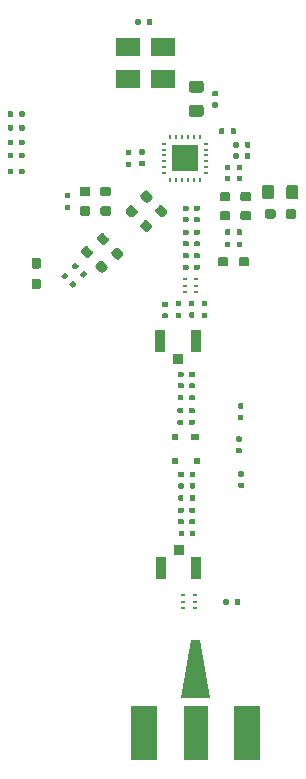
<source format=gtp>
%TF.GenerationSoftware,KiCad,Pcbnew,5.1.5-52549c5~84~ubuntu19.10.1*%
%TF.CreationDate,2019-12-17T23:17:54-05:00*%
%TF.ProjectId,test-mixer,74657374-2d6d-4697-9865-722e6b696361,rev?*%
%TF.SameCoordinates,Original*%
%TF.FileFunction,Paste,Top*%
%TF.FilePolarity,Positive*%
%FSLAX46Y46*%
G04 Gerber Fmt 4.6, Leading zero omitted, Abs format (unit mm)*
G04 Created by KiCad (PCBNEW 5.1.5-52549c5~84~ubuntu19.10.1) date 2019-12-17 23:17:54*
%MOMM*%
%LPD*%
G04 APERTURE LIST*
%ADD10C,0.100000*%
%ADD11R,2.097600X1.607600*%
%ADD12R,0.800000X0.600000*%
%ADD13R,0.600000X0.600000*%
%ADD14R,2.287600X2.287600*%
%ADD15R,0.347600X0.197600*%
%ADD16R,0.197600X0.347600*%
%ADD17R,0.347600X0.147600*%
%ADD18R,2.260600X4.677600*%
%ADD19R,2.133600X4.677600*%
%ADD20R,2.463800X0.101600*%
%ADD21R,0.897600X1.847600*%
%ADD22R,0.847600X0.897600*%
G04 APERTURE END LIST*
D10*
G36*
X42245123Y-96916727D02*
G01*
X42255743Y-96918302D01*
X42266157Y-96920911D01*
X42276266Y-96924528D01*
X42285971Y-96929118D01*
X42295179Y-96934637D01*
X42303803Y-96941033D01*
X42311757Y-96948243D01*
X42318967Y-96956197D01*
X42325363Y-96964821D01*
X42330882Y-96974029D01*
X42335472Y-96983734D01*
X42339089Y-96993843D01*
X42341698Y-97004257D01*
X42343273Y-97014877D01*
X42343800Y-97025600D01*
X42343800Y-97244400D01*
X42343273Y-97255123D01*
X42341698Y-97265743D01*
X42339089Y-97276157D01*
X42335472Y-97286266D01*
X42330882Y-97295971D01*
X42325363Y-97305179D01*
X42318967Y-97313803D01*
X42311757Y-97321757D01*
X42303803Y-97328967D01*
X42295179Y-97335363D01*
X42285971Y-97340882D01*
X42276266Y-97345472D01*
X42266157Y-97349089D01*
X42255743Y-97351698D01*
X42245123Y-97353273D01*
X42234400Y-97353800D01*
X41965600Y-97353800D01*
X41954877Y-97353273D01*
X41944257Y-97351698D01*
X41933843Y-97349089D01*
X41923734Y-97345472D01*
X41914029Y-97340882D01*
X41904821Y-97335363D01*
X41896197Y-97328967D01*
X41888243Y-97321757D01*
X41881033Y-97313803D01*
X41874637Y-97305179D01*
X41869118Y-97295971D01*
X41864528Y-97286266D01*
X41860911Y-97276157D01*
X41858302Y-97265743D01*
X41856727Y-97255123D01*
X41856200Y-97244400D01*
X41856200Y-97025600D01*
X41856727Y-97014877D01*
X41858302Y-97004257D01*
X41860911Y-96993843D01*
X41864528Y-96983734D01*
X41869118Y-96974029D01*
X41874637Y-96964821D01*
X41881033Y-96956197D01*
X41888243Y-96948243D01*
X41896197Y-96941033D01*
X41904821Y-96934637D01*
X41914029Y-96929118D01*
X41923734Y-96924528D01*
X41933843Y-96920911D01*
X41944257Y-96918302D01*
X41954877Y-96916727D01*
X41965600Y-96916200D01*
X42234400Y-96916200D01*
X42245123Y-96916727D01*
G37*
G36*
X42245123Y-95946727D02*
G01*
X42255743Y-95948302D01*
X42266157Y-95950911D01*
X42276266Y-95954528D01*
X42285971Y-95959118D01*
X42295179Y-95964637D01*
X42303803Y-95971033D01*
X42311757Y-95978243D01*
X42318967Y-95986197D01*
X42325363Y-95994821D01*
X42330882Y-96004029D01*
X42335472Y-96013734D01*
X42339089Y-96023843D01*
X42341698Y-96034257D01*
X42343273Y-96044877D01*
X42343800Y-96055600D01*
X42343800Y-96274400D01*
X42343273Y-96285123D01*
X42341698Y-96295743D01*
X42339089Y-96306157D01*
X42335472Y-96316266D01*
X42330882Y-96325971D01*
X42325363Y-96335179D01*
X42318967Y-96343803D01*
X42311757Y-96351757D01*
X42303803Y-96358967D01*
X42295179Y-96365363D01*
X42285971Y-96370882D01*
X42276266Y-96375472D01*
X42266157Y-96379089D01*
X42255743Y-96381698D01*
X42245123Y-96383273D01*
X42234400Y-96383800D01*
X41965600Y-96383800D01*
X41954877Y-96383273D01*
X41944257Y-96381698D01*
X41933843Y-96379089D01*
X41923734Y-96375472D01*
X41914029Y-96370882D01*
X41904821Y-96365363D01*
X41896197Y-96358967D01*
X41888243Y-96351757D01*
X41881033Y-96343803D01*
X41874637Y-96335179D01*
X41869118Y-96325971D01*
X41864528Y-96316266D01*
X41860911Y-96306157D01*
X41858302Y-96295743D01*
X41856727Y-96285123D01*
X41856200Y-96274400D01*
X41856200Y-96055600D01*
X41856727Y-96044877D01*
X41858302Y-96034257D01*
X41860911Y-96023843D01*
X41864528Y-96013734D01*
X41869118Y-96004029D01*
X41874637Y-95994821D01*
X41881033Y-95986197D01*
X41888243Y-95978243D01*
X41896197Y-95971033D01*
X41904821Y-95964637D01*
X41914029Y-95959118D01*
X41923734Y-95954528D01*
X41933843Y-95950911D01*
X41944257Y-95948302D01*
X41954877Y-95946727D01*
X41965600Y-95946200D01*
X42234400Y-95946200D01*
X42245123Y-95946727D01*
G37*
D11*
X39225000Y-80500000D03*
X39225000Y-83200000D03*
X36275000Y-83200000D03*
X36275000Y-80500000D03*
D12*
X41950000Y-113500000D03*
D13*
X40250000Y-113500000D03*
X40250000Y-115500000D03*
X42150000Y-115500000D03*
D14*
X41100000Y-89900000D03*
D15*
X39300000Y-91150000D03*
X39300000Y-90650000D03*
X39300000Y-90150000D03*
X39300000Y-89650000D03*
X39300000Y-89150000D03*
X39300000Y-88650000D03*
D16*
X39850000Y-88100000D03*
X40350000Y-88100000D03*
X40850000Y-88100000D03*
X41350000Y-88100000D03*
X41850000Y-88100000D03*
X42350000Y-88100000D03*
D15*
X42900000Y-88650000D03*
X42900000Y-89150000D03*
X42900000Y-89650000D03*
X42900000Y-90150000D03*
X42900000Y-90650000D03*
X42900000Y-91150000D03*
D16*
X42350000Y-91700000D03*
X41850000Y-91700000D03*
X41350000Y-91700000D03*
X40850000Y-91700000D03*
X40350000Y-91700000D03*
X39850000Y-91700000D03*
D17*
X40900000Y-128000000D03*
X40900000Y-127450000D03*
X40900000Y-126900000D03*
X41900000Y-126900000D03*
X41900000Y-127450000D03*
X41900000Y-128000000D03*
X41050000Y-101250000D03*
X41050000Y-100700000D03*
X41050000Y-100150000D03*
X42050000Y-100150000D03*
X42050000Y-100700000D03*
X42050000Y-101250000D03*
D10*
G36*
X43795123Y-84196727D02*
G01*
X43805743Y-84198302D01*
X43816157Y-84200911D01*
X43826266Y-84204528D01*
X43835971Y-84209118D01*
X43845179Y-84214637D01*
X43853803Y-84221033D01*
X43861757Y-84228243D01*
X43868967Y-84236197D01*
X43875363Y-84244821D01*
X43880882Y-84254029D01*
X43885472Y-84263734D01*
X43889089Y-84273843D01*
X43891698Y-84284257D01*
X43893273Y-84294877D01*
X43893800Y-84305600D01*
X43893800Y-84524400D01*
X43893273Y-84535123D01*
X43891698Y-84545743D01*
X43889089Y-84556157D01*
X43885472Y-84566266D01*
X43880882Y-84575971D01*
X43875363Y-84585179D01*
X43868967Y-84593803D01*
X43861757Y-84601757D01*
X43853803Y-84608967D01*
X43845179Y-84615363D01*
X43835971Y-84620882D01*
X43826266Y-84625472D01*
X43816157Y-84629089D01*
X43805743Y-84631698D01*
X43795123Y-84633273D01*
X43784400Y-84633800D01*
X43515600Y-84633800D01*
X43504877Y-84633273D01*
X43494257Y-84631698D01*
X43483843Y-84629089D01*
X43473734Y-84625472D01*
X43464029Y-84620882D01*
X43454821Y-84615363D01*
X43446197Y-84608967D01*
X43438243Y-84601757D01*
X43431033Y-84593803D01*
X43424637Y-84585179D01*
X43419118Y-84575971D01*
X43414528Y-84566266D01*
X43410911Y-84556157D01*
X43408302Y-84545743D01*
X43406727Y-84535123D01*
X43406200Y-84524400D01*
X43406200Y-84305600D01*
X43406727Y-84294877D01*
X43408302Y-84284257D01*
X43410911Y-84273843D01*
X43414528Y-84263734D01*
X43419118Y-84254029D01*
X43424637Y-84244821D01*
X43431033Y-84236197D01*
X43438243Y-84228243D01*
X43446197Y-84221033D01*
X43454821Y-84214637D01*
X43464029Y-84209118D01*
X43473734Y-84204528D01*
X43483843Y-84200911D01*
X43494257Y-84198302D01*
X43504877Y-84196727D01*
X43515600Y-84196200D01*
X43784400Y-84196200D01*
X43795123Y-84196727D01*
G37*
G36*
X43795123Y-85166727D02*
G01*
X43805743Y-85168302D01*
X43816157Y-85170911D01*
X43826266Y-85174528D01*
X43835971Y-85179118D01*
X43845179Y-85184637D01*
X43853803Y-85191033D01*
X43861757Y-85198243D01*
X43868967Y-85206197D01*
X43875363Y-85214821D01*
X43880882Y-85224029D01*
X43885472Y-85233734D01*
X43889089Y-85243843D01*
X43891698Y-85254257D01*
X43893273Y-85264877D01*
X43893800Y-85275600D01*
X43893800Y-85494400D01*
X43893273Y-85505123D01*
X43891698Y-85515743D01*
X43889089Y-85526157D01*
X43885472Y-85536266D01*
X43880882Y-85545971D01*
X43875363Y-85555179D01*
X43868967Y-85563803D01*
X43861757Y-85571757D01*
X43853803Y-85578967D01*
X43845179Y-85585363D01*
X43835971Y-85590882D01*
X43826266Y-85595472D01*
X43816157Y-85599089D01*
X43805743Y-85601698D01*
X43795123Y-85603273D01*
X43784400Y-85603800D01*
X43515600Y-85603800D01*
X43504877Y-85603273D01*
X43494257Y-85601698D01*
X43483843Y-85599089D01*
X43473734Y-85595472D01*
X43464029Y-85590882D01*
X43454821Y-85585363D01*
X43446197Y-85578967D01*
X43438243Y-85571757D01*
X43431033Y-85563803D01*
X43424637Y-85555179D01*
X43419118Y-85545971D01*
X43414528Y-85536266D01*
X43410911Y-85526157D01*
X43408302Y-85515743D01*
X43406727Y-85505123D01*
X43406200Y-85494400D01*
X43406200Y-85275600D01*
X43406727Y-85264877D01*
X43408302Y-85254257D01*
X43410911Y-85243843D01*
X43414528Y-85233734D01*
X43419118Y-85224029D01*
X43424637Y-85214821D01*
X43431033Y-85206197D01*
X43438243Y-85198243D01*
X43446197Y-85191033D01*
X43454821Y-85184637D01*
X43464029Y-85179118D01*
X43473734Y-85174528D01*
X43483843Y-85170911D01*
X43494257Y-85168302D01*
X43504877Y-85166727D01*
X43515600Y-85166200D01*
X43784400Y-85166200D01*
X43795123Y-85166727D01*
G37*
G36*
X46505123Y-89456727D02*
G01*
X46515743Y-89458302D01*
X46526157Y-89460911D01*
X46536266Y-89464528D01*
X46545971Y-89469118D01*
X46555179Y-89474637D01*
X46563803Y-89481033D01*
X46571757Y-89488243D01*
X46578967Y-89496197D01*
X46585363Y-89504821D01*
X46590882Y-89514029D01*
X46595472Y-89523734D01*
X46599089Y-89533843D01*
X46601698Y-89544257D01*
X46603273Y-89554877D01*
X46603800Y-89565600D01*
X46603800Y-89834400D01*
X46603273Y-89845123D01*
X46601698Y-89855743D01*
X46599089Y-89866157D01*
X46595472Y-89876266D01*
X46590882Y-89885971D01*
X46585363Y-89895179D01*
X46578967Y-89903803D01*
X46571757Y-89911757D01*
X46563803Y-89918967D01*
X46555179Y-89925363D01*
X46545971Y-89930882D01*
X46536266Y-89935472D01*
X46526157Y-89939089D01*
X46515743Y-89941698D01*
X46505123Y-89943273D01*
X46494400Y-89943800D01*
X46275600Y-89943800D01*
X46264877Y-89943273D01*
X46254257Y-89941698D01*
X46243843Y-89939089D01*
X46233734Y-89935472D01*
X46224029Y-89930882D01*
X46214821Y-89925363D01*
X46206197Y-89918967D01*
X46198243Y-89911757D01*
X46191033Y-89903803D01*
X46184637Y-89895179D01*
X46179118Y-89885971D01*
X46174528Y-89876266D01*
X46170911Y-89866157D01*
X46168302Y-89855743D01*
X46166727Y-89845123D01*
X46166200Y-89834400D01*
X46166200Y-89565600D01*
X46166727Y-89554877D01*
X46168302Y-89544257D01*
X46170911Y-89533843D01*
X46174528Y-89523734D01*
X46179118Y-89514029D01*
X46184637Y-89504821D01*
X46191033Y-89496197D01*
X46198243Y-89488243D01*
X46206197Y-89481033D01*
X46214821Y-89474637D01*
X46224029Y-89469118D01*
X46233734Y-89464528D01*
X46243843Y-89460911D01*
X46254257Y-89458302D01*
X46264877Y-89456727D01*
X46275600Y-89456200D01*
X46494400Y-89456200D01*
X46505123Y-89456727D01*
G37*
G36*
X45535123Y-89456727D02*
G01*
X45545743Y-89458302D01*
X45556157Y-89460911D01*
X45566266Y-89464528D01*
X45575971Y-89469118D01*
X45585179Y-89474637D01*
X45593803Y-89481033D01*
X45601757Y-89488243D01*
X45608967Y-89496197D01*
X45615363Y-89504821D01*
X45620882Y-89514029D01*
X45625472Y-89523734D01*
X45629089Y-89533843D01*
X45631698Y-89544257D01*
X45633273Y-89554877D01*
X45633800Y-89565600D01*
X45633800Y-89834400D01*
X45633273Y-89845123D01*
X45631698Y-89855743D01*
X45629089Y-89866157D01*
X45625472Y-89876266D01*
X45620882Y-89885971D01*
X45615363Y-89895179D01*
X45608967Y-89903803D01*
X45601757Y-89911757D01*
X45593803Y-89918967D01*
X45585179Y-89925363D01*
X45575971Y-89930882D01*
X45566266Y-89935472D01*
X45556157Y-89939089D01*
X45545743Y-89941698D01*
X45535123Y-89943273D01*
X45524400Y-89943800D01*
X45305600Y-89943800D01*
X45294877Y-89943273D01*
X45284257Y-89941698D01*
X45273843Y-89939089D01*
X45263734Y-89935472D01*
X45254029Y-89930882D01*
X45244821Y-89925363D01*
X45236197Y-89918967D01*
X45228243Y-89911757D01*
X45221033Y-89903803D01*
X45214637Y-89895179D01*
X45209118Y-89885971D01*
X45204528Y-89876266D01*
X45200911Y-89866157D01*
X45198302Y-89855743D01*
X45196727Y-89845123D01*
X45196200Y-89834400D01*
X45196200Y-89565600D01*
X45196727Y-89554877D01*
X45198302Y-89544257D01*
X45200911Y-89533843D01*
X45204528Y-89523734D01*
X45209118Y-89514029D01*
X45214637Y-89504821D01*
X45221033Y-89496197D01*
X45228243Y-89488243D01*
X45236197Y-89481033D01*
X45244821Y-89474637D01*
X45254029Y-89469118D01*
X45263734Y-89464528D01*
X45273843Y-89460911D01*
X45284257Y-89458302D01*
X45294877Y-89456727D01*
X45305600Y-89456200D01*
X45524400Y-89456200D01*
X45535123Y-89456727D01*
G37*
G36*
X45845123Y-91416727D02*
G01*
X45855743Y-91418302D01*
X45866157Y-91420911D01*
X45876266Y-91424528D01*
X45885971Y-91429118D01*
X45895179Y-91434637D01*
X45903803Y-91441033D01*
X45911757Y-91448243D01*
X45918967Y-91456197D01*
X45925363Y-91464821D01*
X45930882Y-91474029D01*
X45935472Y-91483734D01*
X45939089Y-91493843D01*
X45941698Y-91504257D01*
X45943273Y-91514877D01*
X45943800Y-91525600D01*
X45943800Y-91744400D01*
X45943273Y-91755123D01*
X45941698Y-91765743D01*
X45939089Y-91776157D01*
X45935472Y-91786266D01*
X45930882Y-91795971D01*
X45925363Y-91805179D01*
X45918967Y-91813803D01*
X45911757Y-91821757D01*
X45903803Y-91828967D01*
X45895179Y-91835363D01*
X45885971Y-91840882D01*
X45876266Y-91845472D01*
X45866157Y-91849089D01*
X45855743Y-91851698D01*
X45845123Y-91853273D01*
X45834400Y-91853800D01*
X45565600Y-91853800D01*
X45554877Y-91853273D01*
X45544257Y-91851698D01*
X45533843Y-91849089D01*
X45523734Y-91845472D01*
X45514029Y-91840882D01*
X45504821Y-91835363D01*
X45496197Y-91828967D01*
X45488243Y-91821757D01*
X45481033Y-91813803D01*
X45474637Y-91805179D01*
X45469118Y-91795971D01*
X45464528Y-91786266D01*
X45460911Y-91776157D01*
X45458302Y-91765743D01*
X45456727Y-91755123D01*
X45456200Y-91744400D01*
X45456200Y-91525600D01*
X45456727Y-91514877D01*
X45458302Y-91504257D01*
X45460911Y-91493843D01*
X45464528Y-91483734D01*
X45469118Y-91474029D01*
X45474637Y-91464821D01*
X45481033Y-91456197D01*
X45488243Y-91448243D01*
X45496197Y-91441033D01*
X45504821Y-91434637D01*
X45514029Y-91429118D01*
X45523734Y-91424528D01*
X45533843Y-91420911D01*
X45544257Y-91418302D01*
X45554877Y-91416727D01*
X45565600Y-91416200D01*
X45834400Y-91416200D01*
X45845123Y-91416727D01*
G37*
G36*
X45845123Y-90446727D02*
G01*
X45855743Y-90448302D01*
X45866157Y-90450911D01*
X45876266Y-90454528D01*
X45885971Y-90459118D01*
X45895179Y-90464637D01*
X45903803Y-90471033D01*
X45911757Y-90478243D01*
X45918967Y-90486197D01*
X45925363Y-90494821D01*
X45930882Y-90504029D01*
X45935472Y-90513734D01*
X45939089Y-90523843D01*
X45941698Y-90534257D01*
X45943273Y-90544877D01*
X45943800Y-90555600D01*
X45943800Y-90774400D01*
X45943273Y-90785123D01*
X45941698Y-90795743D01*
X45939089Y-90806157D01*
X45935472Y-90816266D01*
X45930882Y-90825971D01*
X45925363Y-90835179D01*
X45918967Y-90843803D01*
X45911757Y-90851757D01*
X45903803Y-90858967D01*
X45895179Y-90865363D01*
X45885971Y-90870882D01*
X45876266Y-90875472D01*
X45866157Y-90879089D01*
X45855743Y-90881698D01*
X45845123Y-90883273D01*
X45834400Y-90883800D01*
X45565600Y-90883800D01*
X45554877Y-90883273D01*
X45544257Y-90881698D01*
X45533843Y-90879089D01*
X45523734Y-90875472D01*
X45514029Y-90870882D01*
X45504821Y-90865363D01*
X45496197Y-90858967D01*
X45488243Y-90851757D01*
X45481033Y-90843803D01*
X45474637Y-90835179D01*
X45469118Y-90825971D01*
X45464528Y-90816266D01*
X45460911Y-90806157D01*
X45458302Y-90795743D01*
X45456727Y-90785123D01*
X45456200Y-90774400D01*
X45456200Y-90555600D01*
X45456727Y-90544877D01*
X45458302Y-90534257D01*
X45460911Y-90523843D01*
X45464528Y-90513734D01*
X45469118Y-90504029D01*
X45474637Y-90494821D01*
X45481033Y-90486197D01*
X45488243Y-90478243D01*
X45496197Y-90471033D01*
X45504821Y-90464637D01*
X45514029Y-90459118D01*
X45523734Y-90454528D01*
X45533843Y-90450911D01*
X45544257Y-90448302D01*
X45554877Y-90446727D01*
X45565600Y-90446200D01*
X45834400Y-90446200D01*
X45845123Y-90446727D01*
G37*
G36*
X45795123Y-114416727D02*
G01*
X45805743Y-114418302D01*
X45816157Y-114420911D01*
X45826266Y-114424528D01*
X45835971Y-114429118D01*
X45845179Y-114434637D01*
X45853803Y-114441033D01*
X45861757Y-114448243D01*
X45868967Y-114456197D01*
X45875363Y-114464821D01*
X45880882Y-114474029D01*
X45885472Y-114483734D01*
X45889089Y-114493843D01*
X45891698Y-114504257D01*
X45893273Y-114514877D01*
X45893800Y-114525600D01*
X45893800Y-114744400D01*
X45893273Y-114755123D01*
X45891698Y-114765743D01*
X45889089Y-114776157D01*
X45885472Y-114786266D01*
X45880882Y-114795971D01*
X45875363Y-114805179D01*
X45868967Y-114813803D01*
X45861757Y-114821757D01*
X45853803Y-114828967D01*
X45845179Y-114835363D01*
X45835971Y-114840882D01*
X45826266Y-114845472D01*
X45816157Y-114849089D01*
X45805743Y-114851698D01*
X45795123Y-114853273D01*
X45784400Y-114853800D01*
X45515600Y-114853800D01*
X45504877Y-114853273D01*
X45494257Y-114851698D01*
X45483843Y-114849089D01*
X45473734Y-114845472D01*
X45464029Y-114840882D01*
X45454821Y-114835363D01*
X45446197Y-114828967D01*
X45438243Y-114821757D01*
X45431033Y-114813803D01*
X45424637Y-114805179D01*
X45419118Y-114795971D01*
X45414528Y-114786266D01*
X45410911Y-114776157D01*
X45408302Y-114765743D01*
X45406727Y-114755123D01*
X45406200Y-114744400D01*
X45406200Y-114525600D01*
X45406727Y-114514877D01*
X45408302Y-114504257D01*
X45410911Y-114493843D01*
X45414528Y-114483734D01*
X45419118Y-114474029D01*
X45424637Y-114464821D01*
X45431033Y-114456197D01*
X45438243Y-114448243D01*
X45446197Y-114441033D01*
X45454821Y-114434637D01*
X45464029Y-114429118D01*
X45473734Y-114424528D01*
X45483843Y-114420911D01*
X45494257Y-114418302D01*
X45504877Y-114416727D01*
X45515600Y-114416200D01*
X45784400Y-114416200D01*
X45795123Y-114416727D01*
G37*
G36*
X45795123Y-113446727D02*
G01*
X45805743Y-113448302D01*
X45816157Y-113450911D01*
X45826266Y-113454528D01*
X45835971Y-113459118D01*
X45845179Y-113464637D01*
X45853803Y-113471033D01*
X45861757Y-113478243D01*
X45868967Y-113486197D01*
X45875363Y-113494821D01*
X45880882Y-113504029D01*
X45885472Y-113513734D01*
X45889089Y-113523843D01*
X45891698Y-113534257D01*
X45893273Y-113544877D01*
X45893800Y-113555600D01*
X45893800Y-113774400D01*
X45893273Y-113785123D01*
X45891698Y-113795743D01*
X45889089Y-113806157D01*
X45885472Y-113816266D01*
X45880882Y-113825971D01*
X45875363Y-113835179D01*
X45868967Y-113843803D01*
X45861757Y-113851757D01*
X45853803Y-113858967D01*
X45845179Y-113865363D01*
X45835971Y-113870882D01*
X45826266Y-113875472D01*
X45816157Y-113879089D01*
X45805743Y-113881698D01*
X45795123Y-113883273D01*
X45784400Y-113883800D01*
X45515600Y-113883800D01*
X45504877Y-113883273D01*
X45494257Y-113881698D01*
X45483843Y-113879089D01*
X45473734Y-113875472D01*
X45464029Y-113870882D01*
X45454821Y-113865363D01*
X45446197Y-113858967D01*
X45438243Y-113851757D01*
X45431033Y-113843803D01*
X45424637Y-113835179D01*
X45419118Y-113825971D01*
X45414528Y-113816266D01*
X45410911Y-113806157D01*
X45408302Y-113795743D01*
X45406727Y-113785123D01*
X45406200Y-113774400D01*
X45406200Y-113555600D01*
X45406727Y-113544877D01*
X45408302Y-113534257D01*
X45410911Y-113523843D01*
X45414528Y-113513734D01*
X45419118Y-113504029D01*
X45424637Y-113494821D01*
X45431033Y-113486197D01*
X45438243Y-113478243D01*
X45446197Y-113471033D01*
X45454821Y-113464637D01*
X45464029Y-113459118D01*
X45473734Y-113454528D01*
X45483843Y-113450911D01*
X45494257Y-113448302D01*
X45504877Y-113446727D01*
X45515600Y-113446200D01*
X45784400Y-113446200D01*
X45795123Y-113446727D01*
G37*
G36*
X32893945Y-93952160D02*
G01*
X32913301Y-93955031D01*
X32932283Y-93959786D01*
X32950707Y-93966378D01*
X32968397Y-93974745D01*
X32985181Y-93984805D01*
X33000898Y-93996462D01*
X33015397Y-94009603D01*
X33028538Y-94024102D01*
X33040195Y-94039819D01*
X33050255Y-94056603D01*
X33058622Y-94074293D01*
X33065214Y-94092717D01*
X33069969Y-94111699D01*
X33072840Y-94131055D01*
X33073800Y-94150600D01*
X33073800Y-94549400D01*
X33072840Y-94568945D01*
X33069969Y-94588301D01*
X33065214Y-94607283D01*
X33058622Y-94625707D01*
X33050255Y-94643397D01*
X33040195Y-94660181D01*
X33028538Y-94675898D01*
X33015397Y-94690397D01*
X33000898Y-94703538D01*
X32985181Y-94715195D01*
X32968397Y-94725255D01*
X32950707Y-94733622D01*
X32932283Y-94740214D01*
X32913301Y-94744969D01*
X32893945Y-94747840D01*
X32874400Y-94748800D01*
X32375600Y-94748800D01*
X32356055Y-94747840D01*
X32336699Y-94744969D01*
X32317717Y-94740214D01*
X32299293Y-94733622D01*
X32281603Y-94725255D01*
X32264819Y-94715195D01*
X32249102Y-94703538D01*
X32234603Y-94690397D01*
X32221462Y-94675898D01*
X32209805Y-94660181D01*
X32199745Y-94643397D01*
X32191378Y-94625707D01*
X32184786Y-94607283D01*
X32180031Y-94588301D01*
X32177160Y-94568945D01*
X32176200Y-94549400D01*
X32176200Y-94150600D01*
X32177160Y-94131055D01*
X32180031Y-94111699D01*
X32184786Y-94092717D01*
X32191378Y-94074293D01*
X32199745Y-94056603D01*
X32209805Y-94039819D01*
X32221462Y-94024102D01*
X32234603Y-94009603D01*
X32249102Y-93996462D01*
X32264819Y-93984805D01*
X32281603Y-93974745D01*
X32299293Y-93966378D01*
X32317717Y-93959786D01*
X32336699Y-93955031D01*
X32356055Y-93952160D01*
X32375600Y-93951200D01*
X32874400Y-93951200D01*
X32893945Y-93952160D01*
G37*
G36*
X34643945Y-93952160D02*
G01*
X34663301Y-93955031D01*
X34682283Y-93959786D01*
X34700707Y-93966378D01*
X34718397Y-93974745D01*
X34735181Y-93984805D01*
X34750898Y-93996462D01*
X34765397Y-94009603D01*
X34778538Y-94024102D01*
X34790195Y-94039819D01*
X34800255Y-94056603D01*
X34808622Y-94074293D01*
X34815214Y-94092717D01*
X34819969Y-94111699D01*
X34822840Y-94131055D01*
X34823800Y-94150600D01*
X34823800Y-94549400D01*
X34822840Y-94568945D01*
X34819969Y-94588301D01*
X34815214Y-94607283D01*
X34808622Y-94625707D01*
X34800255Y-94643397D01*
X34790195Y-94660181D01*
X34778538Y-94675898D01*
X34765397Y-94690397D01*
X34750898Y-94703538D01*
X34735181Y-94715195D01*
X34718397Y-94725255D01*
X34700707Y-94733622D01*
X34682283Y-94740214D01*
X34663301Y-94744969D01*
X34643945Y-94747840D01*
X34624400Y-94748800D01*
X34125600Y-94748800D01*
X34106055Y-94747840D01*
X34086699Y-94744969D01*
X34067717Y-94740214D01*
X34049293Y-94733622D01*
X34031603Y-94725255D01*
X34014819Y-94715195D01*
X33999102Y-94703538D01*
X33984603Y-94690397D01*
X33971462Y-94675898D01*
X33959805Y-94660181D01*
X33949745Y-94643397D01*
X33941378Y-94625707D01*
X33934786Y-94607283D01*
X33930031Y-94588301D01*
X33927160Y-94568945D01*
X33926200Y-94549400D01*
X33926200Y-94150600D01*
X33927160Y-94131055D01*
X33930031Y-94111699D01*
X33934786Y-94092717D01*
X33941378Y-94074293D01*
X33949745Y-94056603D01*
X33959805Y-94039819D01*
X33971462Y-94024102D01*
X33984603Y-94009603D01*
X33999102Y-93996462D01*
X34014819Y-93984805D01*
X34031603Y-93974745D01*
X34049293Y-93966378D01*
X34067717Y-93959786D01*
X34086699Y-93955031D01*
X34106055Y-93952160D01*
X34125600Y-93951200D01*
X34624400Y-93951200D01*
X34643945Y-93952160D01*
G37*
G36*
X50343945Y-94202160D02*
G01*
X50363301Y-94205031D01*
X50382283Y-94209786D01*
X50400707Y-94216378D01*
X50418397Y-94224745D01*
X50435181Y-94234805D01*
X50450898Y-94246462D01*
X50465397Y-94259603D01*
X50478538Y-94274102D01*
X50490195Y-94289819D01*
X50500255Y-94306603D01*
X50508622Y-94324293D01*
X50515214Y-94342717D01*
X50519969Y-94361699D01*
X50522840Y-94381055D01*
X50523800Y-94400600D01*
X50523800Y-94799400D01*
X50522840Y-94818945D01*
X50519969Y-94838301D01*
X50515214Y-94857283D01*
X50508622Y-94875707D01*
X50500255Y-94893397D01*
X50490195Y-94910181D01*
X50478538Y-94925898D01*
X50465397Y-94940397D01*
X50450898Y-94953538D01*
X50435181Y-94965195D01*
X50418397Y-94975255D01*
X50400707Y-94983622D01*
X50382283Y-94990214D01*
X50363301Y-94994969D01*
X50343945Y-94997840D01*
X50324400Y-94998800D01*
X49825600Y-94998800D01*
X49806055Y-94997840D01*
X49786699Y-94994969D01*
X49767717Y-94990214D01*
X49749293Y-94983622D01*
X49731603Y-94975255D01*
X49714819Y-94965195D01*
X49699102Y-94953538D01*
X49684603Y-94940397D01*
X49671462Y-94925898D01*
X49659805Y-94910181D01*
X49649745Y-94893397D01*
X49641378Y-94875707D01*
X49634786Y-94857283D01*
X49630031Y-94838301D01*
X49627160Y-94818945D01*
X49626200Y-94799400D01*
X49626200Y-94400600D01*
X49627160Y-94381055D01*
X49630031Y-94361699D01*
X49634786Y-94342717D01*
X49641378Y-94324293D01*
X49649745Y-94306603D01*
X49659805Y-94289819D01*
X49671462Y-94274102D01*
X49684603Y-94259603D01*
X49699102Y-94246462D01*
X49714819Y-94234805D01*
X49731603Y-94224745D01*
X49749293Y-94216378D01*
X49767717Y-94209786D01*
X49786699Y-94205031D01*
X49806055Y-94202160D01*
X49825600Y-94201200D01*
X50324400Y-94201200D01*
X50343945Y-94202160D01*
G37*
G36*
X48593945Y-94202160D02*
G01*
X48613301Y-94205031D01*
X48632283Y-94209786D01*
X48650707Y-94216378D01*
X48668397Y-94224745D01*
X48685181Y-94234805D01*
X48700898Y-94246462D01*
X48715397Y-94259603D01*
X48728538Y-94274102D01*
X48740195Y-94289819D01*
X48750255Y-94306603D01*
X48758622Y-94324293D01*
X48765214Y-94342717D01*
X48769969Y-94361699D01*
X48772840Y-94381055D01*
X48773800Y-94400600D01*
X48773800Y-94799400D01*
X48772840Y-94818945D01*
X48769969Y-94838301D01*
X48765214Y-94857283D01*
X48758622Y-94875707D01*
X48750255Y-94893397D01*
X48740195Y-94910181D01*
X48728538Y-94925898D01*
X48715397Y-94940397D01*
X48700898Y-94953538D01*
X48685181Y-94965195D01*
X48668397Y-94975255D01*
X48650707Y-94983622D01*
X48632283Y-94990214D01*
X48613301Y-94994969D01*
X48593945Y-94997840D01*
X48574400Y-94998800D01*
X48075600Y-94998800D01*
X48056055Y-94997840D01*
X48036699Y-94994969D01*
X48017717Y-94990214D01*
X47999293Y-94983622D01*
X47981603Y-94975255D01*
X47964819Y-94965195D01*
X47949102Y-94953538D01*
X47934603Y-94940397D01*
X47921462Y-94925898D01*
X47909805Y-94910181D01*
X47899745Y-94893397D01*
X47891378Y-94875707D01*
X47884786Y-94857283D01*
X47880031Y-94838301D01*
X47877160Y-94818945D01*
X47876200Y-94799400D01*
X47876200Y-94400600D01*
X47877160Y-94381055D01*
X47880031Y-94361699D01*
X47884786Y-94342717D01*
X47891378Y-94324293D01*
X47899745Y-94306603D01*
X47909805Y-94289819D01*
X47921462Y-94274102D01*
X47934603Y-94259603D01*
X47949102Y-94246462D01*
X47964819Y-94234805D01*
X47981603Y-94224745D01*
X47999293Y-94216378D01*
X48017717Y-94209786D01*
X48036699Y-94205031D01*
X48056055Y-94202160D01*
X48075600Y-94201200D01*
X48574400Y-94201200D01*
X48593945Y-94202160D01*
G37*
G36*
X45995123Y-117366727D02*
G01*
X46005743Y-117368302D01*
X46016157Y-117370911D01*
X46026266Y-117374528D01*
X46035971Y-117379118D01*
X46045179Y-117384637D01*
X46053803Y-117391033D01*
X46061757Y-117398243D01*
X46068967Y-117406197D01*
X46075363Y-117414821D01*
X46080882Y-117424029D01*
X46085472Y-117433734D01*
X46089089Y-117443843D01*
X46091698Y-117454257D01*
X46093273Y-117464877D01*
X46093800Y-117475600D01*
X46093800Y-117694400D01*
X46093273Y-117705123D01*
X46091698Y-117715743D01*
X46089089Y-117726157D01*
X46085472Y-117736266D01*
X46080882Y-117745971D01*
X46075363Y-117755179D01*
X46068967Y-117763803D01*
X46061757Y-117771757D01*
X46053803Y-117778967D01*
X46045179Y-117785363D01*
X46035971Y-117790882D01*
X46026266Y-117795472D01*
X46016157Y-117799089D01*
X46005743Y-117801698D01*
X45995123Y-117803273D01*
X45984400Y-117803800D01*
X45715600Y-117803800D01*
X45704877Y-117803273D01*
X45694257Y-117801698D01*
X45683843Y-117799089D01*
X45673734Y-117795472D01*
X45664029Y-117790882D01*
X45654821Y-117785363D01*
X45646197Y-117778967D01*
X45638243Y-117771757D01*
X45631033Y-117763803D01*
X45624637Y-117755179D01*
X45619118Y-117745971D01*
X45614528Y-117736266D01*
X45610911Y-117726157D01*
X45608302Y-117715743D01*
X45606727Y-117705123D01*
X45606200Y-117694400D01*
X45606200Y-117475600D01*
X45606727Y-117464877D01*
X45608302Y-117454257D01*
X45610911Y-117443843D01*
X45614528Y-117433734D01*
X45619118Y-117424029D01*
X45624637Y-117414821D01*
X45631033Y-117406197D01*
X45638243Y-117398243D01*
X45646197Y-117391033D01*
X45654821Y-117384637D01*
X45664029Y-117379118D01*
X45673734Y-117374528D01*
X45683843Y-117370911D01*
X45694257Y-117368302D01*
X45704877Y-117366727D01*
X45715600Y-117366200D01*
X45984400Y-117366200D01*
X45995123Y-117366727D01*
G37*
G36*
X45995123Y-116396727D02*
G01*
X46005743Y-116398302D01*
X46016157Y-116400911D01*
X46026266Y-116404528D01*
X46035971Y-116409118D01*
X46045179Y-116414637D01*
X46053803Y-116421033D01*
X46061757Y-116428243D01*
X46068967Y-116436197D01*
X46075363Y-116444821D01*
X46080882Y-116454029D01*
X46085472Y-116463734D01*
X46089089Y-116473843D01*
X46091698Y-116484257D01*
X46093273Y-116494877D01*
X46093800Y-116505600D01*
X46093800Y-116724400D01*
X46093273Y-116735123D01*
X46091698Y-116745743D01*
X46089089Y-116756157D01*
X46085472Y-116766266D01*
X46080882Y-116775971D01*
X46075363Y-116785179D01*
X46068967Y-116793803D01*
X46061757Y-116801757D01*
X46053803Y-116808967D01*
X46045179Y-116815363D01*
X46035971Y-116820882D01*
X46026266Y-116825472D01*
X46016157Y-116829089D01*
X46005743Y-116831698D01*
X45995123Y-116833273D01*
X45984400Y-116833800D01*
X45715600Y-116833800D01*
X45704877Y-116833273D01*
X45694257Y-116831698D01*
X45683843Y-116829089D01*
X45673734Y-116825472D01*
X45664029Y-116820882D01*
X45654821Y-116815363D01*
X45646197Y-116808967D01*
X45638243Y-116801757D01*
X45631033Y-116793803D01*
X45624637Y-116785179D01*
X45619118Y-116775971D01*
X45614528Y-116766266D01*
X45610911Y-116756157D01*
X45608302Y-116745743D01*
X45606727Y-116735123D01*
X45606200Y-116724400D01*
X45606200Y-116505600D01*
X45606727Y-116494877D01*
X45608302Y-116484257D01*
X45610911Y-116473843D01*
X45614528Y-116463734D01*
X45619118Y-116454029D01*
X45624637Y-116444821D01*
X45631033Y-116436197D01*
X45638243Y-116428243D01*
X45646197Y-116421033D01*
X45654821Y-116414637D01*
X45664029Y-116409118D01*
X45673734Y-116404528D01*
X45683843Y-116400911D01*
X45694257Y-116398302D01*
X45704877Y-116396727D01*
X45715600Y-116396200D01*
X45984400Y-116396200D01*
X45995123Y-116396727D01*
G37*
G36*
X45945123Y-111616727D02*
G01*
X45955743Y-111618302D01*
X45966157Y-111620911D01*
X45976266Y-111624528D01*
X45985971Y-111629118D01*
X45995179Y-111634637D01*
X46003803Y-111641033D01*
X46011757Y-111648243D01*
X46018967Y-111656197D01*
X46025363Y-111664821D01*
X46030882Y-111674029D01*
X46035472Y-111683734D01*
X46039089Y-111693843D01*
X46041698Y-111704257D01*
X46043273Y-111714877D01*
X46043800Y-111725600D01*
X46043800Y-111944400D01*
X46043273Y-111955123D01*
X46041698Y-111965743D01*
X46039089Y-111976157D01*
X46035472Y-111986266D01*
X46030882Y-111995971D01*
X46025363Y-112005179D01*
X46018967Y-112013803D01*
X46011757Y-112021757D01*
X46003803Y-112028967D01*
X45995179Y-112035363D01*
X45985971Y-112040882D01*
X45976266Y-112045472D01*
X45966157Y-112049089D01*
X45955743Y-112051698D01*
X45945123Y-112053273D01*
X45934400Y-112053800D01*
X45665600Y-112053800D01*
X45654877Y-112053273D01*
X45644257Y-112051698D01*
X45633843Y-112049089D01*
X45623734Y-112045472D01*
X45614029Y-112040882D01*
X45604821Y-112035363D01*
X45596197Y-112028967D01*
X45588243Y-112021757D01*
X45581033Y-112013803D01*
X45574637Y-112005179D01*
X45569118Y-111995971D01*
X45564528Y-111986266D01*
X45560911Y-111976157D01*
X45558302Y-111965743D01*
X45556727Y-111955123D01*
X45556200Y-111944400D01*
X45556200Y-111725600D01*
X45556727Y-111714877D01*
X45558302Y-111704257D01*
X45560911Y-111693843D01*
X45564528Y-111683734D01*
X45569118Y-111674029D01*
X45574637Y-111664821D01*
X45581033Y-111656197D01*
X45588243Y-111648243D01*
X45596197Y-111641033D01*
X45604821Y-111634637D01*
X45614029Y-111629118D01*
X45623734Y-111624528D01*
X45633843Y-111620911D01*
X45644257Y-111618302D01*
X45654877Y-111616727D01*
X45665600Y-111616200D01*
X45934400Y-111616200D01*
X45945123Y-111616727D01*
G37*
G36*
X45945123Y-110646727D02*
G01*
X45955743Y-110648302D01*
X45966157Y-110650911D01*
X45976266Y-110654528D01*
X45985971Y-110659118D01*
X45995179Y-110664637D01*
X46003803Y-110671033D01*
X46011757Y-110678243D01*
X46018967Y-110686197D01*
X46025363Y-110694821D01*
X46030882Y-110704029D01*
X46035472Y-110713734D01*
X46039089Y-110723843D01*
X46041698Y-110734257D01*
X46043273Y-110744877D01*
X46043800Y-110755600D01*
X46043800Y-110974400D01*
X46043273Y-110985123D01*
X46041698Y-110995743D01*
X46039089Y-111006157D01*
X46035472Y-111016266D01*
X46030882Y-111025971D01*
X46025363Y-111035179D01*
X46018967Y-111043803D01*
X46011757Y-111051757D01*
X46003803Y-111058967D01*
X45995179Y-111065363D01*
X45985971Y-111070882D01*
X45976266Y-111075472D01*
X45966157Y-111079089D01*
X45955743Y-111081698D01*
X45945123Y-111083273D01*
X45934400Y-111083800D01*
X45665600Y-111083800D01*
X45654877Y-111083273D01*
X45644257Y-111081698D01*
X45633843Y-111079089D01*
X45623734Y-111075472D01*
X45614029Y-111070882D01*
X45604821Y-111065363D01*
X45596197Y-111058967D01*
X45588243Y-111051757D01*
X45581033Y-111043803D01*
X45574637Y-111035179D01*
X45569118Y-111025971D01*
X45564528Y-111016266D01*
X45560911Y-111006157D01*
X45558302Y-110995743D01*
X45556727Y-110985123D01*
X45556200Y-110974400D01*
X45556200Y-110755600D01*
X45556727Y-110744877D01*
X45558302Y-110734257D01*
X45560911Y-110723843D01*
X45564528Y-110713734D01*
X45569118Y-110704029D01*
X45574637Y-110694821D01*
X45581033Y-110686197D01*
X45588243Y-110678243D01*
X45596197Y-110671033D01*
X45604821Y-110664637D01*
X45614029Y-110659118D01*
X45623734Y-110654528D01*
X45633843Y-110650911D01*
X45644257Y-110648302D01*
X45654877Y-110646727D01*
X45665600Y-110646200D01*
X45934400Y-110646200D01*
X45945123Y-110646727D01*
G37*
G36*
X27405123Y-90756727D02*
G01*
X27415743Y-90758302D01*
X27426157Y-90760911D01*
X27436266Y-90764528D01*
X27445971Y-90769118D01*
X27455179Y-90774637D01*
X27463803Y-90781033D01*
X27471757Y-90788243D01*
X27478967Y-90796197D01*
X27485363Y-90804821D01*
X27490882Y-90814029D01*
X27495472Y-90823734D01*
X27499089Y-90833843D01*
X27501698Y-90844257D01*
X27503273Y-90854877D01*
X27503800Y-90865600D01*
X27503800Y-91134400D01*
X27503273Y-91145123D01*
X27501698Y-91155743D01*
X27499089Y-91166157D01*
X27495472Y-91176266D01*
X27490882Y-91185971D01*
X27485363Y-91195179D01*
X27478967Y-91203803D01*
X27471757Y-91211757D01*
X27463803Y-91218967D01*
X27455179Y-91225363D01*
X27445971Y-91230882D01*
X27436266Y-91235472D01*
X27426157Y-91239089D01*
X27415743Y-91241698D01*
X27405123Y-91243273D01*
X27394400Y-91243800D01*
X27175600Y-91243800D01*
X27164877Y-91243273D01*
X27154257Y-91241698D01*
X27143843Y-91239089D01*
X27133734Y-91235472D01*
X27124029Y-91230882D01*
X27114821Y-91225363D01*
X27106197Y-91218967D01*
X27098243Y-91211757D01*
X27091033Y-91203803D01*
X27084637Y-91195179D01*
X27079118Y-91185971D01*
X27074528Y-91176266D01*
X27070911Y-91166157D01*
X27068302Y-91155743D01*
X27066727Y-91145123D01*
X27066200Y-91134400D01*
X27066200Y-90865600D01*
X27066727Y-90854877D01*
X27068302Y-90844257D01*
X27070911Y-90833843D01*
X27074528Y-90823734D01*
X27079118Y-90814029D01*
X27084637Y-90804821D01*
X27091033Y-90796197D01*
X27098243Y-90788243D01*
X27106197Y-90781033D01*
X27114821Y-90774637D01*
X27124029Y-90769118D01*
X27133734Y-90764528D01*
X27143843Y-90760911D01*
X27154257Y-90758302D01*
X27164877Y-90756727D01*
X27175600Y-90756200D01*
X27394400Y-90756200D01*
X27405123Y-90756727D01*
G37*
G36*
X26435123Y-90756727D02*
G01*
X26445743Y-90758302D01*
X26456157Y-90760911D01*
X26466266Y-90764528D01*
X26475971Y-90769118D01*
X26485179Y-90774637D01*
X26493803Y-90781033D01*
X26501757Y-90788243D01*
X26508967Y-90796197D01*
X26515363Y-90804821D01*
X26520882Y-90814029D01*
X26525472Y-90823734D01*
X26529089Y-90833843D01*
X26531698Y-90844257D01*
X26533273Y-90854877D01*
X26533800Y-90865600D01*
X26533800Y-91134400D01*
X26533273Y-91145123D01*
X26531698Y-91155743D01*
X26529089Y-91166157D01*
X26525472Y-91176266D01*
X26520882Y-91185971D01*
X26515363Y-91195179D01*
X26508967Y-91203803D01*
X26501757Y-91211757D01*
X26493803Y-91218967D01*
X26485179Y-91225363D01*
X26475971Y-91230882D01*
X26466266Y-91235472D01*
X26456157Y-91239089D01*
X26445743Y-91241698D01*
X26435123Y-91243273D01*
X26424400Y-91243800D01*
X26205600Y-91243800D01*
X26194877Y-91243273D01*
X26184257Y-91241698D01*
X26173843Y-91239089D01*
X26163734Y-91235472D01*
X26154029Y-91230882D01*
X26144821Y-91225363D01*
X26136197Y-91218967D01*
X26128243Y-91211757D01*
X26121033Y-91203803D01*
X26114637Y-91195179D01*
X26109118Y-91185971D01*
X26104528Y-91176266D01*
X26100911Y-91166157D01*
X26098302Y-91155743D01*
X26096727Y-91145123D01*
X26096200Y-91134400D01*
X26096200Y-90865600D01*
X26096727Y-90854877D01*
X26098302Y-90844257D01*
X26100911Y-90833843D01*
X26104528Y-90823734D01*
X26109118Y-90814029D01*
X26114637Y-90804821D01*
X26121033Y-90796197D01*
X26128243Y-90788243D01*
X26136197Y-90781033D01*
X26144821Y-90774637D01*
X26154029Y-90769118D01*
X26163734Y-90764528D01*
X26173843Y-90760911D01*
X26184257Y-90758302D01*
X26194877Y-90756727D01*
X26205600Y-90756200D01*
X26424400Y-90756200D01*
X26435123Y-90756727D01*
G37*
G36*
X27405123Y-89406727D02*
G01*
X27415743Y-89408302D01*
X27426157Y-89410911D01*
X27436266Y-89414528D01*
X27445971Y-89419118D01*
X27455179Y-89424637D01*
X27463803Y-89431033D01*
X27471757Y-89438243D01*
X27478967Y-89446197D01*
X27485363Y-89454821D01*
X27490882Y-89464029D01*
X27495472Y-89473734D01*
X27499089Y-89483843D01*
X27501698Y-89494257D01*
X27503273Y-89504877D01*
X27503800Y-89515600D01*
X27503800Y-89784400D01*
X27503273Y-89795123D01*
X27501698Y-89805743D01*
X27499089Y-89816157D01*
X27495472Y-89826266D01*
X27490882Y-89835971D01*
X27485363Y-89845179D01*
X27478967Y-89853803D01*
X27471757Y-89861757D01*
X27463803Y-89868967D01*
X27455179Y-89875363D01*
X27445971Y-89880882D01*
X27436266Y-89885472D01*
X27426157Y-89889089D01*
X27415743Y-89891698D01*
X27405123Y-89893273D01*
X27394400Y-89893800D01*
X27175600Y-89893800D01*
X27164877Y-89893273D01*
X27154257Y-89891698D01*
X27143843Y-89889089D01*
X27133734Y-89885472D01*
X27124029Y-89880882D01*
X27114821Y-89875363D01*
X27106197Y-89868967D01*
X27098243Y-89861757D01*
X27091033Y-89853803D01*
X27084637Y-89845179D01*
X27079118Y-89835971D01*
X27074528Y-89826266D01*
X27070911Y-89816157D01*
X27068302Y-89805743D01*
X27066727Y-89795123D01*
X27066200Y-89784400D01*
X27066200Y-89515600D01*
X27066727Y-89504877D01*
X27068302Y-89494257D01*
X27070911Y-89483843D01*
X27074528Y-89473734D01*
X27079118Y-89464029D01*
X27084637Y-89454821D01*
X27091033Y-89446197D01*
X27098243Y-89438243D01*
X27106197Y-89431033D01*
X27114821Y-89424637D01*
X27124029Y-89419118D01*
X27133734Y-89414528D01*
X27143843Y-89410911D01*
X27154257Y-89408302D01*
X27164877Y-89406727D01*
X27175600Y-89406200D01*
X27394400Y-89406200D01*
X27405123Y-89406727D01*
G37*
G36*
X26435123Y-89406727D02*
G01*
X26445743Y-89408302D01*
X26456157Y-89410911D01*
X26466266Y-89414528D01*
X26475971Y-89419118D01*
X26485179Y-89424637D01*
X26493803Y-89431033D01*
X26501757Y-89438243D01*
X26508967Y-89446197D01*
X26515363Y-89454821D01*
X26520882Y-89464029D01*
X26525472Y-89473734D01*
X26529089Y-89483843D01*
X26531698Y-89494257D01*
X26533273Y-89504877D01*
X26533800Y-89515600D01*
X26533800Y-89784400D01*
X26533273Y-89795123D01*
X26531698Y-89805743D01*
X26529089Y-89816157D01*
X26525472Y-89826266D01*
X26520882Y-89835971D01*
X26515363Y-89845179D01*
X26508967Y-89853803D01*
X26501757Y-89861757D01*
X26493803Y-89868967D01*
X26485179Y-89875363D01*
X26475971Y-89880882D01*
X26466266Y-89885472D01*
X26456157Y-89889089D01*
X26445743Y-89891698D01*
X26435123Y-89893273D01*
X26424400Y-89893800D01*
X26205600Y-89893800D01*
X26194877Y-89893273D01*
X26184257Y-89891698D01*
X26173843Y-89889089D01*
X26163734Y-89885472D01*
X26154029Y-89880882D01*
X26144821Y-89875363D01*
X26136197Y-89868967D01*
X26128243Y-89861757D01*
X26121033Y-89853803D01*
X26114637Y-89845179D01*
X26109118Y-89835971D01*
X26104528Y-89826266D01*
X26100911Y-89816157D01*
X26098302Y-89805743D01*
X26096727Y-89795123D01*
X26096200Y-89784400D01*
X26096200Y-89515600D01*
X26096727Y-89504877D01*
X26098302Y-89494257D01*
X26100911Y-89483843D01*
X26104528Y-89473734D01*
X26109118Y-89464029D01*
X26114637Y-89454821D01*
X26121033Y-89446197D01*
X26128243Y-89438243D01*
X26136197Y-89431033D01*
X26144821Y-89424637D01*
X26154029Y-89419118D01*
X26163734Y-89414528D01*
X26173843Y-89410911D01*
X26184257Y-89408302D01*
X26194877Y-89406727D01*
X26205600Y-89406200D01*
X26424400Y-89406200D01*
X26435123Y-89406727D01*
G37*
G36*
X27405123Y-88306727D02*
G01*
X27415743Y-88308302D01*
X27426157Y-88310911D01*
X27436266Y-88314528D01*
X27445971Y-88319118D01*
X27455179Y-88324637D01*
X27463803Y-88331033D01*
X27471757Y-88338243D01*
X27478967Y-88346197D01*
X27485363Y-88354821D01*
X27490882Y-88364029D01*
X27495472Y-88373734D01*
X27499089Y-88383843D01*
X27501698Y-88394257D01*
X27503273Y-88404877D01*
X27503800Y-88415600D01*
X27503800Y-88684400D01*
X27503273Y-88695123D01*
X27501698Y-88705743D01*
X27499089Y-88716157D01*
X27495472Y-88726266D01*
X27490882Y-88735971D01*
X27485363Y-88745179D01*
X27478967Y-88753803D01*
X27471757Y-88761757D01*
X27463803Y-88768967D01*
X27455179Y-88775363D01*
X27445971Y-88780882D01*
X27436266Y-88785472D01*
X27426157Y-88789089D01*
X27415743Y-88791698D01*
X27405123Y-88793273D01*
X27394400Y-88793800D01*
X27175600Y-88793800D01*
X27164877Y-88793273D01*
X27154257Y-88791698D01*
X27143843Y-88789089D01*
X27133734Y-88785472D01*
X27124029Y-88780882D01*
X27114821Y-88775363D01*
X27106197Y-88768967D01*
X27098243Y-88761757D01*
X27091033Y-88753803D01*
X27084637Y-88745179D01*
X27079118Y-88735971D01*
X27074528Y-88726266D01*
X27070911Y-88716157D01*
X27068302Y-88705743D01*
X27066727Y-88695123D01*
X27066200Y-88684400D01*
X27066200Y-88415600D01*
X27066727Y-88404877D01*
X27068302Y-88394257D01*
X27070911Y-88383843D01*
X27074528Y-88373734D01*
X27079118Y-88364029D01*
X27084637Y-88354821D01*
X27091033Y-88346197D01*
X27098243Y-88338243D01*
X27106197Y-88331033D01*
X27114821Y-88324637D01*
X27124029Y-88319118D01*
X27133734Y-88314528D01*
X27143843Y-88310911D01*
X27154257Y-88308302D01*
X27164877Y-88306727D01*
X27175600Y-88306200D01*
X27394400Y-88306200D01*
X27405123Y-88306727D01*
G37*
G36*
X26435123Y-88306727D02*
G01*
X26445743Y-88308302D01*
X26456157Y-88310911D01*
X26466266Y-88314528D01*
X26475971Y-88319118D01*
X26485179Y-88324637D01*
X26493803Y-88331033D01*
X26501757Y-88338243D01*
X26508967Y-88346197D01*
X26515363Y-88354821D01*
X26520882Y-88364029D01*
X26525472Y-88373734D01*
X26529089Y-88383843D01*
X26531698Y-88394257D01*
X26533273Y-88404877D01*
X26533800Y-88415600D01*
X26533800Y-88684400D01*
X26533273Y-88695123D01*
X26531698Y-88705743D01*
X26529089Y-88716157D01*
X26525472Y-88726266D01*
X26520882Y-88735971D01*
X26515363Y-88745179D01*
X26508967Y-88753803D01*
X26501757Y-88761757D01*
X26493803Y-88768967D01*
X26485179Y-88775363D01*
X26475971Y-88780882D01*
X26466266Y-88785472D01*
X26456157Y-88789089D01*
X26445743Y-88791698D01*
X26435123Y-88793273D01*
X26424400Y-88793800D01*
X26205600Y-88793800D01*
X26194877Y-88793273D01*
X26184257Y-88791698D01*
X26173843Y-88789089D01*
X26163734Y-88785472D01*
X26154029Y-88780882D01*
X26144821Y-88775363D01*
X26136197Y-88768967D01*
X26128243Y-88761757D01*
X26121033Y-88753803D01*
X26114637Y-88745179D01*
X26109118Y-88735971D01*
X26104528Y-88726266D01*
X26100911Y-88716157D01*
X26098302Y-88705743D01*
X26096727Y-88695123D01*
X26096200Y-88684400D01*
X26096200Y-88415600D01*
X26096727Y-88404877D01*
X26098302Y-88394257D01*
X26100911Y-88383843D01*
X26104528Y-88373734D01*
X26109118Y-88364029D01*
X26114637Y-88354821D01*
X26121033Y-88346197D01*
X26128243Y-88338243D01*
X26136197Y-88331033D01*
X26144821Y-88324637D01*
X26154029Y-88319118D01*
X26163734Y-88314528D01*
X26173843Y-88310911D01*
X26184257Y-88308302D01*
X26194877Y-88306727D01*
X26205600Y-88306200D01*
X26424400Y-88306200D01*
X26435123Y-88306727D01*
G37*
G36*
X41795123Y-102941727D02*
G01*
X41805743Y-102943302D01*
X41816157Y-102945911D01*
X41826266Y-102949528D01*
X41835971Y-102954118D01*
X41845179Y-102959637D01*
X41853803Y-102966033D01*
X41861757Y-102973243D01*
X41868967Y-102981197D01*
X41875363Y-102989821D01*
X41880882Y-102999029D01*
X41885472Y-103008734D01*
X41889089Y-103018843D01*
X41891698Y-103029257D01*
X41893273Y-103039877D01*
X41893800Y-103050600D01*
X41893800Y-103269400D01*
X41893273Y-103280123D01*
X41891698Y-103290743D01*
X41889089Y-103301157D01*
X41885472Y-103311266D01*
X41880882Y-103320971D01*
X41875363Y-103330179D01*
X41868967Y-103338803D01*
X41861757Y-103346757D01*
X41853803Y-103353967D01*
X41845179Y-103360363D01*
X41835971Y-103365882D01*
X41826266Y-103370472D01*
X41816157Y-103374089D01*
X41805743Y-103376698D01*
X41795123Y-103378273D01*
X41784400Y-103378800D01*
X41515600Y-103378800D01*
X41504877Y-103378273D01*
X41494257Y-103376698D01*
X41483843Y-103374089D01*
X41473734Y-103370472D01*
X41464029Y-103365882D01*
X41454821Y-103360363D01*
X41446197Y-103353967D01*
X41438243Y-103346757D01*
X41431033Y-103338803D01*
X41424637Y-103330179D01*
X41419118Y-103320971D01*
X41414528Y-103311266D01*
X41410911Y-103301157D01*
X41408302Y-103290743D01*
X41406727Y-103280123D01*
X41406200Y-103269400D01*
X41406200Y-103050600D01*
X41406727Y-103039877D01*
X41408302Y-103029257D01*
X41410911Y-103018843D01*
X41414528Y-103008734D01*
X41419118Y-102999029D01*
X41424637Y-102989821D01*
X41431033Y-102981197D01*
X41438243Y-102973243D01*
X41446197Y-102966033D01*
X41454821Y-102959637D01*
X41464029Y-102954118D01*
X41473734Y-102949528D01*
X41483843Y-102945911D01*
X41494257Y-102943302D01*
X41504877Y-102941727D01*
X41515600Y-102941200D01*
X41784400Y-102941200D01*
X41795123Y-102941727D01*
G37*
G36*
X41795123Y-101971727D02*
G01*
X41805743Y-101973302D01*
X41816157Y-101975911D01*
X41826266Y-101979528D01*
X41835971Y-101984118D01*
X41845179Y-101989637D01*
X41853803Y-101996033D01*
X41861757Y-102003243D01*
X41868967Y-102011197D01*
X41875363Y-102019821D01*
X41880882Y-102029029D01*
X41885472Y-102038734D01*
X41889089Y-102048843D01*
X41891698Y-102059257D01*
X41893273Y-102069877D01*
X41893800Y-102080600D01*
X41893800Y-102299400D01*
X41893273Y-102310123D01*
X41891698Y-102320743D01*
X41889089Y-102331157D01*
X41885472Y-102341266D01*
X41880882Y-102350971D01*
X41875363Y-102360179D01*
X41868967Y-102368803D01*
X41861757Y-102376757D01*
X41853803Y-102383967D01*
X41845179Y-102390363D01*
X41835971Y-102395882D01*
X41826266Y-102400472D01*
X41816157Y-102404089D01*
X41805743Y-102406698D01*
X41795123Y-102408273D01*
X41784400Y-102408800D01*
X41515600Y-102408800D01*
X41504877Y-102408273D01*
X41494257Y-102406698D01*
X41483843Y-102404089D01*
X41473734Y-102400472D01*
X41464029Y-102395882D01*
X41454821Y-102390363D01*
X41446197Y-102383967D01*
X41438243Y-102376757D01*
X41431033Y-102368803D01*
X41424637Y-102360179D01*
X41419118Y-102350971D01*
X41414528Y-102341266D01*
X41410911Y-102331157D01*
X41408302Y-102320743D01*
X41406727Y-102310123D01*
X41406200Y-102299400D01*
X41406200Y-102080600D01*
X41406727Y-102069877D01*
X41408302Y-102059257D01*
X41410911Y-102048843D01*
X41414528Y-102038734D01*
X41419118Y-102029029D01*
X41424637Y-102019821D01*
X41431033Y-102011197D01*
X41438243Y-102003243D01*
X41446197Y-101996033D01*
X41454821Y-101989637D01*
X41464029Y-101984118D01*
X41473734Y-101979528D01*
X41483843Y-101975911D01*
X41494257Y-101973302D01*
X41504877Y-101971727D01*
X41515600Y-101971200D01*
X41784400Y-101971200D01*
X41795123Y-101971727D01*
G37*
G36*
X27405123Y-87056727D02*
G01*
X27415743Y-87058302D01*
X27426157Y-87060911D01*
X27436266Y-87064528D01*
X27445971Y-87069118D01*
X27455179Y-87074637D01*
X27463803Y-87081033D01*
X27471757Y-87088243D01*
X27478967Y-87096197D01*
X27485363Y-87104821D01*
X27490882Y-87114029D01*
X27495472Y-87123734D01*
X27499089Y-87133843D01*
X27501698Y-87144257D01*
X27503273Y-87154877D01*
X27503800Y-87165600D01*
X27503800Y-87434400D01*
X27503273Y-87445123D01*
X27501698Y-87455743D01*
X27499089Y-87466157D01*
X27495472Y-87476266D01*
X27490882Y-87485971D01*
X27485363Y-87495179D01*
X27478967Y-87503803D01*
X27471757Y-87511757D01*
X27463803Y-87518967D01*
X27455179Y-87525363D01*
X27445971Y-87530882D01*
X27436266Y-87535472D01*
X27426157Y-87539089D01*
X27415743Y-87541698D01*
X27405123Y-87543273D01*
X27394400Y-87543800D01*
X27175600Y-87543800D01*
X27164877Y-87543273D01*
X27154257Y-87541698D01*
X27143843Y-87539089D01*
X27133734Y-87535472D01*
X27124029Y-87530882D01*
X27114821Y-87525363D01*
X27106197Y-87518967D01*
X27098243Y-87511757D01*
X27091033Y-87503803D01*
X27084637Y-87495179D01*
X27079118Y-87485971D01*
X27074528Y-87476266D01*
X27070911Y-87466157D01*
X27068302Y-87455743D01*
X27066727Y-87445123D01*
X27066200Y-87434400D01*
X27066200Y-87165600D01*
X27066727Y-87154877D01*
X27068302Y-87144257D01*
X27070911Y-87133843D01*
X27074528Y-87123734D01*
X27079118Y-87114029D01*
X27084637Y-87104821D01*
X27091033Y-87096197D01*
X27098243Y-87088243D01*
X27106197Y-87081033D01*
X27114821Y-87074637D01*
X27124029Y-87069118D01*
X27133734Y-87064528D01*
X27143843Y-87060911D01*
X27154257Y-87058302D01*
X27164877Y-87056727D01*
X27175600Y-87056200D01*
X27394400Y-87056200D01*
X27405123Y-87056727D01*
G37*
G36*
X26435123Y-87056727D02*
G01*
X26445743Y-87058302D01*
X26456157Y-87060911D01*
X26466266Y-87064528D01*
X26475971Y-87069118D01*
X26485179Y-87074637D01*
X26493803Y-87081033D01*
X26501757Y-87088243D01*
X26508967Y-87096197D01*
X26515363Y-87104821D01*
X26520882Y-87114029D01*
X26525472Y-87123734D01*
X26529089Y-87133843D01*
X26531698Y-87144257D01*
X26533273Y-87154877D01*
X26533800Y-87165600D01*
X26533800Y-87434400D01*
X26533273Y-87445123D01*
X26531698Y-87455743D01*
X26529089Y-87466157D01*
X26525472Y-87476266D01*
X26520882Y-87485971D01*
X26515363Y-87495179D01*
X26508967Y-87503803D01*
X26501757Y-87511757D01*
X26493803Y-87518967D01*
X26485179Y-87525363D01*
X26475971Y-87530882D01*
X26466266Y-87535472D01*
X26456157Y-87539089D01*
X26445743Y-87541698D01*
X26435123Y-87543273D01*
X26424400Y-87543800D01*
X26205600Y-87543800D01*
X26194877Y-87543273D01*
X26184257Y-87541698D01*
X26173843Y-87539089D01*
X26163734Y-87535472D01*
X26154029Y-87530882D01*
X26144821Y-87525363D01*
X26136197Y-87518967D01*
X26128243Y-87511757D01*
X26121033Y-87503803D01*
X26114637Y-87495179D01*
X26109118Y-87485971D01*
X26104528Y-87476266D01*
X26100911Y-87466157D01*
X26098302Y-87455743D01*
X26096727Y-87445123D01*
X26096200Y-87434400D01*
X26096200Y-87165600D01*
X26096727Y-87154877D01*
X26098302Y-87144257D01*
X26100911Y-87133843D01*
X26104528Y-87123734D01*
X26109118Y-87114029D01*
X26114637Y-87104821D01*
X26121033Y-87096197D01*
X26128243Y-87088243D01*
X26136197Y-87081033D01*
X26144821Y-87074637D01*
X26154029Y-87069118D01*
X26163734Y-87064528D01*
X26173843Y-87060911D01*
X26184257Y-87058302D01*
X26194877Y-87056727D01*
X26205600Y-87056200D01*
X26424400Y-87056200D01*
X26435123Y-87056727D01*
G37*
G36*
X41855123Y-121406727D02*
G01*
X41865743Y-121408302D01*
X41876157Y-121410911D01*
X41886266Y-121414528D01*
X41895971Y-121419118D01*
X41905179Y-121424637D01*
X41913803Y-121431033D01*
X41921757Y-121438243D01*
X41928967Y-121446197D01*
X41935363Y-121454821D01*
X41940882Y-121464029D01*
X41945472Y-121473734D01*
X41949089Y-121483843D01*
X41951698Y-121494257D01*
X41953273Y-121504877D01*
X41953800Y-121515600D01*
X41953800Y-121784400D01*
X41953273Y-121795123D01*
X41951698Y-121805743D01*
X41949089Y-121816157D01*
X41945472Y-121826266D01*
X41940882Y-121835971D01*
X41935363Y-121845179D01*
X41928967Y-121853803D01*
X41921757Y-121861757D01*
X41913803Y-121868967D01*
X41905179Y-121875363D01*
X41895971Y-121880882D01*
X41886266Y-121885472D01*
X41876157Y-121889089D01*
X41865743Y-121891698D01*
X41855123Y-121893273D01*
X41844400Y-121893800D01*
X41625600Y-121893800D01*
X41614877Y-121893273D01*
X41604257Y-121891698D01*
X41593843Y-121889089D01*
X41583734Y-121885472D01*
X41574029Y-121880882D01*
X41564821Y-121875363D01*
X41556197Y-121868967D01*
X41548243Y-121861757D01*
X41541033Y-121853803D01*
X41534637Y-121845179D01*
X41529118Y-121835971D01*
X41524528Y-121826266D01*
X41520911Y-121816157D01*
X41518302Y-121805743D01*
X41516727Y-121795123D01*
X41516200Y-121784400D01*
X41516200Y-121515600D01*
X41516727Y-121504877D01*
X41518302Y-121494257D01*
X41520911Y-121483843D01*
X41524528Y-121473734D01*
X41529118Y-121464029D01*
X41534637Y-121454821D01*
X41541033Y-121446197D01*
X41548243Y-121438243D01*
X41556197Y-121431033D01*
X41564821Y-121424637D01*
X41574029Y-121419118D01*
X41583734Y-121414528D01*
X41593843Y-121410911D01*
X41604257Y-121408302D01*
X41614877Y-121406727D01*
X41625600Y-121406200D01*
X41844400Y-121406200D01*
X41855123Y-121406727D01*
G37*
G36*
X40885123Y-121406727D02*
G01*
X40895743Y-121408302D01*
X40906157Y-121410911D01*
X40916266Y-121414528D01*
X40925971Y-121419118D01*
X40935179Y-121424637D01*
X40943803Y-121431033D01*
X40951757Y-121438243D01*
X40958967Y-121446197D01*
X40965363Y-121454821D01*
X40970882Y-121464029D01*
X40975472Y-121473734D01*
X40979089Y-121483843D01*
X40981698Y-121494257D01*
X40983273Y-121504877D01*
X40983800Y-121515600D01*
X40983800Y-121784400D01*
X40983273Y-121795123D01*
X40981698Y-121805743D01*
X40979089Y-121816157D01*
X40975472Y-121826266D01*
X40970882Y-121835971D01*
X40965363Y-121845179D01*
X40958967Y-121853803D01*
X40951757Y-121861757D01*
X40943803Y-121868967D01*
X40935179Y-121875363D01*
X40925971Y-121880882D01*
X40916266Y-121885472D01*
X40906157Y-121889089D01*
X40895743Y-121891698D01*
X40885123Y-121893273D01*
X40874400Y-121893800D01*
X40655600Y-121893800D01*
X40644877Y-121893273D01*
X40634257Y-121891698D01*
X40623843Y-121889089D01*
X40613734Y-121885472D01*
X40604029Y-121880882D01*
X40594821Y-121875363D01*
X40586197Y-121868967D01*
X40578243Y-121861757D01*
X40571033Y-121853803D01*
X40564637Y-121845179D01*
X40559118Y-121835971D01*
X40554528Y-121826266D01*
X40550911Y-121816157D01*
X40548302Y-121805743D01*
X40546727Y-121795123D01*
X40546200Y-121784400D01*
X40546200Y-121515600D01*
X40546727Y-121504877D01*
X40548302Y-121494257D01*
X40550911Y-121483843D01*
X40554528Y-121473734D01*
X40559118Y-121464029D01*
X40564637Y-121454821D01*
X40571033Y-121446197D01*
X40578243Y-121438243D01*
X40586197Y-121431033D01*
X40594821Y-121424637D01*
X40604029Y-121419118D01*
X40613734Y-121414528D01*
X40623843Y-121410911D01*
X40634257Y-121408302D01*
X40644877Y-121406727D01*
X40655600Y-121406200D01*
X40874400Y-121406200D01*
X40885123Y-121406727D01*
G37*
G36*
X27405123Y-85906727D02*
G01*
X27415743Y-85908302D01*
X27426157Y-85910911D01*
X27436266Y-85914528D01*
X27445971Y-85919118D01*
X27455179Y-85924637D01*
X27463803Y-85931033D01*
X27471757Y-85938243D01*
X27478967Y-85946197D01*
X27485363Y-85954821D01*
X27490882Y-85964029D01*
X27495472Y-85973734D01*
X27499089Y-85983843D01*
X27501698Y-85994257D01*
X27503273Y-86004877D01*
X27503800Y-86015600D01*
X27503800Y-86284400D01*
X27503273Y-86295123D01*
X27501698Y-86305743D01*
X27499089Y-86316157D01*
X27495472Y-86326266D01*
X27490882Y-86335971D01*
X27485363Y-86345179D01*
X27478967Y-86353803D01*
X27471757Y-86361757D01*
X27463803Y-86368967D01*
X27455179Y-86375363D01*
X27445971Y-86380882D01*
X27436266Y-86385472D01*
X27426157Y-86389089D01*
X27415743Y-86391698D01*
X27405123Y-86393273D01*
X27394400Y-86393800D01*
X27175600Y-86393800D01*
X27164877Y-86393273D01*
X27154257Y-86391698D01*
X27143843Y-86389089D01*
X27133734Y-86385472D01*
X27124029Y-86380882D01*
X27114821Y-86375363D01*
X27106197Y-86368967D01*
X27098243Y-86361757D01*
X27091033Y-86353803D01*
X27084637Y-86345179D01*
X27079118Y-86335971D01*
X27074528Y-86326266D01*
X27070911Y-86316157D01*
X27068302Y-86305743D01*
X27066727Y-86295123D01*
X27066200Y-86284400D01*
X27066200Y-86015600D01*
X27066727Y-86004877D01*
X27068302Y-85994257D01*
X27070911Y-85983843D01*
X27074528Y-85973734D01*
X27079118Y-85964029D01*
X27084637Y-85954821D01*
X27091033Y-85946197D01*
X27098243Y-85938243D01*
X27106197Y-85931033D01*
X27114821Y-85924637D01*
X27124029Y-85919118D01*
X27133734Y-85914528D01*
X27143843Y-85910911D01*
X27154257Y-85908302D01*
X27164877Y-85906727D01*
X27175600Y-85906200D01*
X27394400Y-85906200D01*
X27405123Y-85906727D01*
G37*
G36*
X26435123Y-85906727D02*
G01*
X26445743Y-85908302D01*
X26456157Y-85910911D01*
X26466266Y-85914528D01*
X26475971Y-85919118D01*
X26485179Y-85924637D01*
X26493803Y-85931033D01*
X26501757Y-85938243D01*
X26508967Y-85946197D01*
X26515363Y-85954821D01*
X26520882Y-85964029D01*
X26525472Y-85973734D01*
X26529089Y-85983843D01*
X26531698Y-85994257D01*
X26533273Y-86004877D01*
X26533800Y-86015600D01*
X26533800Y-86284400D01*
X26533273Y-86295123D01*
X26531698Y-86305743D01*
X26529089Y-86316157D01*
X26525472Y-86326266D01*
X26520882Y-86335971D01*
X26515363Y-86345179D01*
X26508967Y-86353803D01*
X26501757Y-86361757D01*
X26493803Y-86368967D01*
X26485179Y-86375363D01*
X26475971Y-86380882D01*
X26466266Y-86385472D01*
X26456157Y-86389089D01*
X26445743Y-86391698D01*
X26435123Y-86393273D01*
X26424400Y-86393800D01*
X26205600Y-86393800D01*
X26194877Y-86393273D01*
X26184257Y-86391698D01*
X26173843Y-86389089D01*
X26163734Y-86385472D01*
X26154029Y-86380882D01*
X26144821Y-86375363D01*
X26136197Y-86368967D01*
X26128243Y-86361757D01*
X26121033Y-86353803D01*
X26114637Y-86345179D01*
X26109118Y-86335971D01*
X26104528Y-86326266D01*
X26100911Y-86316157D01*
X26098302Y-86305743D01*
X26096727Y-86295123D01*
X26096200Y-86284400D01*
X26096200Y-86015600D01*
X26096727Y-86004877D01*
X26098302Y-85994257D01*
X26100911Y-85983843D01*
X26104528Y-85973734D01*
X26109118Y-85964029D01*
X26114637Y-85954821D01*
X26121033Y-85946197D01*
X26128243Y-85938243D01*
X26136197Y-85931033D01*
X26144821Y-85924637D01*
X26154029Y-85919118D01*
X26163734Y-85914528D01*
X26173843Y-85910911D01*
X26184257Y-85908302D01*
X26194877Y-85906727D01*
X26205600Y-85906200D01*
X26424400Y-85906200D01*
X26435123Y-85906727D01*
G37*
G36*
X40695123Y-101996727D02*
G01*
X40705743Y-101998302D01*
X40716157Y-102000911D01*
X40726266Y-102004528D01*
X40735971Y-102009118D01*
X40745179Y-102014637D01*
X40753803Y-102021033D01*
X40761757Y-102028243D01*
X40768967Y-102036197D01*
X40775363Y-102044821D01*
X40780882Y-102054029D01*
X40785472Y-102063734D01*
X40789089Y-102073843D01*
X40791698Y-102084257D01*
X40793273Y-102094877D01*
X40793800Y-102105600D01*
X40793800Y-102324400D01*
X40793273Y-102335123D01*
X40791698Y-102345743D01*
X40789089Y-102356157D01*
X40785472Y-102366266D01*
X40780882Y-102375971D01*
X40775363Y-102385179D01*
X40768967Y-102393803D01*
X40761757Y-102401757D01*
X40753803Y-102408967D01*
X40745179Y-102415363D01*
X40735971Y-102420882D01*
X40726266Y-102425472D01*
X40716157Y-102429089D01*
X40705743Y-102431698D01*
X40695123Y-102433273D01*
X40684400Y-102433800D01*
X40415600Y-102433800D01*
X40404877Y-102433273D01*
X40394257Y-102431698D01*
X40383843Y-102429089D01*
X40373734Y-102425472D01*
X40364029Y-102420882D01*
X40354821Y-102415363D01*
X40346197Y-102408967D01*
X40338243Y-102401757D01*
X40331033Y-102393803D01*
X40324637Y-102385179D01*
X40319118Y-102375971D01*
X40314528Y-102366266D01*
X40310911Y-102356157D01*
X40308302Y-102345743D01*
X40306727Y-102335123D01*
X40306200Y-102324400D01*
X40306200Y-102105600D01*
X40306727Y-102094877D01*
X40308302Y-102084257D01*
X40310911Y-102073843D01*
X40314528Y-102063734D01*
X40319118Y-102054029D01*
X40324637Y-102044821D01*
X40331033Y-102036197D01*
X40338243Y-102028243D01*
X40346197Y-102021033D01*
X40354821Y-102014637D01*
X40364029Y-102009118D01*
X40373734Y-102004528D01*
X40383843Y-102000911D01*
X40394257Y-101998302D01*
X40404877Y-101996727D01*
X40415600Y-101996200D01*
X40684400Y-101996200D01*
X40695123Y-101996727D01*
G37*
G36*
X40695123Y-102966727D02*
G01*
X40705743Y-102968302D01*
X40716157Y-102970911D01*
X40726266Y-102974528D01*
X40735971Y-102979118D01*
X40745179Y-102984637D01*
X40753803Y-102991033D01*
X40761757Y-102998243D01*
X40768967Y-103006197D01*
X40775363Y-103014821D01*
X40780882Y-103024029D01*
X40785472Y-103033734D01*
X40789089Y-103043843D01*
X40791698Y-103054257D01*
X40793273Y-103064877D01*
X40793800Y-103075600D01*
X40793800Y-103294400D01*
X40793273Y-103305123D01*
X40791698Y-103315743D01*
X40789089Y-103326157D01*
X40785472Y-103336266D01*
X40780882Y-103345971D01*
X40775363Y-103355179D01*
X40768967Y-103363803D01*
X40761757Y-103371757D01*
X40753803Y-103378967D01*
X40745179Y-103385363D01*
X40735971Y-103390882D01*
X40726266Y-103395472D01*
X40716157Y-103399089D01*
X40705743Y-103401698D01*
X40695123Y-103403273D01*
X40684400Y-103403800D01*
X40415600Y-103403800D01*
X40404877Y-103403273D01*
X40394257Y-103401698D01*
X40383843Y-103399089D01*
X40373734Y-103395472D01*
X40364029Y-103390882D01*
X40354821Y-103385363D01*
X40346197Y-103378967D01*
X40338243Y-103371757D01*
X40331033Y-103363803D01*
X40324637Y-103355179D01*
X40319118Y-103345971D01*
X40314528Y-103336266D01*
X40310911Y-103326157D01*
X40308302Y-103315743D01*
X40306727Y-103305123D01*
X40306200Y-103294400D01*
X40306200Y-103075600D01*
X40306727Y-103064877D01*
X40308302Y-103054257D01*
X40310911Y-103043843D01*
X40314528Y-103033734D01*
X40319118Y-103024029D01*
X40324637Y-103014821D01*
X40331033Y-103006197D01*
X40338243Y-102998243D01*
X40346197Y-102991033D01*
X40354821Y-102984637D01*
X40364029Y-102979118D01*
X40373734Y-102974528D01*
X40383843Y-102970911D01*
X40394257Y-102968302D01*
X40404877Y-102966727D01*
X40415600Y-102966200D01*
X40684400Y-102966200D01*
X40695123Y-102966727D01*
G37*
G36*
X44593945Y-98252160D02*
G01*
X44613301Y-98255031D01*
X44632283Y-98259786D01*
X44650707Y-98266378D01*
X44668397Y-98274745D01*
X44685181Y-98284805D01*
X44700898Y-98296462D01*
X44715397Y-98309603D01*
X44728538Y-98324102D01*
X44740195Y-98339819D01*
X44750255Y-98356603D01*
X44758622Y-98374293D01*
X44765214Y-98392717D01*
X44769969Y-98411699D01*
X44772840Y-98431055D01*
X44773800Y-98450600D01*
X44773800Y-98849400D01*
X44772840Y-98868945D01*
X44769969Y-98888301D01*
X44765214Y-98907283D01*
X44758622Y-98925707D01*
X44750255Y-98943397D01*
X44740195Y-98960181D01*
X44728538Y-98975898D01*
X44715397Y-98990397D01*
X44700898Y-99003538D01*
X44685181Y-99015195D01*
X44668397Y-99025255D01*
X44650707Y-99033622D01*
X44632283Y-99040214D01*
X44613301Y-99044969D01*
X44593945Y-99047840D01*
X44574400Y-99048800D01*
X44075600Y-99048800D01*
X44056055Y-99047840D01*
X44036699Y-99044969D01*
X44017717Y-99040214D01*
X43999293Y-99033622D01*
X43981603Y-99025255D01*
X43964819Y-99015195D01*
X43949102Y-99003538D01*
X43934603Y-98990397D01*
X43921462Y-98975898D01*
X43909805Y-98960181D01*
X43899745Y-98943397D01*
X43891378Y-98925707D01*
X43884786Y-98907283D01*
X43880031Y-98888301D01*
X43877160Y-98868945D01*
X43876200Y-98849400D01*
X43876200Y-98450600D01*
X43877160Y-98431055D01*
X43880031Y-98411699D01*
X43884786Y-98392717D01*
X43891378Y-98374293D01*
X43899745Y-98356603D01*
X43909805Y-98339819D01*
X43921462Y-98324102D01*
X43934603Y-98309603D01*
X43949102Y-98296462D01*
X43964819Y-98284805D01*
X43981603Y-98274745D01*
X43999293Y-98266378D01*
X44017717Y-98259786D01*
X44036699Y-98255031D01*
X44056055Y-98252160D01*
X44075600Y-98251200D01*
X44574400Y-98251200D01*
X44593945Y-98252160D01*
G37*
G36*
X46343945Y-98252160D02*
G01*
X46363301Y-98255031D01*
X46382283Y-98259786D01*
X46400707Y-98266378D01*
X46418397Y-98274745D01*
X46435181Y-98284805D01*
X46450898Y-98296462D01*
X46465397Y-98309603D01*
X46478538Y-98324102D01*
X46490195Y-98339819D01*
X46500255Y-98356603D01*
X46508622Y-98374293D01*
X46515214Y-98392717D01*
X46519969Y-98411699D01*
X46522840Y-98431055D01*
X46523800Y-98450600D01*
X46523800Y-98849400D01*
X46522840Y-98868945D01*
X46519969Y-98888301D01*
X46515214Y-98907283D01*
X46508622Y-98925707D01*
X46500255Y-98943397D01*
X46490195Y-98960181D01*
X46478538Y-98975898D01*
X46465397Y-98990397D01*
X46450898Y-99003538D01*
X46435181Y-99015195D01*
X46418397Y-99025255D01*
X46400707Y-99033622D01*
X46382283Y-99040214D01*
X46363301Y-99044969D01*
X46343945Y-99047840D01*
X46324400Y-99048800D01*
X45825600Y-99048800D01*
X45806055Y-99047840D01*
X45786699Y-99044969D01*
X45767717Y-99040214D01*
X45749293Y-99033622D01*
X45731603Y-99025255D01*
X45714819Y-99015195D01*
X45699102Y-99003538D01*
X45684603Y-98990397D01*
X45671462Y-98975898D01*
X45659805Y-98960181D01*
X45649745Y-98943397D01*
X45641378Y-98925707D01*
X45634786Y-98907283D01*
X45630031Y-98888301D01*
X45627160Y-98868945D01*
X45626200Y-98849400D01*
X45626200Y-98450600D01*
X45627160Y-98431055D01*
X45630031Y-98411699D01*
X45634786Y-98392717D01*
X45641378Y-98374293D01*
X45649745Y-98356603D01*
X45659805Y-98339819D01*
X45671462Y-98324102D01*
X45684603Y-98309603D01*
X45699102Y-98296462D01*
X45714819Y-98284805D01*
X45731603Y-98274745D01*
X45749293Y-98266378D01*
X45767717Y-98259786D01*
X45786699Y-98255031D01*
X45806055Y-98252160D01*
X45825600Y-98251200D01*
X46324400Y-98251200D01*
X46343945Y-98252160D01*
G37*
G36*
X28718945Y-100077160D02*
G01*
X28738301Y-100080031D01*
X28757283Y-100084786D01*
X28775707Y-100091378D01*
X28793397Y-100099745D01*
X28810181Y-100109805D01*
X28825898Y-100121462D01*
X28840397Y-100134603D01*
X28853538Y-100149102D01*
X28865195Y-100164819D01*
X28875255Y-100181603D01*
X28883622Y-100199293D01*
X28890214Y-100217717D01*
X28894969Y-100236699D01*
X28897840Y-100256055D01*
X28898800Y-100275600D01*
X28898800Y-100774400D01*
X28897840Y-100793945D01*
X28894969Y-100813301D01*
X28890214Y-100832283D01*
X28883622Y-100850707D01*
X28875255Y-100868397D01*
X28865195Y-100885181D01*
X28853538Y-100900898D01*
X28840397Y-100915397D01*
X28825898Y-100928538D01*
X28810181Y-100940195D01*
X28793397Y-100950255D01*
X28775707Y-100958622D01*
X28757283Y-100965214D01*
X28738301Y-100969969D01*
X28718945Y-100972840D01*
X28699400Y-100973800D01*
X28300600Y-100973800D01*
X28281055Y-100972840D01*
X28261699Y-100969969D01*
X28242717Y-100965214D01*
X28224293Y-100958622D01*
X28206603Y-100950255D01*
X28189819Y-100940195D01*
X28174102Y-100928538D01*
X28159603Y-100915397D01*
X28146462Y-100900898D01*
X28134805Y-100885181D01*
X28124745Y-100868397D01*
X28116378Y-100850707D01*
X28109786Y-100832283D01*
X28105031Y-100813301D01*
X28102160Y-100793945D01*
X28101200Y-100774400D01*
X28101200Y-100275600D01*
X28102160Y-100256055D01*
X28105031Y-100236699D01*
X28109786Y-100217717D01*
X28116378Y-100199293D01*
X28124745Y-100181603D01*
X28134805Y-100164819D01*
X28146462Y-100149102D01*
X28159603Y-100134603D01*
X28174102Y-100121462D01*
X28189819Y-100109805D01*
X28206603Y-100099745D01*
X28224293Y-100091378D01*
X28242717Y-100084786D01*
X28261699Y-100080031D01*
X28281055Y-100077160D01*
X28300600Y-100076200D01*
X28699400Y-100076200D01*
X28718945Y-100077160D01*
G37*
G36*
X28718945Y-98327160D02*
G01*
X28738301Y-98330031D01*
X28757283Y-98334786D01*
X28775707Y-98341378D01*
X28793397Y-98349745D01*
X28810181Y-98359805D01*
X28825898Y-98371462D01*
X28840397Y-98384603D01*
X28853538Y-98399102D01*
X28865195Y-98414819D01*
X28875255Y-98431603D01*
X28883622Y-98449293D01*
X28890214Y-98467717D01*
X28894969Y-98486699D01*
X28897840Y-98506055D01*
X28898800Y-98525600D01*
X28898800Y-99024400D01*
X28897840Y-99043945D01*
X28894969Y-99063301D01*
X28890214Y-99082283D01*
X28883622Y-99100707D01*
X28875255Y-99118397D01*
X28865195Y-99135181D01*
X28853538Y-99150898D01*
X28840397Y-99165397D01*
X28825898Y-99178538D01*
X28810181Y-99190195D01*
X28793397Y-99200255D01*
X28775707Y-99208622D01*
X28757283Y-99215214D01*
X28738301Y-99219969D01*
X28718945Y-99222840D01*
X28699400Y-99223800D01*
X28300600Y-99223800D01*
X28281055Y-99222840D01*
X28261699Y-99219969D01*
X28242717Y-99215214D01*
X28224293Y-99208622D01*
X28206603Y-99200255D01*
X28189819Y-99190195D01*
X28174102Y-99178538D01*
X28159603Y-99165397D01*
X28146462Y-99150898D01*
X28134805Y-99135181D01*
X28124745Y-99118397D01*
X28116378Y-99100707D01*
X28109786Y-99082283D01*
X28105031Y-99063301D01*
X28102160Y-99043945D01*
X28101200Y-99024400D01*
X28101200Y-98525600D01*
X28102160Y-98506055D01*
X28105031Y-98486699D01*
X28109786Y-98467717D01*
X28116378Y-98449293D01*
X28124745Y-98431603D01*
X28134805Y-98414819D01*
X28146462Y-98399102D01*
X28159603Y-98384603D01*
X28174102Y-98371462D01*
X28189819Y-98359805D01*
X28206603Y-98349745D01*
X28224293Y-98341378D01*
X28242717Y-98334786D01*
X28261699Y-98330031D01*
X28281055Y-98327160D01*
X28300600Y-98326200D01*
X28699400Y-98326200D01*
X28718945Y-98327160D01*
G37*
G36*
X46505123Y-88506727D02*
G01*
X46515743Y-88508302D01*
X46526157Y-88510911D01*
X46536266Y-88514528D01*
X46545971Y-88519118D01*
X46555179Y-88524637D01*
X46563803Y-88531033D01*
X46571757Y-88538243D01*
X46578967Y-88546197D01*
X46585363Y-88554821D01*
X46590882Y-88564029D01*
X46595472Y-88573734D01*
X46599089Y-88583843D01*
X46601698Y-88594257D01*
X46603273Y-88604877D01*
X46603800Y-88615600D01*
X46603800Y-88884400D01*
X46603273Y-88895123D01*
X46601698Y-88905743D01*
X46599089Y-88916157D01*
X46595472Y-88926266D01*
X46590882Y-88935971D01*
X46585363Y-88945179D01*
X46578967Y-88953803D01*
X46571757Y-88961757D01*
X46563803Y-88968967D01*
X46555179Y-88975363D01*
X46545971Y-88980882D01*
X46536266Y-88985472D01*
X46526157Y-88989089D01*
X46515743Y-88991698D01*
X46505123Y-88993273D01*
X46494400Y-88993800D01*
X46275600Y-88993800D01*
X46264877Y-88993273D01*
X46254257Y-88991698D01*
X46243843Y-88989089D01*
X46233734Y-88985472D01*
X46224029Y-88980882D01*
X46214821Y-88975363D01*
X46206197Y-88968967D01*
X46198243Y-88961757D01*
X46191033Y-88953803D01*
X46184637Y-88945179D01*
X46179118Y-88935971D01*
X46174528Y-88926266D01*
X46170911Y-88916157D01*
X46168302Y-88905743D01*
X46166727Y-88895123D01*
X46166200Y-88884400D01*
X46166200Y-88615600D01*
X46166727Y-88604877D01*
X46168302Y-88594257D01*
X46170911Y-88583843D01*
X46174528Y-88573734D01*
X46179118Y-88564029D01*
X46184637Y-88554821D01*
X46191033Y-88546197D01*
X46198243Y-88538243D01*
X46206197Y-88531033D01*
X46214821Y-88524637D01*
X46224029Y-88519118D01*
X46233734Y-88514528D01*
X46243843Y-88510911D01*
X46254257Y-88508302D01*
X46264877Y-88506727D01*
X46275600Y-88506200D01*
X46494400Y-88506200D01*
X46505123Y-88506727D01*
G37*
G36*
X45535123Y-88506727D02*
G01*
X45545743Y-88508302D01*
X45556157Y-88510911D01*
X45566266Y-88514528D01*
X45575971Y-88519118D01*
X45585179Y-88524637D01*
X45593803Y-88531033D01*
X45601757Y-88538243D01*
X45608967Y-88546197D01*
X45615363Y-88554821D01*
X45620882Y-88564029D01*
X45625472Y-88573734D01*
X45629089Y-88583843D01*
X45631698Y-88594257D01*
X45633273Y-88604877D01*
X45633800Y-88615600D01*
X45633800Y-88884400D01*
X45633273Y-88895123D01*
X45631698Y-88905743D01*
X45629089Y-88916157D01*
X45625472Y-88926266D01*
X45620882Y-88935971D01*
X45615363Y-88945179D01*
X45608967Y-88953803D01*
X45601757Y-88961757D01*
X45593803Y-88968967D01*
X45585179Y-88975363D01*
X45575971Y-88980882D01*
X45566266Y-88985472D01*
X45556157Y-88989089D01*
X45545743Y-88991698D01*
X45535123Y-88993273D01*
X45524400Y-88993800D01*
X45305600Y-88993800D01*
X45294877Y-88993273D01*
X45284257Y-88991698D01*
X45273843Y-88989089D01*
X45263734Y-88985472D01*
X45254029Y-88980882D01*
X45244821Y-88975363D01*
X45236197Y-88968967D01*
X45228243Y-88961757D01*
X45221033Y-88953803D01*
X45214637Y-88945179D01*
X45209118Y-88935971D01*
X45204528Y-88926266D01*
X45200911Y-88916157D01*
X45198302Y-88905743D01*
X45196727Y-88895123D01*
X45196200Y-88884400D01*
X45196200Y-88615600D01*
X45196727Y-88604877D01*
X45198302Y-88594257D01*
X45200911Y-88583843D01*
X45204528Y-88573734D01*
X45209118Y-88564029D01*
X45214637Y-88554821D01*
X45221033Y-88546197D01*
X45228243Y-88538243D01*
X45236197Y-88531033D01*
X45244821Y-88524637D01*
X45254029Y-88519118D01*
X45263734Y-88514528D01*
X45273843Y-88510911D01*
X45284257Y-88508302D01*
X45294877Y-88506727D01*
X45305600Y-88506200D01*
X45524400Y-88506200D01*
X45535123Y-88506727D01*
G37*
G36*
X44845123Y-91416727D02*
G01*
X44855743Y-91418302D01*
X44866157Y-91420911D01*
X44876266Y-91424528D01*
X44885971Y-91429118D01*
X44895179Y-91434637D01*
X44903803Y-91441033D01*
X44911757Y-91448243D01*
X44918967Y-91456197D01*
X44925363Y-91464821D01*
X44930882Y-91474029D01*
X44935472Y-91483734D01*
X44939089Y-91493843D01*
X44941698Y-91504257D01*
X44943273Y-91514877D01*
X44943800Y-91525600D01*
X44943800Y-91744400D01*
X44943273Y-91755123D01*
X44941698Y-91765743D01*
X44939089Y-91776157D01*
X44935472Y-91786266D01*
X44930882Y-91795971D01*
X44925363Y-91805179D01*
X44918967Y-91813803D01*
X44911757Y-91821757D01*
X44903803Y-91828967D01*
X44895179Y-91835363D01*
X44885971Y-91840882D01*
X44876266Y-91845472D01*
X44866157Y-91849089D01*
X44855743Y-91851698D01*
X44845123Y-91853273D01*
X44834400Y-91853800D01*
X44565600Y-91853800D01*
X44554877Y-91853273D01*
X44544257Y-91851698D01*
X44533843Y-91849089D01*
X44523734Y-91845472D01*
X44514029Y-91840882D01*
X44504821Y-91835363D01*
X44496197Y-91828967D01*
X44488243Y-91821757D01*
X44481033Y-91813803D01*
X44474637Y-91805179D01*
X44469118Y-91795971D01*
X44464528Y-91786266D01*
X44460911Y-91776157D01*
X44458302Y-91765743D01*
X44456727Y-91755123D01*
X44456200Y-91744400D01*
X44456200Y-91525600D01*
X44456727Y-91514877D01*
X44458302Y-91504257D01*
X44460911Y-91493843D01*
X44464528Y-91483734D01*
X44469118Y-91474029D01*
X44474637Y-91464821D01*
X44481033Y-91456197D01*
X44488243Y-91448243D01*
X44496197Y-91441033D01*
X44504821Y-91434637D01*
X44514029Y-91429118D01*
X44523734Y-91424528D01*
X44533843Y-91420911D01*
X44544257Y-91418302D01*
X44554877Y-91416727D01*
X44565600Y-91416200D01*
X44834400Y-91416200D01*
X44845123Y-91416727D01*
G37*
G36*
X44845123Y-90446727D02*
G01*
X44855743Y-90448302D01*
X44866157Y-90450911D01*
X44876266Y-90454528D01*
X44885971Y-90459118D01*
X44895179Y-90464637D01*
X44903803Y-90471033D01*
X44911757Y-90478243D01*
X44918967Y-90486197D01*
X44925363Y-90494821D01*
X44930882Y-90504029D01*
X44935472Y-90513734D01*
X44939089Y-90523843D01*
X44941698Y-90534257D01*
X44943273Y-90544877D01*
X44943800Y-90555600D01*
X44943800Y-90774400D01*
X44943273Y-90785123D01*
X44941698Y-90795743D01*
X44939089Y-90806157D01*
X44935472Y-90816266D01*
X44930882Y-90825971D01*
X44925363Y-90835179D01*
X44918967Y-90843803D01*
X44911757Y-90851757D01*
X44903803Y-90858967D01*
X44895179Y-90865363D01*
X44885971Y-90870882D01*
X44876266Y-90875472D01*
X44866157Y-90879089D01*
X44855743Y-90881698D01*
X44845123Y-90883273D01*
X44834400Y-90883800D01*
X44565600Y-90883800D01*
X44554877Y-90883273D01*
X44544257Y-90881698D01*
X44533843Y-90879089D01*
X44523734Y-90875472D01*
X44514029Y-90870882D01*
X44504821Y-90865363D01*
X44496197Y-90858967D01*
X44488243Y-90851757D01*
X44481033Y-90843803D01*
X44474637Y-90835179D01*
X44469118Y-90825971D01*
X44464528Y-90816266D01*
X44460911Y-90806157D01*
X44458302Y-90795743D01*
X44456727Y-90785123D01*
X44456200Y-90774400D01*
X44456200Y-90555600D01*
X44456727Y-90544877D01*
X44458302Y-90534257D01*
X44460911Y-90523843D01*
X44464528Y-90513734D01*
X44469118Y-90504029D01*
X44474637Y-90494821D01*
X44481033Y-90486197D01*
X44488243Y-90478243D01*
X44496197Y-90471033D01*
X44504821Y-90464637D01*
X44514029Y-90459118D01*
X44523734Y-90454528D01*
X44533843Y-90450911D01*
X44544257Y-90448302D01*
X44554877Y-90446727D01*
X44565600Y-90446200D01*
X44834400Y-90446200D01*
X44845123Y-90446727D01*
G37*
G36*
X42895123Y-102966727D02*
G01*
X42905743Y-102968302D01*
X42916157Y-102970911D01*
X42926266Y-102974528D01*
X42935971Y-102979118D01*
X42945179Y-102984637D01*
X42953803Y-102991033D01*
X42961757Y-102998243D01*
X42968967Y-103006197D01*
X42975363Y-103014821D01*
X42980882Y-103024029D01*
X42985472Y-103033734D01*
X42989089Y-103043843D01*
X42991698Y-103054257D01*
X42993273Y-103064877D01*
X42993800Y-103075600D01*
X42993800Y-103294400D01*
X42993273Y-103305123D01*
X42991698Y-103315743D01*
X42989089Y-103326157D01*
X42985472Y-103336266D01*
X42980882Y-103345971D01*
X42975363Y-103355179D01*
X42968967Y-103363803D01*
X42961757Y-103371757D01*
X42953803Y-103378967D01*
X42945179Y-103385363D01*
X42935971Y-103390882D01*
X42926266Y-103395472D01*
X42916157Y-103399089D01*
X42905743Y-103401698D01*
X42895123Y-103403273D01*
X42884400Y-103403800D01*
X42615600Y-103403800D01*
X42604877Y-103403273D01*
X42594257Y-103401698D01*
X42583843Y-103399089D01*
X42573734Y-103395472D01*
X42564029Y-103390882D01*
X42554821Y-103385363D01*
X42546197Y-103378967D01*
X42538243Y-103371757D01*
X42531033Y-103363803D01*
X42524637Y-103355179D01*
X42519118Y-103345971D01*
X42514528Y-103336266D01*
X42510911Y-103326157D01*
X42508302Y-103315743D01*
X42506727Y-103305123D01*
X42506200Y-103294400D01*
X42506200Y-103075600D01*
X42506727Y-103064877D01*
X42508302Y-103054257D01*
X42510911Y-103043843D01*
X42514528Y-103033734D01*
X42519118Y-103024029D01*
X42524637Y-103014821D01*
X42531033Y-103006197D01*
X42538243Y-102998243D01*
X42546197Y-102991033D01*
X42554821Y-102984637D01*
X42564029Y-102979118D01*
X42573734Y-102974528D01*
X42583843Y-102970911D01*
X42594257Y-102968302D01*
X42604877Y-102966727D01*
X42615600Y-102966200D01*
X42884400Y-102966200D01*
X42895123Y-102966727D01*
G37*
G36*
X42895123Y-101996727D02*
G01*
X42905743Y-101998302D01*
X42916157Y-102000911D01*
X42926266Y-102004528D01*
X42935971Y-102009118D01*
X42945179Y-102014637D01*
X42953803Y-102021033D01*
X42961757Y-102028243D01*
X42968967Y-102036197D01*
X42975363Y-102044821D01*
X42980882Y-102054029D01*
X42985472Y-102063734D01*
X42989089Y-102073843D01*
X42991698Y-102084257D01*
X42993273Y-102094877D01*
X42993800Y-102105600D01*
X42993800Y-102324400D01*
X42993273Y-102335123D01*
X42991698Y-102345743D01*
X42989089Y-102356157D01*
X42985472Y-102366266D01*
X42980882Y-102375971D01*
X42975363Y-102385179D01*
X42968967Y-102393803D01*
X42961757Y-102401757D01*
X42953803Y-102408967D01*
X42945179Y-102415363D01*
X42935971Y-102420882D01*
X42926266Y-102425472D01*
X42916157Y-102429089D01*
X42905743Y-102431698D01*
X42895123Y-102433273D01*
X42884400Y-102433800D01*
X42615600Y-102433800D01*
X42604877Y-102433273D01*
X42594257Y-102431698D01*
X42583843Y-102429089D01*
X42573734Y-102425472D01*
X42564029Y-102420882D01*
X42554821Y-102415363D01*
X42546197Y-102408967D01*
X42538243Y-102401757D01*
X42531033Y-102393803D01*
X42524637Y-102385179D01*
X42519118Y-102375971D01*
X42514528Y-102366266D01*
X42510911Y-102356157D01*
X42508302Y-102345743D01*
X42506727Y-102335123D01*
X42506200Y-102324400D01*
X42506200Y-102105600D01*
X42506727Y-102094877D01*
X42508302Y-102084257D01*
X42510911Y-102073843D01*
X42514528Y-102063734D01*
X42519118Y-102054029D01*
X42524637Y-102044821D01*
X42531033Y-102036197D01*
X42538243Y-102028243D01*
X42546197Y-102021033D01*
X42554821Y-102014637D01*
X42564029Y-102009118D01*
X42573734Y-102004528D01*
X42583843Y-102000911D01*
X42594257Y-101998302D01*
X42604877Y-101996727D01*
X42615600Y-101996200D01*
X42884400Y-101996200D01*
X42895123Y-101996727D01*
G37*
G36*
X39545123Y-103016727D02*
G01*
X39555743Y-103018302D01*
X39566157Y-103020911D01*
X39576266Y-103024528D01*
X39585971Y-103029118D01*
X39595179Y-103034637D01*
X39603803Y-103041033D01*
X39611757Y-103048243D01*
X39618967Y-103056197D01*
X39625363Y-103064821D01*
X39630882Y-103074029D01*
X39635472Y-103083734D01*
X39639089Y-103093843D01*
X39641698Y-103104257D01*
X39643273Y-103114877D01*
X39643800Y-103125600D01*
X39643800Y-103344400D01*
X39643273Y-103355123D01*
X39641698Y-103365743D01*
X39639089Y-103376157D01*
X39635472Y-103386266D01*
X39630882Y-103395971D01*
X39625363Y-103405179D01*
X39618967Y-103413803D01*
X39611757Y-103421757D01*
X39603803Y-103428967D01*
X39595179Y-103435363D01*
X39585971Y-103440882D01*
X39576266Y-103445472D01*
X39566157Y-103449089D01*
X39555743Y-103451698D01*
X39545123Y-103453273D01*
X39534400Y-103453800D01*
X39265600Y-103453800D01*
X39254877Y-103453273D01*
X39244257Y-103451698D01*
X39233843Y-103449089D01*
X39223734Y-103445472D01*
X39214029Y-103440882D01*
X39204821Y-103435363D01*
X39196197Y-103428967D01*
X39188243Y-103421757D01*
X39181033Y-103413803D01*
X39174637Y-103405179D01*
X39169118Y-103395971D01*
X39164528Y-103386266D01*
X39160911Y-103376157D01*
X39158302Y-103365743D01*
X39156727Y-103355123D01*
X39156200Y-103344400D01*
X39156200Y-103125600D01*
X39156727Y-103114877D01*
X39158302Y-103104257D01*
X39160911Y-103093843D01*
X39164528Y-103083734D01*
X39169118Y-103074029D01*
X39174637Y-103064821D01*
X39181033Y-103056197D01*
X39188243Y-103048243D01*
X39196197Y-103041033D01*
X39204821Y-103034637D01*
X39214029Y-103029118D01*
X39223734Y-103024528D01*
X39233843Y-103020911D01*
X39244257Y-103018302D01*
X39254877Y-103016727D01*
X39265600Y-103016200D01*
X39534400Y-103016200D01*
X39545123Y-103016727D01*
G37*
G36*
X39545123Y-102046727D02*
G01*
X39555743Y-102048302D01*
X39566157Y-102050911D01*
X39576266Y-102054528D01*
X39585971Y-102059118D01*
X39595179Y-102064637D01*
X39603803Y-102071033D01*
X39611757Y-102078243D01*
X39618967Y-102086197D01*
X39625363Y-102094821D01*
X39630882Y-102104029D01*
X39635472Y-102113734D01*
X39639089Y-102123843D01*
X39641698Y-102134257D01*
X39643273Y-102144877D01*
X39643800Y-102155600D01*
X39643800Y-102374400D01*
X39643273Y-102385123D01*
X39641698Y-102395743D01*
X39639089Y-102406157D01*
X39635472Y-102416266D01*
X39630882Y-102425971D01*
X39625363Y-102435179D01*
X39618967Y-102443803D01*
X39611757Y-102451757D01*
X39603803Y-102458967D01*
X39595179Y-102465363D01*
X39585971Y-102470882D01*
X39576266Y-102475472D01*
X39566157Y-102479089D01*
X39555743Y-102481698D01*
X39545123Y-102483273D01*
X39534400Y-102483800D01*
X39265600Y-102483800D01*
X39254877Y-102483273D01*
X39244257Y-102481698D01*
X39233843Y-102479089D01*
X39223734Y-102475472D01*
X39214029Y-102470882D01*
X39204821Y-102465363D01*
X39196197Y-102458967D01*
X39188243Y-102451757D01*
X39181033Y-102443803D01*
X39174637Y-102435179D01*
X39169118Y-102425971D01*
X39164528Y-102416266D01*
X39160911Y-102406157D01*
X39158302Y-102395743D01*
X39156727Y-102385123D01*
X39156200Y-102374400D01*
X39156200Y-102155600D01*
X39156727Y-102144877D01*
X39158302Y-102134257D01*
X39160911Y-102123843D01*
X39164528Y-102113734D01*
X39169118Y-102104029D01*
X39174637Y-102094821D01*
X39181033Y-102086197D01*
X39188243Y-102078243D01*
X39196197Y-102071033D01*
X39204821Y-102064637D01*
X39214029Y-102059118D01*
X39223734Y-102054528D01*
X39233843Y-102050911D01*
X39244257Y-102048302D01*
X39254877Y-102046727D01*
X39265600Y-102046200D01*
X39534400Y-102046200D01*
X39545123Y-102046727D01*
G37*
G36*
X45655123Y-127206727D02*
G01*
X45665743Y-127208302D01*
X45676157Y-127210911D01*
X45686266Y-127214528D01*
X45695971Y-127219118D01*
X45705179Y-127224637D01*
X45713803Y-127231033D01*
X45721757Y-127238243D01*
X45728967Y-127246197D01*
X45735363Y-127254821D01*
X45740882Y-127264029D01*
X45745472Y-127273734D01*
X45749089Y-127283843D01*
X45751698Y-127294257D01*
X45753273Y-127304877D01*
X45753800Y-127315600D01*
X45753800Y-127584400D01*
X45753273Y-127595123D01*
X45751698Y-127605743D01*
X45749089Y-127616157D01*
X45745472Y-127626266D01*
X45740882Y-127635971D01*
X45735363Y-127645179D01*
X45728967Y-127653803D01*
X45721757Y-127661757D01*
X45713803Y-127668967D01*
X45705179Y-127675363D01*
X45695971Y-127680882D01*
X45686266Y-127685472D01*
X45676157Y-127689089D01*
X45665743Y-127691698D01*
X45655123Y-127693273D01*
X45644400Y-127693800D01*
X45425600Y-127693800D01*
X45414877Y-127693273D01*
X45404257Y-127691698D01*
X45393843Y-127689089D01*
X45383734Y-127685472D01*
X45374029Y-127680882D01*
X45364821Y-127675363D01*
X45356197Y-127668967D01*
X45348243Y-127661757D01*
X45341033Y-127653803D01*
X45334637Y-127645179D01*
X45329118Y-127635971D01*
X45324528Y-127626266D01*
X45320911Y-127616157D01*
X45318302Y-127605743D01*
X45316727Y-127595123D01*
X45316200Y-127584400D01*
X45316200Y-127315600D01*
X45316727Y-127304877D01*
X45318302Y-127294257D01*
X45320911Y-127283843D01*
X45324528Y-127273734D01*
X45329118Y-127264029D01*
X45334637Y-127254821D01*
X45341033Y-127246197D01*
X45348243Y-127238243D01*
X45356197Y-127231033D01*
X45364821Y-127224637D01*
X45374029Y-127219118D01*
X45383734Y-127214528D01*
X45393843Y-127210911D01*
X45404257Y-127208302D01*
X45414877Y-127206727D01*
X45425600Y-127206200D01*
X45644400Y-127206200D01*
X45655123Y-127206727D01*
G37*
G36*
X44685123Y-127206727D02*
G01*
X44695743Y-127208302D01*
X44706157Y-127210911D01*
X44716266Y-127214528D01*
X44725971Y-127219118D01*
X44735179Y-127224637D01*
X44743803Y-127231033D01*
X44751757Y-127238243D01*
X44758967Y-127246197D01*
X44765363Y-127254821D01*
X44770882Y-127264029D01*
X44775472Y-127273734D01*
X44779089Y-127283843D01*
X44781698Y-127294257D01*
X44783273Y-127304877D01*
X44783800Y-127315600D01*
X44783800Y-127584400D01*
X44783273Y-127595123D01*
X44781698Y-127605743D01*
X44779089Y-127616157D01*
X44775472Y-127626266D01*
X44770882Y-127635971D01*
X44765363Y-127645179D01*
X44758967Y-127653803D01*
X44751757Y-127661757D01*
X44743803Y-127668967D01*
X44735179Y-127675363D01*
X44725971Y-127680882D01*
X44716266Y-127685472D01*
X44706157Y-127689089D01*
X44695743Y-127691698D01*
X44685123Y-127693273D01*
X44674400Y-127693800D01*
X44455600Y-127693800D01*
X44444877Y-127693273D01*
X44434257Y-127691698D01*
X44423843Y-127689089D01*
X44413734Y-127685472D01*
X44404029Y-127680882D01*
X44394821Y-127675363D01*
X44386197Y-127668967D01*
X44378243Y-127661757D01*
X44371033Y-127653803D01*
X44364637Y-127645179D01*
X44359118Y-127635971D01*
X44354528Y-127626266D01*
X44350911Y-127616157D01*
X44348302Y-127605743D01*
X44346727Y-127595123D01*
X44346200Y-127584400D01*
X44346200Y-127315600D01*
X44346727Y-127304877D01*
X44348302Y-127294257D01*
X44350911Y-127283843D01*
X44354528Y-127273734D01*
X44359118Y-127264029D01*
X44364637Y-127254821D01*
X44371033Y-127246197D01*
X44378243Y-127238243D01*
X44386197Y-127231033D01*
X44394821Y-127224637D01*
X44404029Y-127219118D01*
X44413734Y-127214528D01*
X44423843Y-127210911D01*
X44434257Y-127208302D01*
X44444877Y-127206727D01*
X44455600Y-127206200D01*
X44674400Y-127206200D01*
X44685123Y-127206727D01*
G37*
G36*
X41845123Y-120441727D02*
G01*
X41855743Y-120443302D01*
X41866157Y-120445911D01*
X41876266Y-120449528D01*
X41885971Y-120454118D01*
X41895179Y-120459637D01*
X41903803Y-120466033D01*
X41911757Y-120473243D01*
X41918967Y-120481197D01*
X41925363Y-120489821D01*
X41930882Y-120499029D01*
X41935472Y-120508734D01*
X41939089Y-120518843D01*
X41941698Y-120529257D01*
X41943273Y-120539877D01*
X41943800Y-120550600D01*
X41943800Y-120769400D01*
X41943273Y-120780123D01*
X41941698Y-120790743D01*
X41939089Y-120801157D01*
X41935472Y-120811266D01*
X41930882Y-120820971D01*
X41925363Y-120830179D01*
X41918967Y-120838803D01*
X41911757Y-120846757D01*
X41903803Y-120853967D01*
X41895179Y-120860363D01*
X41885971Y-120865882D01*
X41876266Y-120870472D01*
X41866157Y-120874089D01*
X41855743Y-120876698D01*
X41845123Y-120878273D01*
X41834400Y-120878800D01*
X41565600Y-120878800D01*
X41554877Y-120878273D01*
X41544257Y-120876698D01*
X41533843Y-120874089D01*
X41523734Y-120870472D01*
X41514029Y-120865882D01*
X41504821Y-120860363D01*
X41496197Y-120853967D01*
X41488243Y-120846757D01*
X41481033Y-120838803D01*
X41474637Y-120830179D01*
X41469118Y-120820971D01*
X41464528Y-120811266D01*
X41460911Y-120801157D01*
X41458302Y-120790743D01*
X41456727Y-120780123D01*
X41456200Y-120769400D01*
X41456200Y-120550600D01*
X41456727Y-120539877D01*
X41458302Y-120529257D01*
X41460911Y-120518843D01*
X41464528Y-120508734D01*
X41469118Y-120499029D01*
X41474637Y-120489821D01*
X41481033Y-120481197D01*
X41488243Y-120473243D01*
X41496197Y-120466033D01*
X41504821Y-120459637D01*
X41514029Y-120454118D01*
X41523734Y-120449528D01*
X41533843Y-120445911D01*
X41544257Y-120443302D01*
X41554877Y-120441727D01*
X41565600Y-120441200D01*
X41834400Y-120441200D01*
X41845123Y-120441727D01*
G37*
G36*
X41845123Y-119471727D02*
G01*
X41855743Y-119473302D01*
X41866157Y-119475911D01*
X41876266Y-119479528D01*
X41885971Y-119484118D01*
X41895179Y-119489637D01*
X41903803Y-119496033D01*
X41911757Y-119503243D01*
X41918967Y-119511197D01*
X41925363Y-119519821D01*
X41930882Y-119529029D01*
X41935472Y-119538734D01*
X41939089Y-119548843D01*
X41941698Y-119559257D01*
X41943273Y-119569877D01*
X41943800Y-119580600D01*
X41943800Y-119799400D01*
X41943273Y-119810123D01*
X41941698Y-119820743D01*
X41939089Y-119831157D01*
X41935472Y-119841266D01*
X41930882Y-119850971D01*
X41925363Y-119860179D01*
X41918967Y-119868803D01*
X41911757Y-119876757D01*
X41903803Y-119883967D01*
X41895179Y-119890363D01*
X41885971Y-119895882D01*
X41876266Y-119900472D01*
X41866157Y-119904089D01*
X41855743Y-119906698D01*
X41845123Y-119908273D01*
X41834400Y-119908800D01*
X41565600Y-119908800D01*
X41554877Y-119908273D01*
X41544257Y-119906698D01*
X41533843Y-119904089D01*
X41523734Y-119900472D01*
X41514029Y-119895882D01*
X41504821Y-119890363D01*
X41496197Y-119883967D01*
X41488243Y-119876757D01*
X41481033Y-119868803D01*
X41474637Y-119860179D01*
X41469118Y-119850971D01*
X41464528Y-119841266D01*
X41460911Y-119831157D01*
X41458302Y-119820743D01*
X41456727Y-119810123D01*
X41456200Y-119799400D01*
X41456200Y-119580600D01*
X41456727Y-119569877D01*
X41458302Y-119559257D01*
X41460911Y-119548843D01*
X41464528Y-119538734D01*
X41469118Y-119529029D01*
X41474637Y-119519821D01*
X41481033Y-119511197D01*
X41488243Y-119503243D01*
X41496197Y-119496033D01*
X41504821Y-119489637D01*
X41514029Y-119484118D01*
X41523734Y-119479528D01*
X41533843Y-119475911D01*
X41544257Y-119473302D01*
X41554877Y-119471727D01*
X41565600Y-119471200D01*
X41834400Y-119471200D01*
X41845123Y-119471727D01*
G37*
G36*
X41870123Y-117416727D02*
G01*
X41880743Y-117418302D01*
X41891157Y-117420911D01*
X41901266Y-117424528D01*
X41910971Y-117429118D01*
X41920179Y-117434637D01*
X41928803Y-117441033D01*
X41936757Y-117448243D01*
X41943967Y-117456197D01*
X41950363Y-117464821D01*
X41955882Y-117474029D01*
X41960472Y-117483734D01*
X41964089Y-117493843D01*
X41966698Y-117504257D01*
X41968273Y-117514877D01*
X41968800Y-117525600D01*
X41968800Y-117744400D01*
X41968273Y-117755123D01*
X41966698Y-117765743D01*
X41964089Y-117776157D01*
X41960472Y-117786266D01*
X41955882Y-117795971D01*
X41950363Y-117805179D01*
X41943967Y-117813803D01*
X41936757Y-117821757D01*
X41928803Y-117828967D01*
X41920179Y-117835363D01*
X41910971Y-117840882D01*
X41901266Y-117845472D01*
X41891157Y-117849089D01*
X41880743Y-117851698D01*
X41870123Y-117853273D01*
X41859400Y-117853800D01*
X41590600Y-117853800D01*
X41579877Y-117853273D01*
X41569257Y-117851698D01*
X41558843Y-117849089D01*
X41548734Y-117845472D01*
X41539029Y-117840882D01*
X41529821Y-117835363D01*
X41521197Y-117828967D01*
X41513243Y-117821757D01*
X41506033Y-117813803D01*
X41499637Y-117805179D01*
X41494118Y-117795971D01*
X41489528Y-117786266D01*
X41485911Y-117776157D01*
X41483302Y-117765743D01*
X41481727Y-117755123D01*
X41481200Y-117744400D01*
X41481200Y-117525600D01*
X41481727Y-117514877D01*
X41483302Y-117504257D01*
X41485911Y-117493843D01*
X41489528Y-117483734D01*
X41494118Y-117474029D01*
X41499637Y-117464821D01*
X41506033Y-117456197D01*
X41513243Y-117448243D01*
X41521197Y-117441033D01*
X41529821Y-117434637D01*
X41539029Y-117429118D01*
X41548734Y-117424528D01*
X41558843Y-117420911D01*
X41569257Y-117418302D01*
X41579877Y-117416727D01*
X41590600Y-117416200D01*
X41859400Y-117416200D01*
X41870123Y-117416727D01*
G37*
G36*
X41870123Y-116446727D02*
G01*
X41880743Y-116448302D01*
X41891157Y-116450911D01*
X41901266Y-116454528D01*
X41910971Y-116459118D01*
X41920179Y-116464637D01*
X41928803Y-116471033D01*
X41936757Y-116478243D01*
X41943967Y-116486197D01*
X41950363Y-116494821D01*
X41955882Y-116504029D01*
X41960472Y-116513734D01*
X41964089Y-116523843D01*
X41966698Y-116534257D01*
X41968273Y-116544877D01*
X41968800Y-116555600D01*
X41968800Y-116774400D01*
X41968273Y-116785123D01*
X41966698Y-116795743D01*
X41964089Y-116806157D01*
X41960472Y-116816266D01*
X41955882Y-116825971D01*
X41950363Y-116835179D01*
X41943967Y-116843803D01*
X41936757Y-116851757D01*
X41928803Y-116858967D01*
X41920179Y-116865363D01*
X41910971Y-116870882D01*
X41901266Y-116875472D01*
X41891157Y-116879089D01*
X41880743Y-116881698D01*
X41870123Y-116883273D01*
X41859400Y-116883800D01*
X41590600Y-116883800D01*
X41579877Y-116883273D01*
X41569257Y-116881698D01*
X41558843Y-116879089D01*
X41548734Y-116875472D01*
X41539029Y-116870882D01*
X41529821Y-116865363D01*
X41521197Y-116858967D01*
X41513243Y-116851757D01*
X41506033Y-116843803D01*
X41499637Y-116835179D01*
X41494118Y-116825971D01*
X41489528Y-116816266D01*
X41485911Y-116806157D01*
X41483302Y-116795743D01*
X41481727Y-116785123D01*
X41481200Y-116774400D01*
X41481200Y-116555600D01*
X41481727Y-116544877D01*
X41483302Y-116534257D01*
X41485911Y-116523843D01*
X41489528Y-116513734D01*
X41494118Y-116504029D01*
X41499637Y-116494821D01*
X41506033Y-116486197D01*
X41513243Y-116478243D01*
X41521197Y-116471033D01*
X41529821Y-116464637D01*
X41539029Y-116459118D01*
X41548734Y-116454528D01*
X41558843Y-116450911D01*
X41569257Y-116448302D01*
X41579877Y-116446727D01*
X41590600Y-116446200D01*
X41859400Y-116446200D01*
X41870123Y-116446727D01*
G37*
G36*
X41820123Y-112016727D02*
G01*
X41830743Y-112018302D01*
X41841157Y-112020911D01*
X41851266Y-112024528D01*
X41860971Y-112029118D01*
X41870179Y-112034637D01*
X41878803Y-112041033D01*
X41886757Y-112048243D01*
X41893967Y-112056197D01*
X41900363Y-112064821D01*
X41905882Y-112074029D01*
X41910472Y-112083734D01*
X41914089Y-112093843D01*
X41916698Y-112104257D01*
X41918273Y-112114877D01*
X41918800Y-112125600D01*
X41918800Y-112344400D01*
X41918273Y-112355123D01*
X41916698Y-112365743D01*
X41914089Y-112376157D01*
X41910472Y-112386266D01*
X41905882Y-112395971D01*
X41900363Y-112405179D01*
X41893967Y-112413803D01*
X41886757Y-112421757D01*
X41878803Y-112428967D01*
X41870179Y-112435363D01*
X41860971Y-112440882D01*
X41851266Y-112445472D01*
X41841157Y-112449089D01*
X41830743Y-112451698D01*
X41820123Y-112453273D01*
X41809400Y-112453800D01*
X41540600Y-112453800D01*
X41529877Y-112453273D01*
X41519257Y-112451698D01*
X41508843Y-112449089D01*
X41498734Y-112445472D01*
X41489029Y-112440882D01*
X41479821Y-112435363D01*
X41471197Y-112428967D01*
X41463243Y-112421757D01*
X41456033Y-112413803D01*
X41449637Y-112405179D01*
X41444118Y-112395971D01*
X41439528Y-112386266D01*
X41435911Y-112376157D01*
X41433302Y-112365743D01*
X41431727Y-112355123D01*
X41431200Y-112344400D01*
X41431200Y-112125600D01*
X41431727Y-112114877D01*
X41433302Y-112104257D01*
X41435911Y-112093843D01*
X41439528Y-112083734D01*
X41444118Y-112074029D01*
X41449637Y-112064821D01*
X41456033Y-112056197D01*
X41463243Y-112048243D01*
X41471197Y-112041033D01*
X41479821Y-112034637D01*
X41489029Y-112029118D01*
X41498734Y-112024528D01*
X41508843Y-112020911D01*
X41519257Y-112018302D01*
X41529877Y-112016727D01*
X41540600Y-112016200D01*
X41809400Y-112016200D01*
X41820123Y-112016727D01*
G37*
G36*
X41820123Y-111046727D02*
G01*
X41830743Y-111048302D01*
X41841157Y-111050911D01*
X41851266Y-111054528D01*
X41860971Y-111059118D01*
X41870179Y-111064637D01*
X41878803Y-111071033D01*
X41886757Y-111078243D01*
X41893967Y-111086197D01*
X41900363Y-111094821D01*
X41905882Y-111104029D01*
X41910472Y-111113734D01*
X41914089Y-111123843D01*
X41916698Y-111134257D01*
X41918273Y-111144877D01*
X41918800Y-111155600D01*
X41918800Y-111374400D01*
X41918273Y-111385123D01*
X41916698Y-111395743D01*
X41914089Y-111406157D01*
X41910472Y-111416266D01*
X41905882Y-111425971D01*
X41900363Y-111435179D01*
X41893967Y-111443803D01*
X41886757Y-111451757D01*
X41878803Y-111458967D01*
X41870179Y-111465363D01*
X41860971Y-111470882D01*
X41851266Y-111475472D01*
X41841157Y-111479089D01*
X41830743Y-111481698D01*
X41820123Y-111483273D01*
X41809400Y-111483800D01*
X41540600Y-111483800D01*
X41529877Y-111483273D01*
X41519257Y-111481698D01*
X41508843Y-111479089D01*
X41498734Y-111475472D01*
X41489029Y-111470882D01*
X41479821Y-111465363D01*
X41471197Y-111458967D01*
X41463243Y-111451757D01*
X41456033Y-111443803D01*
X41449637Y-111435179D01*
X41444118Y-111425971D01*
X41439528Y-111416266D01*
X41435911Y-111406157D01*
X41433302Y-111395743D01*
X41431727Y-111385123D01*
X41431200Y-111374400D01*
X41431200Y-111155600D01*
X41431727Y-111144877D01*
X41433302Y-111134257D01*
X41435911Y-111123843D01*
X41439528Y-111113734D01*
X41444118Y-111104029D01*
X41449637Y-111094821D01*
X41456033Y-111086197D01*
X41463243Y-111078243D01*
X41471197Y-111071033D01*
X41479821Y-111064637D01*
X41489029Y-111059118D01*
X41498734Y-111054528D01*
X41508843Y-111050911D01*
X41519257Y-111048302D01*
X41529877Y-111046727D01*
X41540600Y-111046200D01*
X41809400Y-111046200D01*
X41820123Y-111046727D01*
G37*
G36*
X41820123Y-108941727D02*
G01*
X41830743Y-108943302D01*
X41841157Y-108945911D01*
X41851266Y-108949528D01*
X41860971Y-108954118D01*
X41870179Y-108959637D01*
X41878803Y-108966033D01*
X41886757Y-108973243D01*
X41893967Y-108981197D01*
X41900363Y-108989821D01*
X41905882Y-108999029D01*
X41910472Y-109008734D01*
X41914089Y-109018843D01*
X41916698Y-109029257D01*
X41918273Y-109039877D01*
X41918800Y-109050600D01*
X41918800Y-109269400D01*
X41918273Y-109280123D01*
X41916698Y-109290743D01*
X41914089Y-109301157D01*
X41910472Y-109311266D01*
X41905882Y-109320971D01*
X41900363Y-109330179D01*
X41893967Y-109338803D01*
X41886757Y-109346757D01*
X41878803Y-109353967D01*
X41870179Y-109360363D01*
X41860971Y-109365882D01*
X41851266Y-109370472D01*
X41841157Y-109374089D01*
X41830743Y-109376698D01*
X41820123Y-109378273D01*
X41809400Y-109378800D01*
X41540600Y-109378800D01*
X41529877Y-109378273D01*
X41519257Y-109376698D01*
X41508843Y-109374089D01*
X41498734Y-109370472D01*
X41489029Y-109365882D01*
X41479821Y-109360363D01*
X41471197Y-109353967D01*
X41463243Y-109346757D01*
X41456033Y-109338803D01*
X41449637Y-109330179D01*
X41444118Y-109320971D01*
X41439528Y-109311266D01*
X41435911Y-109301157D01*
X41433302Y-109290743D01*
X41431727Y-109280123D01*
X41431200Y-109269400D01*
X41431200Y-109050600D01*
X41431727Y-109039877D01*
X41433302Y-109029257D01*
X41435911Y-109018843D01*
X41439528Y-109008734D01*
X41444118Y-108999029D01*
X41449637Y-108989821D01*
X41456033Y-108981197D01*
X41463243Y-108973243D01*
X41471197Y-108966033D01*
X41479821Y-108959637D01*
X41489029Y-108954118D01*
X41498734Y-108949528D01*
X41508843Y-108945911D01*
X41519257Y-108943302D01*
X41529877Y-108941727D01*
X41540600Y-108941200D01*
X41809400Y-108941200D01*
X41820123Y-108941727D01*
G37*
G36*
X41820123Y-107971727D02*
G01*
X41830743Y-107973302D01*
X41841157Y-107975911D01*
X41851266Y-107979528D01*
X41860971Y-107984118D01*
X41870179Y-107989637D01*
X41878803Y-107996033D01*
X41886757Y-108003243D01*
X41893967Y-108011197D01*
X41900363Y-108019821D01*
X41905882Y-108029029D01*
X41910472Y-108038734D01*
X41914089Y-108048843D01*
X41916698Y-108059257D01*
X41918273Y-108069877D01*
X41918800Y-108080600D01*
X41918800Y-108299400D01*
X41918273Y-108310123D01*
X41916698Y-108320743D01*
X41914089Y-108331157D01*
X41910472Y-108341266D01*
X41905882Y-108350971D01*
X41900363Y-108360179D01*
X41893967Y-108368803D01*
X41886757Y-108376757D01*
X41878803Y-108383967D01*
X41870179Y-108390363D01*
X41860971Y-108395882D01*
X41851266Y-108400472D01*
X41841157Y-108404089D01*
X41830743Y-108406698D01*
X41820123Y-108408273D01*
X41809400Y-108408800D01*
X41540600Y-108408800D01*
X41529877Y-108408273D01*
X41519257Y-108406698D01*
X41508843Y-108404089D01*
X41498734Y-108400472D01*
X41489029Y-108395882D01*
X41479821Y-108390363D01*
X41471197Y-108383967D01*
X41463243Y-108376757D01*
X41456033Y-108368803D01*
X41449637Y-108360179D01*
X41444118Y-108350971D01*
X41439528Y-108341266D01*
X41435911Y-108331157D01*
X41433302Y-108320743D01*
X41431727Y-108310123D01*
X41431200Y-108299400D01*
X41431200Y-108080600D01*
X41431727Y-108069877D01*
X41433302Y-108059257D01*
X41435911Y-108048843D01*
X41439528Y-108038734D01*
X41444118Y-108029029D01*
X41449637Y-108019821D01*
X41456033Y-108011197D01*
X41463243Y-108003243D01*
X41471197Y-107996033D01*
X41479821Y-107989637D01*
X41489029Y-107984118D01*
X41498734Y-107979528D01*
X41508843Y-107975911D01*
X41519257Y-107973302D01*
X41529877Y-107971727D01*
X41540600Y-107971200D01*
X41809400Y-107971200D01*
X41820123Y-107971727D01*
G37*
G36*
X42245123Y-98891727D02*
G01*
X42255743Y-98893302D01*
X42266157Y-98895911D01*
X42276266Y-98899528D01*
X42285971Y-98904118D01*
X42295179Y-98909637D01*
X42303803Y-98916033D01*
X42311757Y-98923243D01*
X42318967Y-98931197D01*
X42325363Y-98939821D01*
X42330882Y-98949029D01*
X42335472Y-98958734D01*
X42339089Y-98968843D01*
X42341698Y-98979257D01*
X42343273Y-98989877D01*
X42343800Y-99000600D01*
X42343800Y-99219400D01*
X42343273Y-99230123D01*
X42341698Y-99240743D01*
X42339089Y-99251157D01*
X42335472Y-99261266D01*
X42330882Y-99270971D01*
X42325363Y-99280179D01*
X42318967Y-99288803D01*
X42311757Y-99296757D01*
X42303803Y-99303967D01*
X42295179Y-99310363D01*
X42285971Y-99315882D01*
X42276266Y-99320472D01*
X42266157Y-99324089D01*
X42255743Y-99326698D01*
X42245123Y-99328273D01*
X42234400Y-99328800D01*
X41965600Y-99328800D01*
X41954877Y-99328273D01*
X41944257Y-99326698D01*
X41933843Y-99324089D01*
X41923734Y-99320472D01*
X41914029Y-99315882D01*
X41904821Y-99310363D01*
X41896197Y-99303967D01*
X41888243Y-99296757D01*
X41881033Y-99288803D01*
X41874637Y-99280179D01*
X41869118Y-99270971D01*
X41864528Y-99261266D01*
X41860911Y-99251157D01*
X41858302Y-99240743D01*
X41856727Y-99230123D01*
X41856200Y-99219400D01*
X41856200Y-99000600D01*
X41856727Y-98989877D01*
X41858302Y-98979257D01*
X41860911Y-98968843D01*
X41864528Y-98958734D01*
X41869118Y-98949029D01*
X41874637Y-98939821D01*
X41881033Y-98931197D01*
X41888243Y-98923243D01*
X41896197Y-98916033D01*
X41904821Y-98909637D01*
X41914029Y-98904118D01*
X41923734Y-98899528D01*
X41933843Y-98895911D01*
X41944257Y-98893302D01*
X41954877Y-98891727D01*
X41965600Y-98891200D01*
X42234400Y-98891200D01*
X42245123Y-98891727D01*
G37*
G36*
X42245123Y-97921727D02*
G01*
X42255743Y-97923302D01*
X42266157Y-97925911D01*
X42276266Y-97929528D01*
X42285971Y-97934118D01*
X42295179Y-97939637D01*
X42303803Y-97946033D01*
X42311757Y-97953243D01*
X42318967Y-97961197D01*
X42325363Y-97969821D01*
X42330882Y-97979029D01*
X42335472Y-97988734D01*
X42339089Y-97998843D01*
X42341698Y-98009257D01*
X42343273Y-98019877D01*
X42343800Y-98030600D01*
X42343800Y-98249400D01*
X42343273Y-98260123D01*
X42341698Y-98270743D01*
X42339089Y-98281157D01*
X42335472Y-98291266D01*
X42330882Y-98300971D01*
X42325363Y-98310179D01*
X42318967Y-98318803D01*
X42311757Y-98326757D01*
X42303803Y-98333967D01*
X42295179Y-98340363D01*
X42285971Y-98345882D01*
X42276266Y-98350472D01*
X42266157Y-98354089D01*
X42255743Y-98356698D01*
X42245123Y-98358273D01*
X42234400Y-98358800D01*
X41965600Y-98358800D01*
X41954877Y-98358273D01*
X41944257Y-98356698D01*
X41933843Y-98354089D01*
X41923734Y-98350472D01*
X41914029Y-98345882D01*
X41904821Y-98340363D01*
X41896197Y-98333967D01*
X41888243Y-98326757D01*
X41881033Y-98318803D01*
X41874637Y-98310179D01*
X41869118Y-98300971D01*
X41864528Y-98291266D01*
X41860911Y-98281157D01*
X41858302Y-98270743D01*
X41856727Y-98260123D01*
X41856200Y-98249400D01*
X41856200Y-98030600D01*
X41856727Y-98019877D01*
X41858302Y-98009257D01*
X41860911Y-97998843D01*
X41864528Y-97988734D01*
X41869118Y-97979029D01*
X41874637Y-97969821D01*
X41881033Y-97961197D01*
X41888243Y-97953243D01*
X41896197Y-97946033D01*
X41904821Y-97939637D01*
X41914029Y-97934118D01*
X41923734Y-97929528D01*
X41933843Y-97925911D01*
X41944257Y-97923302D01*
X41954877Y-97921727D01*
X41965600Y-97921200D01*
X42234400Y-97921200D01*
X42245123Y-97921727D01*
G37*
G36*
X40895123Y-120441727D02*
G01*
X40905743Y-120443302D01*
X40916157Y-120445911D01*
X40926266Y-120449528D01*
X40935971Y-120454118D01*
X40945179Y-120459637D01*
X40953803Y-120466033D01*
X40961757Y-120473243D01*
X40968967Y-120481197D01*
X40975363Y-120489821D01*
X40980882Y-120499029D01*
X40985472Y-120508734D01*
X40989089Y-120518843D01*
X40991698Y-120529257D01*
X40993273Y-120539877D01*
X40993800Y-120550600D01*
X40993800Y-120769400D01*
X40993273Y-120780123D01*
X40991698Y-120790743D01*
X40989089Y-120801157D01*
X40985472Y-120811266D01*
X40980882Y-120820971D01*
X40975363Y-120830179D01*
X40968967Y-120838803D01*
X40961757Y-120846757D01*
X40953803Y-120853967D01*
X40945179Y-120860363D01*
X40935971Y-120865882D01*
X40926266Y-120870472D01*
X40916157Y-120874089D01*
X40905743Y-120876698D01*
X40895123Y-120878273D01*
X40884400Y-120878800D01*
X40615600Y-120878800D01*
X40604877Y-120878273D01*
X40594257Y-120876698D01*
X40583843Y-120874089D01*
X40573734Y-120870472D01*
X40564029Y-120865882D01*
X40554821Y-120860363D01*
X40546197Y-120853967D01*
X40538243Y-120846757D01*
X40531033Y-120838803D01*
X40524637Y-120830179D01*
X40519118Y-120820971D01*
X40514528Y-120811266D01*
X40510911Y-120801157D01*
X40508302Y-120790743D01*
X40506727Y-120780123D01*
X40506200Y-120769400D01*
X40506200Y-120550600D01*
X40506727Y-120539877D01*
X40508302Y-120529257D01*
X40510911Y-120518843D01*
X40514528Y-120508734D01*
X40519118Y-120499029D01*
X40524637Y-120489821D01*
X40531033Y-120481197D01*
X40538243Y-120473243D01*
X40546197Y-120466033D01*
X40554821Y-120459637D01*
X40564029Y-120454118D01*
X40573734Y-120449528D01*
X40583843Y-120445911D01*
X40594257Y-120443302D01*
X40604877Y-120441727D01*
X40615600Y-120441200D01*
X40884400Y-120441200D01*
X40895123Y-120441727D01*
G37*
G36*
X40895123Y-119471727D02*
G01*
X40905743Y-119473302D01*
X40916157Y-119475911D01*
X40926266Y-119479528D01*
X40935971Y-119484118D01*
X40945179Y-119489637D01*
X40953803Y-119496033D01*
X40961757Y-119503243D01*
X40968967Y-119511197D01*
X40975363Y-119519821D01*
X40980882Y-119529029D01*
X40985472Y-119538734D01*
X40989089Y-119548843D01*
X40991698Y-119559257D01*
X40993273Y-119569877D01*
X40993800Y-119580600D01*
X40993800Y-119799400D01*
X40993273Y-119810123D01*
X40991698Y-119820743D01*
X40989089Y-119831157D01*
X40985472Y-119841266D01*
X40980882Y-119850971D01*
X40975363Y-119860179D01*
X40968967Y-119868803D01*
X40961757Y-119876757D01*
X40953803Y-119883967D01*
X40945179Y-119890363D01*
X40935971Y-119895882D01*
X40926266Y-119900472D01*
X40916157Y-119904089D01*
X40905743Y-119906698D01*
X40895123Y-119908273D01*
X40884400Y-119908800D01*
X40615600Y-119908800D01*
X40604877Y-119908273D01*
X40594257Y-119906698D01*
X40583843Y-119904089D01*
X40573734Y-119900472D01*
X40564029Y-119895882D01*
X40554821Y-119890363D01*
X40546197Y-119883967D01*
X40538243Y-119876757D01*
X40531033Y-119868803D01*
X40524637Y-119860179D01*
X40519118Y-119850971D01*
X40514528Y-119841266D01*
X40510911Y-119831157D01*
X40508302Y-119820743D01*
X40506727Y-119810123D01*
X40506200Y-119799400D01*
X40506200Y-119580600D01*
X40506727Y-119569877D01*
X40508302Y-119559257D01*
X40510911Y-119548843D01*
X40514528Y-119538734D01*
X40519118Y-119529029D01*
X40524637Y-119519821D01*
X40531033Y-119511197D01*
X40538243Y-119503243D01*
X40546197Y-119496033D01*
X40554821Y-119489637D01*
X40564029Y-119484118D01*
X40573734Y-119479528D01*
X40583843Y-119475911D01*
X40594257Y-119473302D01*
X40604877Y-119471727D01*
X40615600Y-119471200D01*
X40884400Y-119471200D01*
X40895123Y-119471727D01*
G37*
G36*
X40895123Y-117416727D02*
G01*
X40905743Y-117418302D01*
X40916157Y-117420911D01*
X40926266Y-117424528D01*
X40935971Y-117429118D01*
X40945179Y-117434637D01*
X40953803Y-117441033D01*
X40961757Y-117448243D01*
X40968967Y-117456197D01*
X40975363Y-117464821D01*
X40980882Y-117474029D01*
X40985472Y-117483734D01*
X40989089Y-117493843D01*
X40991698Y-117504257D01*
X40993273Y-117514877D01*
X40993800Y-117525600D01*
X40993800Y-117744400D01*
X40993273Y-117755123D01*
X40991698Y-117765743D01*
X40989089Y-117776157D01*
X40985472Y-117786266D01*
X40980882Y-117795971D01*
X40975363Y-117805179D01*
X40968967Y-117813803D01*
X40961757Y-117821757D01*
X40953803Y-117828967D01*
X40945179Y-117835363D01*
X40935971Y-117840882D01*
X40926266Y-117845472D01*
X40916157Y-117849089D01*
X40905743Y-117851698D01*
X40895123Y-117853273D01*
X40884400Y-117853800D01*
X40615600Y-117853800D01*
X40604877Y-117853273D01*
X40594257Y-117851698D01*
X40583843Y-117849089D01*
X40573734Y-117845472D01*
X40564029Y-117840882D01*
X40554821Y-117835363D01*
X40546197Y-117828967D01*
X40538243Y-117821757D01*
X40531033Y-117813803D01*
X40524637Y-117805179D01*
X40519118Y-117795971D01*
X40514528Y-117786266D01*
X40510911Y-117776157D01*
X40508302Y-117765743D01*
X40506727Y-117755123D01*
X40506200Y-117744400D01*
X40506200Y-117525600D01*
X40506727Y-117514877D01*
X40508302Y-117504257D01*
X40510911Y-117493843D01*
X40514528Y-117483734D01*
X40519118Y-117474029D01*
X40524637Y-117464821D01*
X40531033Y-117456197D01*
X40538243Y-117448243D01*
X40546197Y-117441033D01*
X40554821Y-117434637D01*
X40564029Y-117429118D01*
X40573734Y-117424528D01*
X40583843Y-117420911D01*
X40594257Y-117418302D01*
X40604877Y-117416727D01*
X40615600Y-117416200D01*
X40884400Y-117416200D01*
X40895123Y-117416727D01*
G37*
G36*
X40895123Y-116446727D02*
G01*
X40905743Y-116448302D01*
X40916157Y-116450911D01*
X40926266Y-116454528D01*
X40935971Y-116459118D01*
X40945179Y-116464637D01*
X40953803Y-116471033D01*
X40961757Y-116478243D01*
X40968967Y-116486197D01*
X40975363Y-116494821D01*
X40980882Y-116504029D01*
X40985472Y-116513734D01*
X40989089Y-116523843D01*
X40991698Y-116534257D01*
X40993273Y-116544877D01*
X40993800Y-116555600D01*
X40993800Y-116774400D01*
X40993273Y-116785123D01*
X40991698Y-116795743D01*
X40989089Y-116806157D01*
X40985472Y-116816266D01*
X40980882Y-116825971D01*
X40975363Y-116835179D01*
X40968967Y-116843803D01*
X40961757Y-116851757D01*
X40953803Y-116858967D01*
X40945179Y-116865363D01*
X40935971Y-116870882D01*
X40926266Y-116875472D01*
X40916157Y-116879089D01*
X40905743Y-116881698D01*
X40895123Y-116883273D01*
X40884400Y-116883800D01*
X40615600Y-116883800D01*
X40604877Y-116883273D01*
X40594257Y-116881698D01*
X40583843Y-116879089D01*
X40573734Y-116875472D01*
X40564029Y-116870882D01*
X40554821Y-116865363D01*
X40546197Y-116858967D01*
X40538243Y-116851757D01*
X40531033Y-116843803D01*
X40524637Y-116835179D01*
X40519118Y-116825971D01*
X40514528Y-116816266D01*
X40510911Y-116806157D01*
X40508302Y-116795743D01*
X40506727Y-116785123D01*
X40506200Y-116774400D01*
X40506200Y-116555600D01*
X40506727Y-116544877D01*
X40508302Y-116534257D01*
X40510911Y-116523843D01*
X40514528Y-116513734D01*
X40519118Y-116504029D01*
X40524637Y-116494821D01*
X40531033Y-116486197D01*
X40538243Y-116478243D01*
X40546197Y-116471033D01*
X40554821Y-116464637D01*
X40564029Y-116459118D01*
X40573734Y-116454528D01*
X40583843Y-116450911D01*
X40594257Y-116448302D01*
X40604877Y-116446727D01*
X40615600Y-116446200D01*
X40884400Y-116446200D01*
X40895123Y-116446727D01*
G37*
G36*
X40845123Y-112016727D02*
G01*
X40855743Y-112018302D01*
X40866157Y-112020911D01*
X40876266Y-112024528D01*
X40885971Y-112029118D01*
X40895179Y-112034637D01*
X40903803Y-112041033D01*
X40911757Y-112048243D01*
X40918967Y-112056197D01*
X40925363Y-112064821D01*
X40930882Y-112074029D01*
X40935472Y-112083734D01*
X40939089Y-112093843D01*
X40941698Y-112104257D01*
X40943273Y-112114877D01*
X40943800Y-112125600D01*
X40943800Y-112344400D01*
X40943273Y-112355123D01*
X40941698Y-112365743D01*
X40939089Y-112376157D01*
X40935472Y-112386266D01*
X40930882Y-112395971D01*
X40925363Y-112405179D01*
X40918967Y-112413803D01*
X40911757Y-112421757D01*
X40903803Y-112428967D01*
X40895179Y-112435363D01*
X40885971Y-112440882D01*
X40876266Y-112445472D01*
X40866157Y-112449089D01*
X40855743Y-112451698D01*
X40845123Y-112453273D01*
X40834400Y-112453800D01*
X40565600Y-112453800D01*
X40554877Y-112453273D01*
X40544257Y-112451698D01*
X40533843Y-112449089D01*
X40523734Y-112445472D01*
X40514029Y-112440882D01*
X40504821Y-112435363D01*
X40496197Y-112428967D01*
X40488243Y-112421757D01*
X40481033Y-112413803D01*
X40474637Y-112405179D01*
X40469118Y-112395971D01*
X40464528Y-112386266D01*
X40460911Y-112376157D01*
X40458302Y-112365743D01*
X40456727Y-112355123D01*
X40456200Y-112344400D01*
X40456200Y-112125600D01*
X40456727Y-112114877D01*
X40458302Y-112104257D01*
X40460911Y-112093843D01*
X40464528Y-112083734D01*
X40469118Y-112074029D01*
X40474637Y-112064821D01*
X40481033Y-112056197D01*
X40488243Y-112048243D01*
X40496197Y-112041033D01*
X40504821Y-112034637D01*
X40514029Y-112029118D01*
X40523734Y-112024528D01*
X40533843Y-112020911D01*
X40544257Y-112018302D01*
X40554877Y-112016727D01*
X40565600Y-112016200D01*
X40834400Y-112016200D01*
X40845123Y-112016727D01*
G37*
G36*
X40845123Y-111046727D02*
G01*
X40855743Y-111048302D01*
X40866157Y-111050911D01*
X40876266Y-111054528D01*
X40885971Y-111059118D01*
X40895179Y-111064637D01*
X40903803Y-111071033D01*
X40911757Y-111078243D01*
X40918967Y-111086197D01*
X40925363Y-111094821D01*
X40930882Y-111104029D01*
X40935472Y-111113734D01*
X40939089Y-111123843D01*
X40941698Y-111134257D01*
X40943273Y-111144877D01*
X40943800Y-111155600D01*
X40943800Y-111374400D01*
X40943273Y-111385123D01*
X40941698Y-111395743D01*
X40939089Y-111406157D01*
X40935472Y-111416266D01*
X40930882Y-111425971D01*
X40925363Y-111435179D01*
X40918967Y-111443803D01*
X40911757Y-111451757D01*
X40903803Y-111458967D01*
X40895179Y-111465363D01*
X40885971Y-111470882D01*
X40876266Y-111475472D01*
X40866157Y-111479089D01*
X40855743Y-111481698D01*
X40845123Y-111483273D01*
X40834400Y-111483800D01*
X40565600Y-111483800D01*
X40554877Y-111483273D01*
X40544257Y-111481698D01*
X40533843Y-111479089D01*
X40523734Y-111475472D01*
X40514029Y-111470882D01*
X40504821Y-111465363D01*
X40496197Y-111458967D01*
X40488243Y-111451757D01*
X40481033Y-111443803D01*
X40474637Y-111435179D01*
X40469118Y-111425971D01*
X40464528Y-111416266D01*
X40460911Y-111406157D01*
X40458302Y-111395743D01*
X40456727Y-111385123D01*
X40456200Y-111374400D01*
X40456200Y-111155600D01*
X40456727Y-111144877D01*
X40458302Y-111134257D01*
X40460911Y-111123843D01*
X40464528Y-111113734D01*
X40469118Y-111104029D01*
X40474637Y-111094821D01*
X40481033Y-111086197D01*
X40488243Y-111078243D01*
X40496197Y-111071033D01*
X40504821Y-111064637D01*
X40514029Y-111059118D01*
X40523734Y-111054528D01*
X40533843Y-111050911D01*
X40544257Y-111048302D01*
X40554877Y-111046727D01*
X40565600Y-111046200D01*
X40834400Y-111046200D01*
X40845123Y-111046727D01*
G37*
G36*
X40870123Y-108941727D02*
G01*
X40880743Y-108943302D01*
X40891157Y-108945911D01*
X40901266Y-108949528D01*
X40910971Y-108954118D01*
X40920179Y-108959637D01*
X40928803Y-108966033D01*
X40936757Y-108973243D01*
X40943967Y-108981197D01*
X40950363Y-108989821D01*
X40955882Y-108999029D01*
X40960472Y-109008734D01*
X40964089Y-109018843D01*
X40966698Y-109029257D01*
X40968273Y-109039877D01*
X40968800Y-109050600D01*
X40968800Y-109269400D01*
X40968273Y-109280123D01*
X40966698Y-109290743D01*
X40964089Y-109301157D01*
X40960472Y-109311266D01*
X40955882Y-109320971D01*
X40950363Y-109330179D01*
X40943967Y-109338803D01*
X40936757Y-109346757D01*
X40928803Y-109353967D01*
X40920179Y-109360363D01*
X40910971Y-109365882D01*
X40901266Y-109370472D01*
X40891157Y-109374089D01*
X40880743Y-109376698D01*
X40870123Y-109378273D01*
X40859400Y-109378800D01*
X40590600Y-109378800D01*
X40579877Y-109378273D01*
X40569257Y-109376698D01*
X40558843Y-109374089D01*
X40548734Y-109370472D01*
X40539029Y-109365882D01*
X40529821Y-109360363D01*
X40521197Y-109353967D01*
X40513243Y-109346757D01*
X40506033Y-109338803D01*
X40499637Y-109330179D01*
X40494118Y-109320971D01*
X40489528Y-109311266D01*
X40485911Y-109301157D01*
X40483302Y-109290743D01*
X40481727Y-109280123D01*
X40481200Y-109269400D01*
X40481200Y-109050600D01*
X40481727Y-109039877D01*
X40483302Y-109029257D01*
X40485911Y-109018843D01*
X40489528Y-109008734D01*
X40494118Y-108999029D01*
X40499637Y-108989821D01*
X40506033Y-108981197D01*
X40513243Y-108973243D01*
X40521197Y-108966033D01*
X40529821Y-108959637D01*
X40539029Y-108954118D01*
X40548734Y-108949528D01*
X40558843Y-108945911D01*
X40569257Y-108943302D01*
X40579877Y-108941727D01*
X40590600Y-108941200D01*
X40859400Y-108941200D01*
X40870123Y-108941727D01*
G37*
G36*
X40870123Y-107971727D02*
G01*
X40880743Y-107973302D01*
X40891157Y-107975911D01*
X40901266Y-107979528D01*
X40910971Y-107984118D01*
X40920179Y-107989637D01*
X40928803Y-107996033D01*
X40936757Y-108003243D01*
X40943967Y-108011197D01*
X40950363Y-108019821D01*
X40955882Y-108029029D01*
X40960472Y-108038734D01*
X40964089Y-108048843D01*
X40966698Y-108059257D01*
X40968273Y-108069877D01*
X40968800Y-108080600D01*
X40968800Y-108299400D01*
X40968273Y-108310123D01*
X40966698Y-108320743D01*
X40964089Y-108331157D01*
X40960472Y-108341266D01*
X40955882Y-108350971D01*
X40950363Y-108360179D01*
X40943967Y-108368803D01*
X40936757Y-108376757D01*
X40928803Y-108383967D01*
X40920179Y-108390363D01*
X40910971Y-108395882D01*
X40901266Y-108400472D01*
X40891157Y-108404089D01*
X40880743Y-108406698D01*
X40870123Y-108408273D01*
X40859400Y-108408800D01*
X40590600Y-108408800D01*
X40579877Y-108408273D01*
X40569257Y-108406698D01*
X40558843Y-108404089D01*
X40548734Y-108400472D01*
X40539029Y-108395882D01*
X40529821Y-108390363D01*
X40521197Y-108383967D01*
X40513243Y-108376757D01*
X40506033Y-108368803D01*
X40499637Y-108360179D01*
X40494118Y-108350971D01*
X40489528Y-108341266D01*
X40485911Y-108331157D01*
X40483302Y-108320743D01*
X40481727Y-108310123D01*
X40481200Y-108299400D01*
X40481200Y-108080600D01*
X40481727Y-108069877D01*
X40483302Y-108059257D01*
X40485911Y-108048843D01*
X40489528Y-108038734D01*
X40494118Y-108029029D01*
X40499637Y-108019821D01*
X40506033Y-108011197D01*
X40513243Y-108003243D01*
X40521197Y-107996033D01*
X40529821Y-107989637D01*
X40539029Y-107984118D01*
X40548734Y-107979528D01*
X40558843Y-107975911D01*
X40569257Y-107973302D01*
X40579877Y-107971727D01*
X40590600Y-107971200D01*
X40859400Y-107971200D01*
X40870123Y-107971727D01*
G37*
G36*
X41295123Y-98891727D02*
G01*
X41305743Y-98893302D01*
X41316157Y-98895911D01*
X41326266Y-98899528D01*
X41335971Y-98904118D01*
X41345179Y-98909637D01*
X41353803Y-98916033D01*
X41361757Y-98923243D01*
X41368967Y-98931197D01*
X41375363Y-98939821D01*
X41380882Y-98949029D01*
X41385472Y-98958734D01*
X41389089Y-98968843D01*
X41391698Y-98979257D01*
X41393273Y-98989877D01*
X41393800Y-99000600D01*
X41393800Y-99219400D01*
X41393273Y-99230123D01*
X41391698Y-99240743D01*
X41389089Y-99251157D01*
X41385472Y-99261266D01*
X41380882Y-99270971D01*
X41375363Y-99280179D01*
X41368967Y-99288803D01*
X41361757Y-99296757D01*
X41353803Y-99303967D01*
X41345179Y-99310363D01*
X41335971Y-99315882D01*
X41326266Y-99320472D01*
X41316157Y-99324089D01*
X41305743Y-99326698D01*
X41295123Y-99328273D01*
X41284400Y-99328800D01*
X41015600Y-99328800D01*
X41004877Y-99328273D01*
X40994257Y-99326698D01*
X40983843Y-99324089D01*
X40973734Y-99320472D01*
X40964029Y-99315882D01*
X40954821Y-99310363D01*
X40946197Y-99303967D01*
X40938243Y-99296757D01*
X40931033Y-99288803D01*
X40924637Y-99280179D01*
X40919118Y-99270971D01*
X40914528Y-99261266D01*
X40910911Y-99251157D01*
X40908302Y-99240743D01*
X40906727Y-99230123D01*
X40906200Y-99219400D01*
X40906200Y-99000600D01*
X40906727Y-98989877D01*
X40908302Y-98979257D01*
X40910911Y-98968843D01*
X40914528Y-98958734D01*
X40919118Y-98949029D01*
X40924637Y-98939821D01*
X40931033Y-98931197D01*
X40938243Y-98923243D01*
X40946197Y-98916033D01*
X40954821Y-98909637D01*
X40964029Y-98904118D01*
X40973734Y-98899528D01*
X40983843Y-98895911D01*
X40994257Y-98893302D01*
X41004877Y-98891727D01*
X41015600Y-98891200D01*
X41284400Y-98891200D01*
X41295123Y-98891727D01*
G37*
G36*
X41295123Y-97921727D02*
G01*
X41305743Y-97923302D01*
X41316157Y-97925911D01*
X41326266Y-97929528D01*
X41335971Y-97934118D01*
X41345179Y-97939637D01*
X41353803Y-97946033D01*
X41361757Y-97953243D01*
X41368967Y-97961197D01*
X41375363Y-97969821D01*
X41380882Y-97979029D01*
X41385472Y-97988734D01*
X41389089Y-97998843D01*
X41391698Y-98009257D01*
X41393273Y-98019877D01*
X41393800Y-98030600D01*
X41393800Y-98249400D01*
X41393273Y-98260123D01*
X41391698Y-98270743D01*
X41389089Y-98281157D01*
X41385472Y-98291266D01*
X41380882Y-98300971D01*
X41375363Y-98310179D01*
X41368967Y-98318803D01*
X41361757Y-98326757D01*
X41353803Y-98333967D01*
X41345179Y-98340363D01*
X41335971Y-98345882D01*
X41326266Y-98350472D01*
X41316157Y-98354089D01*
X41305743Y-98356698D01*
X41295123Y-98358273D01*
X41284400Y-98358800D01*
X41015600Y-98358800D01*
X41004877Y-98358273D01*
X40994257Y-98356698D01*
X40983843Y-98354089D01*
X40973734Y-98350472D01*
X40964029Y-98345882D01*
X40954821Y-98340363D01*
X40946197Y-98333967D01*
X40938243Y-98326757D01*
X40931033Y-98318803D01*
X40924637Y-98310179D01*
X40919118Y-98300971D01*
X40914528Y-98291266D01*
X40910911Y-98281157D01*
X40908302Y-98270743D01*
X40906727Y-98260123D01*
X40906200Y-98249400D01*
X40906200Y-98030600D01*
X40906727Y-98019877D01*
X40908302Y-98009257D01*
X40910911Y-97998843D01*
X40914528Y-97988734D01*
X40919118Y-97979029D01*
X40924637Y-97969821D01*
X40931033Y-97961197D01*
X40938243Y-97953243D01*
X40946197Y-97946033D01*
X40954821Y-97939637D01*
X40964029Y-97934118D01*
X40973734Y-97929528D01*
X40983843Y-97925911D01*
X40994257Y-97923302D01*
X41004877Y-97921727D01*
X41015600Y-97921200D01*
X41284400Y-97921200D01*
X41295123Y-97921727D01*
G37*
G36*
X42245123Y-94866727D02*
G01*
X42255743Y-94868302D01*
X42266157Y-94870911D01*
X42276266Y-94874528D01*
X42285971Y-94879118D01*
X42295179Y-94884637D01*
X42303803Y-94891033D01*
X42311757Y-94898243D01*
X42318967Y-94906197D01*
X42325363Y-94914821D01*
X42330882Y-94924029D01*
X42335472Y-94933734D01*
X42339089Y-94943843D01*
X42341698Y-94954257D01*
X42343273Y-94964877D01*
X42343800Y-94975600D01*
X42343800Y-95194400D01*
X42343273Y-95205123D01*
X42341698Y-95215743D01*
X42339089Y-95226157D01*
X42335472Y-95236266D01*
X42330882Y-95245971D01*
X42325363Y-95255179D01*
X42318967Y-95263803D01*
X42311757Y-95271757D01*
X42303803Y-95278967D01*
X42295179Y-95285363D01*
X42285971Y-95290882D01*
X42276266Y-95295472D01*
X42266157Y-95299089D01*
X42255743Y-95301698D01*
X42245123Y-95303273D01*
X42234400Y-95303800D01*
X41965600Y-95303800D01*
X41954877Y-95303273D01*
X41944257Y-95301698D01*
X41933843Y-95299089D01*
X41923734Y-95295472D01*
X41914029Y-95290882D01*
X41904821Y-95285363D01*
X41896197Y-95278967D01*
X41888243Y-95271757D01*
X41881033Y-95263803D01*
X41874637Y-95255179D01*
X41869118Y-95245971D01*
X41864528Y-95236266D01*
X41860911Y-95226157D01*
X41858302Y-95215743D01*
X41856727Y-95205123D01*
X41856200Y-95194400D01*
X41856200Y-94975600D01*
X41856727Y-94964877D01*
X41858302Y-94954257D01*
X41860911Y-94943843D01*
X41864528Y-94933734D01*
X41869118Y-94924029D01*
X41874637Y-94914821D01*
X41881033Y-94906197D01*
X41888243Y-94898243D01*
X41896197Y-94891033D01*
X41904821Y-94884637D01*
X41914029Y-94879118D01*
X41923734Y-94874528D01*
X41933843Y-94870911D01*
X41944257Y-94868302D01*
X41954877Y-94866727D01*
X41965600Y-94866200D01*
X42234400Y-94866200D01*
X42245123Y-94866727D01*
G37*
G36*
X42245123Y-93896727D02*
G01*
X42255743Y-93898302D01*
X42266157Y-93900911D01*
X42276266Y-93904528D01*
X42285971Y-93909118D01*
X42295179Y-93914637D01*
X42303803Y-93921033D01*
X42311757Y-93928243D01*
X42318967Y-93936197D01*
X42325363Y-93944821D01*
X42330882Y-93954029D01*
X42335472Y-93963734D01*
X42339089Y-93973843D01*
X42341698Y-93984257D01*
X42343273Y-93994877D01*
X42343800Y-94005600D01*
X42343800Y-94224400D01*
X42343273Y-94235123D01*
X42341698Y-94245743D01*
X42339089Y-94256157D01*
X42335472Y-94266266D01*
X42330882Y-94275971D01*
X42325363Y-94285179D01*
X42318967Y-94293803D01*
X42311757Y-94301757D01*
X42303803Y-94308967D01*
X42295179Y-94315363D01*
X42285971Y-94320882D01*
X42276266Y-94325472D01*
X42266157Y-94329089D01*
X42255743Y-94331698D01*
X42245123Y-94333273D01*
X42234400Y-94333800D01*
X41965600Y-94333800D01*
X41954877Y-94333273D01*
X41944257Y-94331698D01*
X41933843Y-94329089D01*
X41923734Y-94325472D01*
X41914029Y-94320882D01*
X41904821Y-94315363D01*
X41896197Y-94308967D01*
X41888243Y-94301757D01*
X41881033Y-94293803D01*
X41874637Y-94285179D01*
X41869118Y-94275971D01*
X41864528Y-94266266D01*
X41860911Y-94256157D01*
X41858302Y-94245743D01*
X41856727Y-94235123D01*
X41856200Y-94224400D01*
X41856200Y-94005600D01*
X41856727Y-93994877D01*
X41858302Y-93984257D01*
X41860911Y-93973843D01*
X41864528Y-93963734D01*
X41869118Y-93954029D01*
X41874637Y-93944821D01*
X41881033Y-93936197D01*
X41888243Y-93928243D01*
X41896197Y-93921033D01*
X41904821Y-93914637D01*
X41914029Y-93909118D01*
X41923734Y-93904528D01*
X41933843Y-93900911D01*
X41944257Y-93898302D01*
X41954877Y-93896727D01*
X41965600Y-93896200D01*
X42234400Y-93896200D01*
X42245123Y-93896727D01*
G37*
G36*
X41295123Y-94866727D02*
G01*
X41305743Y-94868302D01*
X41316157Y-94870911D01*
X41326266Y-94874528D01*
X41335971Y-94879118D01*
X41345179Y-94884637D01*
X41353803Y-94891033D01*
X41361757Y-94898243D01*
X41368967Y-94906197D01*
X41375363Y-94914821D01*
X41380882Y-94924029D01*
X41385472Y-94933734D01*
X41389089Y-94943843D01*
X41391698Y-94954257D01*
X41393273Y-94964877D01*
X41393800Y-94975600D01*
X41393800Y-95194400D01*
X41393273Y-95205123D01*
X41391698Y-95215743D01*
X41389089Y-95226157D01*
X41385472Y-95236266D01*
X41380882Y-95245971D01*
X41375363Y-95255179D01*
X41368967Y-95263803D01*
X41361757Y-95271757D01*
X41353803Y-95278967D01*
X41345179Y-95285363D01*
X41335971Y-95290882D01*
X41326266Y-95295472D01*
X41316157Y-95299089D01*
X41305743Y-95301698D01*
X41295123Y-95303273D01*
X41284400Y-95303800D01*
X41015600Y-95303800D01*
X41004877Y-95303273D01*
X40994257Y-95301698D01*
X40983843Y-95299089D01*
X40973734Y-95295472D01*
X40964029Y-95290882D01*
X40954821Y-95285363D01*
X40946197Y-95278967D01*
X40938243Y-95271757D01*
X40931033Y-95263803D01*
X40924637Y-95255179D01*
X40919118Y-95245971D01*
X40914528Y-95236266D01*
X40910911Y-95226157D01*
X40908302Y-95215743D01*
X40906727Y-95205123D01*
X40906200Y-95194400D01*
X40906200Y-94975600D01*
X40906727Y-94964877D01*
X40908302Y-94954257D01*
X40910911Y-94943843D01*
X40914528Y-94933734D01*
X40919118Y-94924029D01*
X40924637Y-94914821D01*
X40931033Y-94906197D01*
X40938243Y-94898243D01*
X40946197Y-94891033D01*
X40954821Y-94884637D01*
X40964029Y-94879118D01*
X40973734Y-94874528D01*
X40983843Y-94870911D01*
X40994257Y-94868302D01*
X41004877Y-94866727D01*
X41015600Y-94866200D01*
X41284400Y-94866200D01*
X41295123Y-94866727D01*
G37*
G36*
X41295123Y-93896727D02*
G01*
X41305743Y-93898302D01*
X41316157Y-93900911D01*
X41326266Y-93904528D01*
X41335971Y-93909118D01*
X41345179Y-93914637D01*
X41353803Y-93921033D01*
X41361757Y-93928243D01*
X41368967Y-93936197D01*
X41375363Y-93944821D01*
X41380882Y-93954029D01*
X41385472Y-93963734D01*
X41389089Y-93973843D01*
X41391698Y-93984257D01*
X41393273Y-93994877D01*
X41393800Y-94005600D01*
X41393800Y-94224400D01*
X41393273Y-94235123D01*
X41391698Y-94245743D01*
X41389089Y-94256157D01*
X41385472Y-94266266D01*
X41380882Y-94275971D01*
X41375363Y-94285179D01*
X41368967Y-94293803D01*
X41361757Y-94301757D01*
X41353803Y-94308967D01*
X41345179Y-94315363D01*
X41335971Y-94320882D01*
X41326266Y-94325472D01*
X41316157Y-94329089D01*
X41305743Y-94331698D01*
X41295123Y-94333273D01*
X41284400Y-94333800D01*
X41015600Y-94333800D01*
X41004877Y-94333273D01*
X40994257Y-94331698D01*
X40983843Y-94329089D01*
X40973734Y-94325472D01*
X40964029Y-94320882D01*
X40954821Y-94315363D01*
X40946197Y-94308967D01*
X40938243Y-94301757D01*
X40931033Y-94293803D01*
X40924637Y-94285179D01*
X40919118Y-94275971D01*
X40914528Y-94266266D01*
X40910911Y-94256157D01*
X40908302Y-94245743D01*
X40906727Y-94235123D01*
X40906200Y-94224400D01*
X40906200Y-94005600D01*
X40906727Y-93994877D01*
X40908302Y-93984257D01*
X40910911Y-93973843D01*
X40914528Y-93963734D01*
X40919118Y-93954029D01*
X40924637Y-93944821D01*
X40931033Y-93936197D01*
X40938243Y-93928243D01*
X40946197Y-93921033D01*
X40954821Y-93914637D01*
X40964029Y-93909118D01*
X40973734Y-93904528D01*
X40983843Y-93900911D01*
X40994257Y-93898302D01*
X41004877Y-93896727D01*
X41015600Y-93896200D01*
X41284400Y-93896200D01*
X41295123Y-93896727D01*
G37*
G36*
X41634221Y-130656200D02*
G01*
X42365779Y-130656200D01*
X43219586Y-135623800D01*
X40780414Y-135623800D01*
X41634221Y-130656200D01*
G37*
D18*
X37618500Y-138535000D03*
D19*
X42000000Y-138535000D03*
D18*
X46381500Y-138535000D03*
D10*
G36*
X43124137Y-136031100D02*
G01*
X43111437Y-136043800D01*
X40888563Y-136043800D01*
X40875863Y-136031100D01*
X43124137Y-136031100D01*
G37*
D20*
X42000000Y-135827900D03*
D21*
X42045000Y-124550000D03*
X39055000Y-124550000D03*
D22*
X40550000Y-123025000D03*
D21*
X39005000Y-105400000D03*
X41995000Y-105400000D03*
D22*
X40500000Y-106925000D03*
D10*
G36*
X42478188Y-83327244D02*
G01*
X42499240Y-83330367D01*
X42519885Y-83335538D01*
X42539923Y-83342708D01*
X42559162Y-83351808D01*
X42577417Y-83362749D01*
X42594511Y-83375427D01*
X42610281Y-83389719D01*
X42624573Y-83405489D01*
X42637251Y-83422583D01*
X42648192Y-83440838D01*
X42657292Y-83460077D01*
X42664462Y-83480115D01*
X42669633Y-83500760D01*
X42672756Y-83521812D01*
X42673800Y-83543069D01*
X42673800Y-84106931D01*
X42672756Y-84128188D01*
X42669633Y-84149240D01*
X42664462Y-84169885D01*
X42657292Y-84189923D01*
X42648192Y-84209162D01*
X42637251Y-84227417D01*
X42624573Y-84244511D01*
X42610281Y-84260281D01*
X42594511Y-84274573D01*
X42577417Y-84287251D01*
X42559162Y-84298192D01*
X42539923Y-84307292D01*
X42519885Y-84314462D01*
X42499240Y-84319633D01*
X42478188Y-84322756D01*
X42456931Y-84323800D01*
X41643069Y-84323800D01*
X41621812Y-84322756D01*
X41600760Y-84319633D01*
X41580115Y-84314462D01*
X41560077Y-84307292D01*
X41540838Y-84298192D01*
X41522583Y-84287251D01*
X41505489Y-84274573D01*
X41489719Y-84260281D01*
X41475427Y-84244511D01*
X41462749Y-84227417D01*
X41451808Y-84209162D01*
X41442708Y-84189923D01*
X41435538Y-84169885D01*
X41430367Y-84149240D01*
X41427244Y-84128188D01*
X41426200Y-84106931D01*
X41426200Y-83543069D01*
X41427244Y-83521812D01*
X41430367Y-83500760D01*
X41435538Y-83480115D01*
X41442708Y-83460077D01*
X41451808Y-83440838D01*
X41462749Y-83422583D01*
X41475427Y-83405489D01*
X41489719Y-83389719D01*
X41505489Y-83375427D01*
X41522583Y-83362749D01*
X41540838Y-83351808D01*
X41560077Y-83342708D01*
X41580115Y-83335538D01*
X41600760Y-83330367D01*
X41621812Y-83327244D01*
X41643069Y-83326200D01*
X42456931Y-83326200D01*
X42478188Y-83327244D01*
G37*
G36*
X42478188Y-85377244D02*
G01*
X42499240Y-85380367D01*
X42519885Y-85385538D01*
X42539923Y-85392708D01*
X42559162Y-85401808D01*
X42577417Y-85412749D01*
X42594511Y-85425427D01*
X42610281Y-85439719D01*
X42624573Y-85455489D01*
X42637251Y-85472583D01*
X42648192Y-85490838D01*
X42657292Y-85510077D01*
X42664462Y-85530115D01*
X42669633Y-85550760D01*
X42672756Y-85571812D01*
X42673800Y-85593069D01*
X42673800Y-86156931D01*
X42672756Y-86178188D01*
X42669633Y-86199240D01*
X42664462Y-86219885D01*
X42657292Y-86239923D01*
X42648192Y-86259162D01*
X42637251Y-86277417D01*
X42624573Y-86294511D01*
X42610281Y-86310281D01*
X42594511Y-86324573D01*
X42577417Y-86337251D01*
X42559162Y-86348192D01*
X42539923Y-86357292D01*
X42519885Y-86364462D01*
X42499240Y-86369633D01*
X42478188Y-86372756D01*
X42456931Y-86373800D01*
X41643069Y-86373800D01*
X41621812Y-86372756D01*
X41600760Y-86369633D01*
X41580115Y-86364462D01*
X41560077Y-86357292D01*
X41540838Y-86348192D01*
X41522583Y-86337251D01*
X41505489Y-86324573D01*
X41489719Y-86310281D01*
X41475427Y-86294511D01*
X41462749Y-86277417D01*
X41451808Y-86259162D01*
X41442708Y-86239923D01*
X41435538Y-86219885D01*
X41430367Y-86199240D01*
X41427244Y-86178188D01*
X41426200Y-86156931D01*
X41426200Y-85593069D01*
X41427244Y-85571812D01*
X41430367Y-85550760D01*
X41435538Y-85530115D01*
X41442708Y-85510077D01*
X41451808Y-85490838D01*
X41462749Y-85472583D01*
X41475427Y-85455489D01*
X41489719Y-85439719D01*
X41505489Y-85425427D01*
X41522583Y-85412749D01*
X41540838Y-85401808D01*
X41560077Y-85392708D01*
X41580115Y-85385538D01*
X41600760Y-85380367D01*
X41621812Y-85377244D01*
X41643069Y-85376200D01*
X42456931Y-85376200D01*
X42478188Y-85377244D01*
G37*
G36*
X45290123Y-87356727D02*
G01*
X45300743Y-87358302D01*
X45311157Y-87360911D01*
X45321266Y-87364528D01*
X45330971Y-87369118D01*
X45340179Y-87374637D01*
X45348803Y-87381033D01*
X45356757Y-87388243D01*
X45363967Y-87396197D01*
X45370363Y-87404821D01*
X45375882Y-87414029D01*
X45380472Y-87423734D01*
X45384089Y-87433843D01*
X45386698Y-87444257D01*
X45388273Y-87454877D01*
X45388800Y-87465600D01*
X45388800Y-87734400D01*
X45388273Y-87745123D01*
X45386698Y-87755743D01*
X45384089Y-87766157D01*
X45380472Y-87776266D01*
X45375882Y-87785971D01*
X45370363Y-87795179D01*
X45363967Y-87803803D01*
X45356757Y-87811757D01*
X45348803Y-87818967D01*
X45340179Y-87825363D01*
X45330971Y-87830882D01*
X45321266Y-87835472D01*
X45311157Y-87839089D01*
X45300743Y-87841698D01*
X45290123Y-87843273D01*
X45279400Y-87843800D01*
X45060600Y-87843800D01*
X45049877Y-87843273D01*
X45039257Y-87841698D01*
X45028843Y-87839089D01*
X45018734Y-87835472D01*
X45009029Y-87830882D01*
X44999821Y-87825363D01*
X44991197Y-87818967D01*
X44983243Y-87811757D01*
X44976033Y-87803803D01*
X44969637Y-87795179D01*
X44964118Y-87785971D01*
X44959528Y-87776266D01*
X44955911Y-87766157D01*
X44953302Y-87755743D01*
X44951727Y-87745123D01*
X44951200Y-87734400D01*
X44951200Y-87465600D01*
X44951727Y-87454877D01*
X44953302Y-87444257D01*
X44955911Y-87433843D01*
X44959528Y-87423734D01*
X44964118Y-87414029D01*
X44969637Y-87404821D01*
X44976033Y-87396197D01*
X44983243Y-87388243D01*
X44991197Y-87381033D01*
X44999821Y-87374637D01*
X45009029Y-87369118D01*
X45018734Y-87364528D01*
X45028843Y-87360911D01*
X45039257Y-87358302D01*
X45049877Y-87356727D01*
X45060600Y-87356200D01*
X45279400Y-87356200D01*
X45290123Y-87356727D01*
G37*
G36*
X44320123Y-87356727D02*
G01*
X44330743Y-87358302D01*
X44341157Y-87360911D01*
X44351266Y-87364528D01*
X44360971Y-87369118D01*
X44370179Y-87374637D01*
X44378803Y-87381033D01*
X44386757Y-87388243D01*
X44393967Y-87396197D01*
X44400363Y-87404821D01*
X44405882Y-87414029D01*
X44410472Y-87423734D01*
X44414089Y-87433843D01*
X44416698Y-87444257D01*
X44418273Y-87454877D01*
X44418800Y-87465600D01*
X44418800Y-87734400D01*
X44418273Y-87745123D01*
X44416698Y-87755743D01*
X44414089Y-87766157D01*
X44410472Y-87776266D01*
X44405882Y-87785971D01*
X44400363Y-87795179D01*
X44393967Y-87803803D01*
X44386757Y-87811757D01*
X44378803Y-87818967D01*
X44370179Y-87825363D01*
X44360971Y-87830882D01*
X44351266Y-87835472D01*
X44341157Y-87839089D01*
X44330743Y-87841698D01*
X44320123Y-87843273D01*
X44309400Y-87843800D01*
X44090600Y-87843800D01*
X44079877Y-87843273D01*
X44069257Y-87841698D01*
X44058843Y-87839089D01*
X44048734Y-87835472D01*
X44039029Y-87830882D01*
X44029821Y-87825363D01*
X44021197Y-87818967D01*
X44013243Y-87811757D01*
X44006033Y-87803803D01*
X43999637Y-87795179D01*
X43994118Y-87785971D01*
X43989528Y-87776266D01*
X43985911Y-87766157D01*
X43983302Y-87755743D01*
X43981727Y-87745123D01*
X43981200Y-87734400D01*
X43981200Y-87465600D01*
X43981727Y-87454877D01*
X43983302Y-87444257D01*
X43985911Y-87433843D01*
X43989528Y-87423734D01*
X43994118Y-87414029D01*
X43999637Y-87404821D01*
X44006033Y-87396197D01*
X44013243Y-87388243D01*
X44021197Y-87381033D01*
X44029821Y-87374637D01*
X44039029Y-87369118D01*
X44048734Y-87364528D01*
X44058843Y-87360911D01*
X44069257Y-87358302D01*
X44079877Y-87356727D01*
X44090600Y-87356200D01*
X44309400Y-87356200D01*
X44320123Y-87356727D01*
G37*
G36*
X31295123Y-92846727D02*
G01*
X31305743Y-92848302D01*
X31316157Y-92850911D01*
X31326266Y-92854528D01*
X31335971Y-92859118D01*
X31345179Y-92864637D01*
X31353803Y-92871033D01*
X31361757Y-92878243D01*
X31368967Y-92886197D01*
X31375363Y-92894821D01*
X31380882Y-92904029D01*
X31385472Y-92913734D01*
X31389089Y-92923843D01*
X31391698Y-92934257D01*
X31393273Y-92944877D01*
X31393800Y-92955600D01*
X31393800Y-93174400D01*
X31393273Y-93185123D01*
X31391698Y-93195743D01*
X31389089Y-93206157D01*
X31385472Y-93216266D01*
X31380882Y-93225971D01*
X31375363Y-93235179D01*
X31368967Y-93243803D01*
X31361757Y-93251757D01*
X31353803Y-93258967D01*
X31345179Y-93265363D01*
X31335971Y-93270882D01*
X31326266Y-93275472D01*
X31316157Y-93279089D01*
X31305743Y-93281698D01*
X31295123Y-93283273D01*
X31284400Y-93283800D01*
X31015600Y-93283800D01*
X31004877Y-93283273D01*
X30994257Y-93281698D01*
X30983843Y-93279089D01*
X30973734Y-93275472D01*
X30964029Y-93270882D01*
X30954821Y-93265363D01*
X30946197Y-93258967D01*
X30938243Y-93251757D01*
X30931033Y-93243803D01*
X30924637Y-93235179D01*
X30919118Y-93225971D01*
X30914528Y-93216266D01*
X30910911Y-93206157D01*
X30908302Y-93195743D01*
X30906727Y-93185123D01*
X30906200Y-93174400D01*
X30906200Y-92955600D01*
X30906727Y-92944877D01*
X30908302Y-92934257D01*
X30910911Y-92923843D01*
X30914528Y-92913734D01*
X30919118Y-92904029D01*
X30924637Y-92894821D01*
X30931033Y-92886197D01*
X30938243Y-92878243D01*
X30946197Y-92871033D01*
X30954821Y-92864637D01*
X30964029Y-92859118D01*
X30973734Y-92854528D01*
X30983843Y-92850911D01*
X30994257Y-92848302D01*
X31004877Y-92846727D01*
X31015600Y-92846200D01*
X31284400Y-92846200D01*
X31295123Y-92846727D01*
G37*
G36*
X31295123Y-93816727D02*
G01*
X31305743Y-93818302D01*
X31316157Y-93820911D01*
X31326266Y-93824528D01*
X31335971Y-93829118D01*
X31345179Y-93834637D01*
X31353803Y-93841033D01*
X31361757Y-93848243D01*
X31368967Y-93856197D01*
X31375363Y-93864821D01*
X31380882Y-93874029D01*
X31385472Y-93883734D01*
X31389089Y-93893843D01*
X31391698Y-93904257D01*
X31393273Y-93914877D01*
X31393800Y-93925600D01*
X31393800Y-94144400D01*
X31393273Y-94155123D01*
X31391698Y-94165743D01*
X31389089Y-94176157D01*
X31385472Y-94186266D01*
X31380882Y-94195971D01*
X31375363Y-94205179D01*
X31368967Y-94213803D01*
X31361757Y-94221757D01*
X31353803Y-94228967D01*
X31345179Y-94235363D01*
X31335971Y-94240882D01*
X31326266Y-94245472D01*
X31316157Y-94249089D01*
X31305743Y-94251698D01*
X31295123Y-94253273D01*
X31284400Y-94253800D01*
X31015600Y-94253800D01*
X31004877Y-94253273D01*
X30994257Y-94251698D01*
X30983843Y-94249089D01*
X30973734Y-94245472D01*
X30964029Y-94240882D01*
X30954821Y-94235363D01*
X30946197Y-94228967D01*
X30938243Y-94221757D01*
X30931033Y-94213803D01*
X30924637Y-94205179D01*
X30919118Y-94195971D01*
X30914528Y-94186266D01*
X30910911Y-94176157D01*
X30908302Y-94165743D01*
X30906727Y-94155123D01*
X30906200Y-94144400D01*
X30906200Y-93925600D01*
X30906727Y-93914877D01*
X30908302Y-93904257D01*
X30910911Y-93893843D01*
X30914528Y-93883734D01*
X30919118Y-93874029D01*
X30924637Y-93864821D01*
X30931033Y-93856197D01*
X30938243Y-93848243D01*
X30946197Y-93841033D01*
X30954821Y-93834637D01*
X30964029Y-93829118D01*
X30973734Y-93824528D01*
X30983843Y-93820911D01*
X30994257Y-93818302D01*
X31004877Y-93816727D01*
X31015600Y-93816200D01*
X31284400Y-93816200D01*
X31295123Y-93816727D01*
G37*
G36*
X50478188Y-92127244D02*
G01*
X50499240Y-92130367D01*
X50519885Y-92135538D01*
X50539923Y-92142708D01*
X50559162Y-92151808D01*
X50577417Y-92162749D01*
X50594511Y-92175427D01*
X50610281Y-92189719D01*
X50624573Y-92205489D01*
X50637251Y-92222583D01*
X50648192Y-92240838D01*
X50657292Y-92260077D01*
X50664462Y-92280115D01*
X50669633Y-92300760D01*
X50672756Y-92321812D01*
X50673800Y-92343069D01*
X50673800Y-93156931D01*
X50672756Y-93178188D01*
X50669633Y-93199240D01*
X50664462Y-93219885D01*
X50657292Y-93239923D01*
X50648192Y-93259162D01*
X50637251Y-93277417D01*
X50624573Y-93294511D01*
X50610281Y-93310281D01*
X50594511Y-93324573D01*
X50577417Y-93337251D01*
X50559162Y-93348192D01*
X50539923Y-93357292D01*
X50519885Y-93364462D01*
X50499240Y-93369633D01*
X50478188Y-93372756D01*
X50456931Y-93373800D01*
X49893069Y-93373800D01*
X49871812Y-93372756D01*
X49850760Y-93369633D01*
X49830115Y-93364462D01*
X49810077Y-93357292D01*
X49790838Y-93348192D01*
X49772583Y-93337251D01*
X49755489Y-93324573D01*
X49739719Y-93310281D01*
X49725427Y-93294511D01*
X49712749Y-93277417D01*
X49701808Y-93259162D01*
X49692708Y-93239923D01*
X49685538Y-93219885D01*
X49680367Y-93199240D01*
X49677244Y-93178188D01*
X49676200Y-93156931D01*
X49676200Y-92343069D01*
X49677244Y-92321812D01*
X49680367Y-92300760D01*
X49685538Y-92280115D01*
X49692708Y-92260077D01*
X49701808Y-92240838D01*
X49712749Y-92222583D01*
X49725427Y-92205489D01*
X49739719Y-92189719D01*
X49755489Y-92175427D01*
X49772583Y-92162749D01*
X49790838Y-92151808D01*
X49810077Y-92142708D01*
X49830115Y-92135538D01*
X49850760Y-92130367D01*
X49871812Y-92127244D01*
X49893069Y-92126200D01*
X50456931Y-92126200D01*
X50478188Y-92127244D01*
G37*
G36*
X48428188Y-92127244D02*
G01*
X48449240Y-92130367D01*
X48469885Y-92135538D01*
X48489923Y-92142708D01*
X48509162Y-92151808D01*
X48527417Y-92162749D01*
X48544511Y-92175427D01*
X48560281Y-92189719D01*
X48574573Y-92205489D01*
X48587251Y-92222583D01*
X48598192Y-92240838D01*
X48607292Y-92260077D01*
X48614462Y-92280115D01*
X48619633Y-92300760D01*
X48622756Y-92321812D01*
X48623800Y-92343069D01*
X48623800Y-93156931D01*
X48622756Y-93178188D01*
X48619633Y-93199240D01*
X48614462Y-93219885D01*
X48607292Y-93239923D01*
X48598192Y-93259162D01*
X48587251Y-93277417D01*
X48574573Y-93294511D01*
X48560281Y-93310281D01*
X48544511Y-93324573D01*
X48527417Y-93337251D01*
X48509162Y-93348192D01*
X48489923Y-93357292D01*
X48469885Y-93364462D01*
X48449240Y-93369633D01*
X48428188Y-93372756D01*
X48406931Y-93373800D01*
X47843069Y-93373800D01*
X47821812Y-93372756D01*
X47800760Y-93369633D01*
X47780115Y-93364462D01*
X47760077Y-93357292D01*
X47740838Y-93348192D01*
X47722583Y-93337251D01*
X47705489Y-93324573D01*
X47689719Y-93310281D01*
X47675427Y-93294511D01*
X47662749Y-93277417D01*
X47651808Y-93259162D01*
X47642708Y-93239923D01*
X47635538Y-93219885D01*
X47630367Y-93199240D01*
X47627244Y-93178188D01*
X47626200Y-93156931D01*
X47626200Y-92343069D01*
X47627244Y-92321812D01*
X47630367Y-92300760D01*
X47635538Y-92280115D01*
X47642708Y-92260077D01*
X47651808Y-92240838D01*
X47662749Y-92222583D01*
X47675427Y-92205489D01*
X47689719Y-92189719D01*
X47705489Y-92175427D01*
X47722583Y-92162749D01*
X47740838Y-92151808D01*
X47760077Y-92142708D01*
X47780115Y-92135538D01*
X47800760Y-92130367D01*
X47821812Y-92127244D01*
X47843069Y-92126200D01*
X48406931Y-92126200D01*
X48428188Y-92127244D01*
G37*
G36*
X32893945Y-92302160D02*
G01*
X32913301Y-92305031D01*
X32932283Y-92309786D01*
X32950707Y-92316378D01*
X32968397Y-92324745D01*
X32985181Y-92334805D01*
X33000898Y-92346462D01*
X33015397Y-92359603D01*
X33028538Y-92374102D01*
X33040195Y-92389819D01*
X33050255Y-92406603D01*
X33058622Y-92424293D01*
X33065214Y-92442717D01*
X33069969Y-92461699D01*
X33072840Y-92481055D01*
X33073800Y-92500600D01*
X33073800Y-92899400D01*
X33072840Y-92918945D01*
X33069969Y-92938301D01*
X33065214Y-92957283D01*
X33058622Y-92975707D01*
X33050255Y-92993397D01*
X33040195Y-93010181D01*
X33028538Y-93025898D01*
X33015397Y-93040397D01*
X33000898Y-93053538D01*
X32985181Y-93065195D01*
X32968397Y-93075255D01*
X32950707Y-93083622D01*
X32932283Y-93090214D01*
X32913301Y-93094969D01*
X32893945Y-93097840D01*
X32874400Y-93098800D01*
X32375600Y-93098800D01*
X32356055Y-93097840D01*
X32336699Y-93094969D01*
X32317717Y-93090214D01*
X32299293Y-93083622D01*
X32281603Y-93075255D01*
X32264819Y-93065195D01*
X32249102Y-93053538D01*
X32234603Y-93040397D01*
X32221462Y-93025898D01*
X32209805Y-93010181D01*
X32199745Y-92993397D01*
X32191378Y-92975707D01*
X32184786Y-92957283D01*
X32180031Y-92938301D01*
X32177160Y-92918945D01*
X32176200Y-92899400D01*
X32176200Y-92500600D01*
X32177160Y-92481055D01*
X32180031Y-92461699D01*
X32184786Y-92442717D01*
X32191378Y-92424293D01*
X32199745Y-92406603D01*
X32209805Y-92389819D01*
X32221462Y-92374102D01*
X32234603Y-92359603D01*
X32249102Y-92346462D01*
X32264819Y-92334805D01*
X32281603Y-92324745D01*
X32299293Y-92316378D01*
X32317717Y-92309786D01*
X32336699Y-92305031D01*
X32356055Y-92302160D01*
X32375600Y-92301200D01*
X32874400Y-92301200D01*
X32893945Y-92302160D01*
G37*
G36*
X34643945Y-92302160D02*
G01*
X34663301Y-92305031D01*
X34682283Y-92309786D01*
X34700707Y-92316378D01*
X34718397Y-92324745D01*
X34735181Y-92334805D01*
X34750898Y-92346462D01*
X34765397Y-92359603D01*
X34778538Y-92374102D01*
X34790195Y-92389819D01*
X34800255Y-92406603D01*
X34808622Y-92424293D01*
X34815214Y-92442717D01*
X34819969Y-92461699D01*
X34822840Y-92481055D01*
X34823800Y-92500600D01*
X34823800Y-92899400D01*
X34822840Y-92918945D01*
X34819969Y-92938301D01*
X34815214Y-92957283D01*
X34808622Y-92975707D01*
X34800255Y-92993397D01*
X34790195Y-93010181D01*
X34778538Y-93025898D01*
X34765397Y-93040397D01*
X34750898Y-93053538D01*
X34735181Y-93065195D01*
X34718397Y-93075255D01*
X34700707Y-93083622D01*
X34682283Y-93090214D01*
X34663301Y-93094969D01*
X34643945Y-93097840D01*
X34624400Y-93098800D01*
X34125600Y-93098800D01*
X34106055Y-93097840D01*
X34086699Y-93094969D01*
X34067717Y-93090214D01*
X34049293Y-93083622D01*
X34031603Y-93075255D01*
X34014819Y-93065195D01*
X33999102Y-93053538D01*
X33984603Y-93040397D01*
X33971462Y-93025898D01*
X33959805Y-93010181D01*
X33949745Y-92993397D01*
X33941378Y-92975707D01*
X33934786Y-92957283D01*
X33930031Y-92938301D01*
X33927160Y-92918945D01*
X33926200Y-92899400D01*
X33926200Y-92500600D01*
X33927160Y-92481055D01*
X33930031Y-92461699D01*
X33934786Y-92442717D01*
X33941378Y-92424293D01*
X33949745Y-92406603D01*
X33959805Y-92389819D01*
X33971462Y-92374102D01*
X33984603Y-92359603D01*
X33999102Y-92346462D01*
X34014819Y-92334805D01*
X34031603Y-92324745D01*
X34049293Y-92316378D01*
X34067717Y-92309786D01*
X34086699Y-92305031D01*
X34106055Y-92302160D01*
X34125600Y-92301200D01*
X34624400Y-92301200D01*
X34643945Y-92302160D01*
G37*
G36*
X41830123Y-118406727D02*
G01*
X41840743Y-118408302D01*
X41851157Y-118410911D01*
X41861266Y-118414528D01*
X41870971Y-118419118D01*
X41880179Y-118424637D01*
X41888803Y-118431033D01*
X41896757Y-118438243D01*
X41903967Y-118446197D01*
X41910363Y-118454821D01*
X41915882Y-118464029D01*
X41920472Y-118473734D01*
X41924089Y-118483843D01*
X41926698Y-118494257D01*
X41928273Y-118504877D01*
X41928800Y-118515600D01*
X41928800Y-118784400D01*
X41928273Y-118795123D01*
X41926698Y-118805743D01*
X41924089Y-118816157D01*
X41920472Y-118826266D01*
X41915882Y-118835971D01*
X41910363Y-118845179D01*
X41903967Y-118853803D01*
X41896757Y-118861757D01*
X41888803Y-118868967D01*
X41880179Y-118875363D01*
X41870971Y-118880882D01*
X41861266Y-118885472D01*
X41851157Y-118889089D01*
X41840743Y-118891698D01*
X41830123Y-118893273D01*
X41819400Y-118893800D01*
X41600600Y-118893800D01*
X41589877Y-118893273D01*
X41579257Y-118891698D01*
X41568843Y-118889089D01*
X41558734Y-118885472D01*
X41549029Y-118880882D01*
X41539821Y-118875363D01*
X41531197Y-118868967D01*
X41523243Y-118861757D01*
X41516033Y-118853803D01*
X41509637Y-118845179D01*
X41504118Y-118835971D01*
X41499528Y-118826266D01*
X41495911Y-118816157D01*
X41493302Y-118805743D01*
X41491727Y-118795123D01*
X41491200Y-118784400D01*
X41491200Y-118515600D01*
X41491727Y-118504877D01*
X41493302Y-118494257D01*
X41495911Y-118483843D01*
X41499528Y-118473734D01*
X41504118Y-118464029D01*
X41509637Y-118454821D01*
X41516033Y-118446197D01*
X41523243Y-118438243D01*
X41531197Y-118431033D01*
X41539821Y-118424637D01*
X41549029Y-118419118D01*
X41558734Y-118414528D01*
X41568843Y-118410911D01*
X41579257Y-118408302D01*
X41589877Y-118406727D01*
X41600600Y-118406200D01*
X41819400Y-118406200D01*
X41830123Y-118406727D01*
G37*
G36*
X40860123Y-118406727D02*
G01*
X40870743Y-118408302D01*
X40881157Y-118410911D01*
X40891266Y-118414528D01*
X40900971Y-118419118D01*
X40910179Y-118424637D01*
X40918803Y-118431033D01*
X40926757Y-118438243D01*
X40933967Y-118446197D01*
X40940363Y-118454821D01*
X40945882Y-118464029D01*
X40950472Y-118473734D01*
X40954089Y-118483843D01*
X40956698Y-118494257D01*
X40958273Y-118504877D01*
X40958800Y-118515600D01*
X40958800Y-118784400D01*
X40958273Y-118795123D01*
X40956698Y-118805743D01*
X40954089Y-118816157D01*
X40950472Y-118826266D01*
X40945882Y-118835971D01*
X40940363Y-118845179D01*
X40933967Y-118853803D01*
X40926757Y-118861757D01*
X40918803Y-118868967D01*
X40910179Y-118875363D01*
X40900971Y-118880882D01*
X40891266Y-118885472D01*
X40881157Y-118889089D01*
X40870743Y-118891698D01*
X40860123Y-118893273D01*
X40849400Y-118893800D01*
X40630600Y-118893800D01*
X40619877Y-118893273D01*
X40609257Y-118891698D01*
X40598843Y-118889089D01*
X40588734Y-118885472D01*
X40579029Y-118880882D01*
X40569821Y-118875363D01*
X40561197Y-118868967D01*
X40553243Y-118861757D01*
X40546033Y-118853803D01*
X40539637Y-118845179D01*
X40534118Y-118835971D01*
X40529528Y-118826266D01*
X40525911Y-118816157D01*
X40523302Y-118805743D01*
X40521727Y-118795123D01*
X40521200Y-118784400D01*
X40521200Y-118515600D01*
X40521727Y-118504877D01*
X40523302Y-118494257D01*
X40525911Y-118483843D01*
X40529528Y-118473734D01*
X40534118Y-118464029D01*
X40539637Y-118454821D01*
X40546033Y-118446197D01*
X40553243Y-118438243D01*
X40561197Y-118431033D01*
X40569821Y-118424637D01*
X40579029Y-118419118D01*
X40588734Y-118414528D01*
X40598843Y-118410911D01*
X40609257Y-118408302D01*
X40619877Y-118406727D01*
X40630600Y-118406200D01*
X40849400Y-118406200D01*
X40860123Y-118406727D01*
G37*
G36*
X41805123Y-109906727D02*
G01*
X41815743Y-109908302D01*
X41826157Y-109910911D01*
X41836266Y-109914528D01*
X41845971Y-109919118D01*
X41855179Y-109924637D01*
X41863803Y-109931033D01*
X41871757Y-109938243D01*
X41878967Y-109946197D01*
X41885363Y-109954821D01*
X41890882Y-109964029D01*
X41895472Y-109973734D01*
X41899089Y-109983843D01*
X41901698Y-109994257D01*
X41903273Y-110004877D01*
X41903800Y-110015600D01*
X41903800Y-110284400D01*
X41903273Y-110295123D01*
X41901698Y-110305743D01*
X41899089Y-110316157D01*
X41895472Y-110326266D01*
X41890882Y-110335971D01*
X41885363Y-110345179D01*
X41878967Y-110353803D01*
X41871757Y-110361757D01*
X41863803Y-110368967D01*
X41855179Y-110375363D01*
X41845971Y-110380882D01*
X41836266Y-110385472D01*
X41826157Y-110389089D01*
X41815743Y-110391698D01*
X41805123Y-110393273D01*
X41794400Y-110393800D01*
X41575600Y-110393800D01*
X41564877Y-110393273D01*
X41554257Y-110391698D01*
X41543843Y-110389089D01*
X41533734Y-110385472D01*
X41524029Y-110380882D01*
X41514821Y-110375363D01*
X41506197Y-110368967D01*
X41498243Y-110361757D01*
X41491033Y-110353803D01*
X41484637Y-110345179D01*
X41479118Y-110335971D01*
X41474528Y-110326266D01*
X41470911Y-110316157D01*
X41468302Y-110305743D01*
X41466727Y-110295123D01*
X41466200Y-110284400D01*
X41466200Y-110015600D01*
X41466727Y-110004877D01*
X41468302Y-109994257D01*
X41470911Y-109983843D01*
X41474528Y-109973734D01*
X41479118Y-109964029D01*
X41484637Y-109954821D01*
X41491033Y-109946197D01*
X41498243Y-109938243D01*
X41506197Y-109931033D01*
X41514821Y-109924637D01*
X41524029Y-109919118D01*
X41533734Y-109914528D01*
X41543843Y-109910911D01*
X41554257Y-109908302D01*
X41564877Y-109906727D01*
X41575600Y-109906200D01*
X41794400Y-109906200D01*
X41805123Y-109906727D01*
G37*
G36*
X40835123Y-109906727D02*
G01*
X40845743Y-109908302D01*
X40856157Y-109910911D01*
X40866266Y-109914528D01*
X40875971Y-109919118D01*
X40885179Y-109924637D01*
X40893803Y-109931033D01*
X40901757Y-109938243D01*
X40908967Y-109946197D01*
X40915363Y-109954821D01*
X40920882Y-109964029D01*
X40925472Y-109973734D01*
X40929089Y-109983843D01*
X40931698Y-109994257D01*
X40933273Y-110004877D01*
X40933800Y-110015600D01*
X40933800Y-110284400D01*
X40933273Y-110295123D01*
X40931698Y-110305743D01*
X40929089Y-110316157D01*
X40925472Y-110326266D01*
X40920882Y-110335971D01*
X40915363Y-110345179D01*
X40908967Y-110353803D01*
X40901757Y-110361757D01*
X40893803Y-110368967D01*
X40885179Y-110375363D01*
X40875971Y-110380882D01*
X40866266Y-110385472D01*
X40856157Y-110389089D01*
X40845743Y-110391698D01*
X40835123Y-110393273D01*
X40824400Y-110393800D01*
X40605600Y-110393800D01*
X40594877Y-110393273D01*
X40584257Y-110391698D01*
X40573843Y-110389089D01*
X40563734Y-110385472D01*
X40554029Y-110380882D01*
X40544821Y-110375363D01*
X40536197Y-110368967D01*
X40528243Y-110361757D01*
X40521033Y-110353803D01*
X40514637Y-110345179D01*
X40509118Y-110335971D01*
X40504528Y-110326266D01*
X40500911Y-110316157D01*
X40498302Y-110305743D01*
X40496727Y-110295123D01*
X40496200Y-110284400D01*
X40496200Y-110015600D01*
X40496727Y-110004877D01*
X40498302Y-109994257D01*
X40500911Y-109983843D01*
X40504528Y-109973734D01*
X40509118Y-109964029D01*
X40514637Y-109954821D01*
X40521033Y-109946197D01*
X40528243Y-109938243D01*
X40536197Y-109931033D01*
X40544821Y-109924637D01*
X40554029Y-109919118D01*
X40563734Y-109914528D01*
X40573843Y-109910911D01*
X40584257Y-109908302D01*
X40594877Y-109906727D01*
X40605600Y-109906200D01*
X40824400Y-109906200D01*
X40835123Y-109906727D01*
G37*
G36*
X41295123Y-96916727D02*
G01*
X41305743Y-96918302D01*
X41316157Y-96920911D01*
X41326266Y-96924528D01*
X41335971Y-96929118D01*
X41345179Y-96934637D01*
X41353803Y-96941033D01*
X41361757Y-96948243D01*
X41368967Y-96956197D01*
X41375363Y-96964821D01*
X41380882Y-96974029D01*
X41385472Y-96983734D01*
X41389089Y-96993843D01*
X41391698Y-97004257D01*
X41393273Y-97014877D01*
X41393800Y-97025600D01*
X41393800Y-97244400D01*
X41393273Y-97255123D01*
X41391698Y-97265743D01*
X41389089Y-97276157D01*
X41385472Y-97286266D01*
X41380882Y-97295971D01*
X41375363Y-97305179D01*
X41368967Y-97313803D01*
X41361757Y-97321757D01*
X41353803Y-97328967D01*
X41345179Y-97335363D01*
X41335971Y-97340882D01*
X41326266Y-97345472D01*
X41316157Y-97349089D01*
X41305743Y-97351698D01*
X41295123Y-97353273D01*
X41284400Y-97353800D01*
X41015600Y-97353800D01*
X41004877Y-97353273D01*
X40994257Y-97351698D01*
X40983843Y-97349089D01*
X40973734Y-97345472D01*
X40964029Y-97340882D01*
X40954821Y-97335363D01*
X40946197Y-97328967D01*
X40938243Y-97321757D01*
X40931033Y-97313803D01*
X40924637Y-97305179D01*
X40919118Y-97295971D01*
X40914528Y-97286266D01*
X40910911Y-97276157D01*
X40908302Y-97265743D01*
X40906727Y-97255123D01*
X40906200Y-97244400D01*
X40906200Y-97025600D01*
X40906727Y-97014877D01*
X40908302Y-97004257D01*
X40910911Y-96993843D01*
X40914528Y-96983734D01*
X40919118Y-96974029D01*
X40924637Y-96964821D01*
X40931033Y-96956197D01*
X40938243Y-96948243D01*
X40946197Y-96941033D01*
X40954821Y-96934637D01*
X40964029Y-96929118D01*
X40973734Y-96924528D01*
X40983843Y-96920911D01*
X40994257Y-96918302D01*
X41004877Y-96916727D01*
X41015600Y-96916200D01*
X41284400Y-96916200D01*
X41295123Y-96916727D01*
G37*
G36*
X41295123Y-95946727D02*
G01*
X41305743Y-95948302D01*
X41316157Y-95950911D01*
X41326266Y-95954528D01*
X41335971Y-95959118D01*
X41345179Y-95964637D01*
X41353803Y-95971033D01*
X41361757Y-95978243D01*
X41368967Y-95986197D01*
X41375363Y-95994821D01*
X41380882Y-96004029D01*
X41385472Y-96013734D01*
X41389089Y-96023843D01*
X41391698Y-96034257D01*
X41393273Y-96044877D01*
X41393800Y-96055600D01*
X41393800Y-96274400D01*
X41393273Y-96285123D01*
X41391698Y-96295743D01*
X41389089Y-96306157D01*
X41385472Y-96316266D01*
X41380882Y-96325971D01*
X41375363Y-96335179D01*
X41368967Y-96343803D01*
X41361757Y-96351757D01*
X41353803Y-96358967D01*
X41345179Y-96365363D01*
X41335971Y-96370882D01*
X41326266Y-96375472D01*
X41316157Y-96379089D01*
X41305743Y-96381698D01*
X41295123Y-96383273D01*
X41284400Y-96383800D01*
X41015600Y-96383800D01*
X41004877Y-96383273D01*
X40994257Y-96381698D01*
X40983843Y-96379089D01*
X40973734Y-96375472D01*
X40964029Y-96370882D01*
X40954821Y-96365363D01*
X40946197Y-96358967D01*
X40938243Y-96351757D01*
X40931033Y-96343803D01*
X40924637Y-96335179D01*
X40919118Y-96325971D01*
X40914528Y-96316266D01*
X40910911Y-96306157D01*
X40908302Y-96295743D01*
X40906727Y-96285123D01*
X40906200Y-96274400D01*
X40906200Y-96055600D01*
X40906727Y-96044877D01*
X40908302Y-96034257D01*
X40910911Y-96023843D01*
X40914528Y-96013734D01*
X40919118Y-96004029D01*
X40924637Y-95994821D01*
X40931033Y-95986197D01*
X40938243Y-95978243D01*
X40946197Y-95971033D01*
X40954821Y-95964637D01*
X40964029Y-95959118D01*
X40973734Y-95954528D01*
X40983843Y-95950911D01*
X40994257Y-95948302D01*
X41004877Y-95946727D01*
X41015600Y-95946200D01*
X41284400Y-95946200D01*
X41295123Y-95946727D01*
G37*
G36*
X45805123Y-96956727D02*
G01*
X45815743Y-96958302D01*
X45826157Y-96960911D01*
X45836266Y-96964528D01*
X45845971Y-96969118D01*
X45855179Y-96974637D01*
X45863803Y-96981033D01*
X45871757Y-96988243D01*
X45878967Y-96996197D01*
X45885363Y-97004821D01*
X45890882Y-97014029D01*
X45895472Y-97023734D01*
X45899089Y-97033843D01*
X45901698Y-97044257D01*
X45903273Y-97054877D01*
X45903800Y-97065600D01*
X45903800Y-97334400D01*
X45903273Y-97345123D01*
X45901698Y-97355743D01*
X45899089Y-97366157D01*
X45895472Y-97376266D01*
X45890882Y-97385971D01*
X45885363Y-97395179D01*
X45878967Y-97403803D01*
X45871757Y-97411757D01*
X45863803Y-97418967D01*
X45855179Y-97425363D01*
X45845971Y-97430882D01*
X45836266Y-97435472D01*
X45826157Y-97439089D01*
X45815743Y-97441698D01*
X45805123Y-97443273D01*
X45794400Y-97443800D01*
X45575600Y-97443800D01*
X45564877Y-97443273D01*
X45554257Y-97441698D01*
X45543843Y-97439089D01*
X45533734Y-97435472D01*
X45524029Y-97430882D01*
X45514821Y-97425363D01*
X45506197Y-97418967D01*
X45498243Y-97411757D01*
X45491033Y-97403803D01*
X45484637Y-97395179D01*
X45479118Y-97385971D01*
X45474528Y-97376266D01*
X45470911Y-97366157D01*
X45468302Y-97355743D01*
X45466727Y-97345123D01*
X45466200Y-97334400D01*
X45466200Y-97065600D01*
X45466727Y-97054877D01*
X45468302Y-97044257D01*
X45470911Y-97033843D01*
X45474528Y-97023734D01*
X45479118Y-97014029D01*
X45484637Y-97004821D01*
X45491033Y-96996197D01*
X45498243Y-96988243D01*
X45506197Y-96981033D01*
X45514821Y-96974637D01*
X45524029Y-96969118D01*
X45533734Y-96964528D01*
X45543843Y-96960911D01*
X45554257Y-96958302D01*
X45564877Y-96956727D01*
X45575600Y-96956200D01*
X45794400Y-96956200D01*
X45805123Y-96956727D01*
G37*
G36*
X44835123Y-96956727D02*
G01*
X44845743Y-96958302D01*
X44856157Y-96960911D01*
X44866266Y-96964528D01*
X44875971Y-96969118D01*
X44885179Y-96974637D01*
X44893803Y-96981033D01*
X44901757Y-96988243D01*
X44908967Y-96996197D01*
X44915363Y-97004821D01*
X44920882Y-97014029D01*
X44925472Y-97023734D01*
X44929089Y-97033843D01*
X44931698Y-97044257D01*
X44933273Y-97054877D01*
X44933800Y-97065600D01*
X44933800Y-97334400D01*
X44933273Y-97345123D01*
X44931698Y-97355743D01*
X44929089Y-97366157D01*
X44925472Y-97376266D01*
X44920882Y-97385971D01*
X44915363Y-97395179D01*
X44908967Y-97403803D01*
X44901757Y-97411757D01*
X44893803Y-97418967D01*
X44885179Y-97425363D01*
X44875971Y-97430882D01*
X44866266Y-97435472D01*
X44856157Y-97439089D01*
X44845743Y-97441698D01*
X44835123Y-97443273D01*
X44824400Y-97443800D01*
X44605600Y-97443800D01*
X44594877Y-97443273D01*
X44584257Y-97441698D01*
X44573843Y-97439089D01*
X44563734Y-97435472D01*
X44554029Y-97430882D01*
X44544821Y-97425363D01*
X44536197Y-97418967D01*
X44528243Y-97411757D01*
X44521033Y-97403803D01*
X44514637Y-97395179D01*
X44509118Y-97385971D01*
X44504528Y-97376266D01*
X44500911Y-97366157D01*
X44498302Y-97355743D01*
X44496727Y-97345123D01*
X44496200Y-97334400D01*
X44496200Y-97065600D01*
X44496727Y-97054877D01*
X44498302Y-97044257D01*
X44500911Y-97033843D01*
X44504528Y-97023734D01*
X44509118Y-97014029D01*
X44514637Y-97004821D01*
X44521033Y-96996197D01*
X44528243Y-96988243D01*
X44536197Y-96981033D01*
X44544821Y-96974637D01*
X44554029Y-96969118D01*
X44563734Y-96964528D01*
X44573843Y-96960911D01*
X44584257Y-96958302D01*
X44594877Y-96956727D01*
X44605600Y-96956200D01*
X44824400Y-96956200D01*
X44835123Y-96956727D01*
G37*
G36*
X45805123Y-95906727D02*
G01*
X45815743Y-95908302D01*
X45826157Y-95910911D01*
X45836266Y-95914528D01*
X45845971Y-95919118D01*
X45855179Y-95924637D01*
X45863803Y-95931033D01*
X45871757Y-95938243D01*
X45878967Y-95946197D01*
X45885363Y-95954821D01*
X45890882Y-95964029D01*
X45895472Y-95973734D01*
X45899089Y-95983843D01*
X45901698Y-95994257D01*
X45903273Y-96004877D01*
X45903800Y-96015600D01*
X45903800Y-96284400D01*
X45903273Y-96295123D01*
X45901698Y-96305743D01*
X45899089Y-96316157D01*
X45895472Y-96326266D01*
X45890882Y-96335971D01*
X45885363Y-96345179D01*
X45878967Y-96353803D01*
X45871757Y-96361757D01*
X45863803Y-96368967D01*
X45855179Y-96375363D01*
X45845971Y-96380882D01*
X45836266Y-96385472D01*
X45826157Y-96389089D01*
X45815743Y-96391698D01*
X45805123Y-96393273D01*
X45794400Y-96393800D01*
X45575600Y-96393800D01*
X45564877Y-96393273D01*
X45554257Y-96391698D01*
X45543843Y-96389089D01*
X45533734Y-96385472D01*
X45524029Y-96380882D01*
X45514821Y-96375363D01*
X45506197Y-96368967D01*
X45498243Y-96361757D01*
X45491033Y-96353803D01*
X45484637Y-96345179D01*
X45479118Y-96335971D01*
X45474528Y-96326266D01*
X45470911Y-96316157D01*
X45468302Y-96305743D01*
X45466727Y-96295123D01*
X45466200Y-96284400D01*
X45466200Y-96015600D01*
X45466727Y-96004877D01*
X45468302Y-95994257D01*
X45470911Y-95983843D01*
X45474528Y-95973734D01*
X45479118Y-95964029D01*
X45484637Y-95954821D01*
X45491033Y-95946197D01*
X45498243Y-95938243D01*
X45506197Y-95931033D01*
X45514821Y-95924637D01*
X45524029Y-95919118D01*
X45533734Y-95914528D01*
X45543843Y-95910911D01*
X45554257Y-95908302D01*
X45564877Y-95906727D01*
X45575600Y-95906200D01*
X45794400Y-95906200D01*
X45805123Y-95906727D01*
G37*
G36*
X44835123Y-95906727D02*
G01*
X44845743Y-95908302D01*
X44856157Y-95910911D01*
X44866266Y-95914528D01*
X44875971Y-95919118D01*
X44885179Y-95924637D01*
X44893803Y-95931033D01*
X44901757Y-95938243D01*
X44908967Y-95946197D01*
X44915363Y-95954821D01*
X44920882Y-95964029D01*
X44925472Y-95973734D01*
X44929089Y-95983843D01*
X44931698Y-95994257D01*
X44933273Y-96004877D01*
X44933800Y-96015600D01*
X44933800Y-96284400D01*
X44933273Y-96295123D01*
X44931698Y-96305743D01*
X44929089Y-96316157D01*
X44925472Y-96326266D01*
X44920882Y-96335971D01*
X44915363Y-96345179D01*
X44908967Y-96353803D01*
X44901757Y-96361757D01*
X44893803Y-96368967D01*
X44885179Y-96375363D01*
X44875971Y-96380882D01*
X44866266Y-96385472D01*
X44856157Y-96389089D01*
X44845743Y-96391698D01*
X44835123Y-96393273D01*
X44824400Y-96393800D01*
X44605600Y-96393800D01*
X44594877Y-96393273D01*
X44584257Y-96391698D01*
X44573843Y-96389089D01*
X44563734Y-96385472D01*
X44554029Y-96380882D01*
X44544821Y-96375363D01*
X44536197Y-96368967D01*
X44528243Y-96361757D01*
X44521033Y-96353803D01*
X44514637Y-96345179D01*
X44509118Y-96335971D01*
X44504528Y-96326266D01*
X44500911Y-96316157D01*
X44498302Y-96305743D01*
X44496727Y-96295123D01*
X44496200Y-96284400D01*
X44496200Y-96015600D01*
X44496727Y-96004877D01*
X44498302Y-95994257D01*
X44500911Y-95983843D01*
X44504528Y-95973734D01*
X44509118Y-95964029D01*
X44514637Y-95954821D01*
X44521033Y-95946197D01*
X44528243Y-95938243D01*
X44536197Y-95931033D01*
X44544821Y-95924637D01*
X44554029Y-95919118D01*
X44563734Y-95914528D01*
X44573843Y-95910911D01*
X44584257Y-95908302D01*
X44594877Y-95906727D01*
X44605600Y-95906200D01*
X44824400Y-95906200D01*
X44835123Y-95906727D01*
G37*
G36*
X46493945Y-94352160D02*
G01*
X46513301Y-94355031D01*
X46532283Y-94359786D01*
X46550707Y-94366378D01*
X46568397Y-94374745D01*
X46585181Y-94384805D01*
X46600898Y-94396462D01*
X46615397Y-94409603D01*
X46628538Y-94424102D01*
X46640195Y-94439819D01*
X46650255Y-94456603D01*
X46658622Y-94474293D01*
X46665214Y-94492717D01*
X46669969Y-94511699D01*
X46672840Y-94531055D01*
X46673800Y-94550600D01*
X46673800Y-94949400D01*
X46672840Y-94968945D01*
X46669969Y-94988301D01*
X46665214Y-95007283D01*
X46658622Y-95025707D01*
X46650255Y-95043397D01*
X46640195Y-95060181D01*
X46628538Y-95075898D01*
X46615397Y-95090397D01*
X46600898Y-95103538D01*
X46585181Y-95115195D01*
X46568397Y-95125255D01*
X46550707Y-95133622D01*
X46532283Y-95140214D01*
X46513301Y-95144969D01*
X46493945Y-95147840D01*
X46474400Y-95148800D01*
X45975600Y-95148800D01*
X45956055Y-95147840D01*
X45936699Y-95144969D01*
X45917717Y-95140214D01*
X45899293Y-95133622D01*
X45881603Y-95125255D01*
X45864819Y-95115195D01*
X45849102Y-95103538D01*
X45834603Y-95090397D01*
X45821462Y-95075898D01*
X45809805Y-95060181D01*
X45799745Y-95043397D01*
X45791378Y-95025707D01*
X45784786Y-95007283D01*
X45780031Y-94988301D01*
X45777160Y-94968945D01*
X45776200Y-94949400D01*
X45776200Y-94550600D01*
X45777160Y-94531055D01*
X45780031Y-94511699D01*
X45784786Y-94492717D01*
X45791378Y-94474293D01*
X45799745Y-94456603D01*
X45809805Y-94439819D01*
X45821462Y-94424102D01*
X45834603Y-94409603D01*
X45849102Y-94396462D01*
X45864819Y-94384805D01*
X45881603Y-94374745D01*
X45899293Y-94366378D01*
X45917717Y-94359786D01*
X45936699Y-94355031D01*
X45956055Y-94352160D01*
X45975600Y-94351200D01*
X46474400Y-94351200D01*
X46493945Y-94352160D01*
G37*
G36*
X44743945Y-94352160D02*
G01*
X44763301Y-94355031D01*
X44782283Y-94359786D01*
X44800707Y-94366378D01*
X44818397Y-94374745D01*
X44835181Y-94384805D01*
X44850898Y-94396462D01*
X44865397Y-94409603D01*
X44878538Y-94424102D01*
X44890195Y-94439819D01*
X44900255Y-94456603D01*
X44908622Y-94474293D01*
X44915214Y-94492717D01*
X44919969Y-94511699D01*
X44922840Y-94531055D01*
X44923800Y-94550600D01*
X44923800Y-94949400D01*
X44922840Y-94968945D01*
X44919969Y-94988301D01*
X44915214Y-95007283D01*
X44908622Y-95025707D01*
X44900255Y-95043397D01*
X44890195Y-95060181D01*
X44878538Y-95075898D01*
X44865397Y-95090397D01*
X44850898Y-95103538D01*
X44835181Y-95115195D01*
X44818397Y-95125255D01*
X44800707Y-95133622D01*
X44782283Y-95140214D01*
X44763301Y-95144969D01*
X44743945Y-95147840D01*
X44724400Y-95148800D01*
X44225600Y-95148800D01*
X44206055Y-95147840D01*
X44186699Y-95144969D01*
X44167717Y-95140214D01*
X44149293Y-95133622D01*
X44131603Y-95125255D01*
X44114819Y-95115195D01*
X44099102Y-95103538D01*
X44084603Y-95090397D01*
X44071462Y-95075898D01*
X44059805Y-95060181D01*
X44049745Y-95043397D01*
X44041378Y-95025707D01*
X44034786Y-95007283D01*
X44030031Y-94988301D01*
X44027160Y-94968945D01*
X44026200Y-94949400D01*
X44026200Y-94550600D01*
X44027160Y-94531055D01*
X44030031Y-94511699D01*
X44034786Y-94492717D01*
X44041378Y-94474293D01*
X44049745Y-94456603D01*
X44059805Y-94439819D01*
X44071462Y-94424102D01*
X44084603Y-94409603D01*
X44099102Y-94396462D01*
X44114819Y-94384805D01*
X44131603Y-94374745D01*
X44149293Y-94366378D01*
X44167717Y-94359786D01*
X44186699Y-94355031D01*
X44206055Y-94352160D01*
X44225600Y-94351200D01*
X44724400Y-94351200D01*
X44743945Y-94352160D01*
G37*
G36*
X46493945Y-92752160D02*
G01*
X46513301Y-92755031D01*
X46532283Y-92759786D01*
X46550707Y-92766378D01*
X46568397Y-92774745D01*
X46585181Y-92784805D01*
X46600898Y-92796462D01*
X46615397Y-92809603D01*
X46628538Y-92824102D01*
X46640195Y-92839819D01*
X46650255Y-92856603D01*
X46658622Y-92874293D01*
X46665214Y-92892717D01*
X46669969Y-92911699D01*
X46672840Y-92931055D01*
X46673800Y-92950600D01*
X46673800Y-93349400D01*
X46672840Y-93368945D01*
X46669969Y-93388301D01*
X46665214Y-93407283D01*
X46658622Y-93425707D01*
X46650255Y-93443397D01*
X46640195Y-93460181D01*
X46628538Y-93475898D01*
X46615397Y-93490397D01*
X46600898Y-93503538D01*
X46585181Y-93515195D01*
X46568397Y-93525255D01*
X46550707Y-93533622D01*
X46532283Y-93540214D01*
X46513301Y-93544969D01*
X46493945Y-93547840D01*
X46474400Y-93548800D01*
X45975600Y-93548800D01*
X45956055Y-93547840D01*
X45936699Y-93544969D01*
X45917717Y-93540214D01*
X45899293Y-93533622D01*
X45881603Y-93525255D01*
X45864819Y-93515195D01*
X45849102Y-93503538D01*
X45834603Y-93490397D01*
X45821462Y-93475898D01*
X45809805Y-93460181D01*
X45799745Y-93443397D01*
X45791378Y-93425707D01*
X45784786Y-93407283D01*
X45780031Y-93388301D01*
X45777160Y-93368945D01*
X45776200Y-93349400D01*
X45776200Y-92950600D01*
X45777160Y-92931055D01*
X45780031Y-92911699D01*
X45784786Y-92892717D01*
X45791378Y-92874293D01*
X45799745Y-92856603D01*
X45809805Y-92839819D01*
X45821462Y-92824102D01*
X45834603Y-92809603D01*
X45849102Y-92796462D01*
X45864819Y-92784805D01*
X45881603Y-92774745D01*
X45899293Y-92766378D01*
X45917717Y-92759786D01*
X45936699Y-92755031D01*
X45956055Y-92752160D01*
X45975600Y-92751200D01*
X46474400Y-92751200D01*
X46493945Y-92752160D01*
G37*
G36*
X44743945Y-92752160D02*
G01*
X44763301Y-92755031D01*
X44782283Y-92759786D01*
X44800707Y-92766378D01*
X44818397Y-92774745D01*
X44835181Y-92784805D01*
X44850898Y-92796462D01*
X44865397Y-92809603D01*
X44878538Y-92824102D01*
X44890195Y-92839819D01*
X44900255Y-92856603D01*
X44908622Y-92874293D01*
X44915214Y-92892717D01*
X44919969Y-92911699D01*
X44922840Y-92931055D01*
X44923800Y-92950600D01*
X44923800Y-93349400D01*
X44922840Y-93368945D01*
X44919969Y-93388301D01*
X44915214Y-93407283D01*
X44908622Y-93425707D01*
X44900255Y-93443397D01*
X44890195Y-93460181D01*
X44878538Y-93475898D01*
X44865397Y-93490397D01*
X44850898Y-93503538D01*
X44835181Y-93515195D01*
X44818397Y-93525255D01*
X44800707Y-93533622D01*
X44782283Y-93540214D01*
X44763301Y-93544969D01*
X44743945Y-93547840D01*
X44724400Y-93548800D01*
X44225600Y-93548800D01*
X44206055Y-93547840D01*
X44186699Y-93544969D01*
X44167717Y-93540214D01*
X44149293Y-93533622D01*
X44131603Y-93525255D01*
X44114819Y-93515195D01*
X44099102Y-93503538D01*
X44084603Y-93490397D01*
X44071462Y-93475898D01*
X44059805Y-93460181D01*
X44049745Y-93443397D01*
X44041378Y-93425707D01*
X44034786Y-93407283D01*
X44030031Y-93388301D01*
X44027160Y-93368945D01*
X44026200Y-93349400D01*
X44026200Y-92950600D01*
X44027160Y-92931055D01*
X44030031Y-92911699D01*
X44034786Y-92892717D01*
X44041378Y-92874293D01*
X44049745Y-92856603D01*
X44059805Y-92839819D01*
X44071462Y-92824102D01*
X44084603Y-92809603D01*
X44099102Y-92796462D01*
X44114819Y-92784805D01*
X44131603Y-92774745D01*
X44149293Y-92766378D01*
X44167717Y-92759786D01*
X44186699Y-92755031D01*
X44206055Y-92752160D01*
X44225600Y-92751200D01*
X44724400Y-92751200D01*
X44743945Y-92752160D01*
G37*
G36*
X36445123Y-90166727D02*
G01*
X36455743Y-90168302D01*
X36466157Y-90170911D01*
X36476266Y-90174528D01*
X36485971Y-90179118D01*
X36495179Y-90184637D01*
X36503803Y-90191033D01*
X36511757Y-90198243D01*
X36518967Y-90206197D01*
X36525363Y-90214821D01*
X36530882Y-90224029D01*
X36535472Y-90233734D01*
X36539089Y-90243843D01*
X36541698Y-90254257D01*
X36543273Y-90264877D01*
X36543800Y-90275600D01*
X36543800Y-90494400D01*
X36543273Y-90505123D01*
X36541698Y-90515743D01*
X36539089Y-90526157D01*
X36535472Y-90536266D01*
X36530882Y-90545971D01*
X36525363Y-90555179D01*
X36518967Y-90563803D01*
X36511757Y-90571757D01*
X36503803Y-90578967D01*
X36495179Y-90585363D01*
X36485971Y-90590882D01*
X36476266Y-90595472D01*
X36466157Y-90599089D01*
X36455743Y-90601698D01*
X36445123Y-90603273D01*
X36434400Y-90603800D01*
X36165600Y-90603800D01*
X36154877Y-90603273D01*
X36144257Y-90601698D01*
X36133843Y-90599089D01*
X36123734Y-90595472D01*
X36114029Y-90590882D01*
X36104821Y-90585363D01*
X36096197Y-90578967D01*
X36088243Y-90571757D01*
X36081033Y-90563803D01*
X36074637Y-90555179D01*
X36069118Y-90545971D01*
X36064528Y-90536266D01*
X36060911Y-90526157D01*
X36058302Y-90515743D01*
X36056727Y-90505123D01*
X36056200Y-90494400D01*
X36056200Y-90275600D01*
X36056727Y-90264877D01*
X36058302Y-90254257D01*
X36060911Y-90243843D01*
X36064528Y-90233734D01*
X36069118Y-90224029D01*
X36074637Y-90214821D01*
X36081033Y-90206197D01*
X36088243Y-90198243D01*
X36096197Y-90191033D01*
X36104821Y-90184637D01*
X36114029Y-90179118D01*
X36123734Y-90174528D01*
X36133843Y-90170911D01*
X36144257Y-90168302D01*
X36154877Y-90166727D01*
X36165600Y-90166200D01*
X36434400Y-90166200D01*
X36445123Y-90166727D01*
G37*
G36*
X36445123Y-89196727D02*
G01*
X36455743Y-89198302D01*
X36466157Y-89200911D01*
X36476266Y-89204528D01*
X36485971Y-89209118D01*
X36495179Y-89214637D01*
X36503803Y-89221033D01*
X36511757Y-89228243D01*
X36518967Y-89236197D01*
X36525363Y-89244821D01*
X36530882Y-89254029D01*
X36535472Y-89263734D01*
X36539089Y-89273843D01*
X36541698Y-89284257D01*
X36543273Y-89294877D01*
X36543800Y-89305600D01*
X36543800Y-89524400D01*
X36543273Y-89535123D01*
X36541698Y-89545743D01*
X36539089Y-89556157D01*
X36535472Y-89566266D01*
X36530882Y-89575971D01*
X36525363Y-89585179D01*
X36518967Y-89593803D01*
X36511757Y-89601757D01*
X36503803Y-89608967D01*
X36495179Y-89615363D01*
X36485971Y-89620882D01*
X36476266Y-89625472D01*
X36466157Y-89629089D01*
X36455743Y-89631698D01*
X36445123Y-89633273D01*
X36434400Y-89633800D01*
X36165600Y-89633800D01*
X36154877Y-89633273D01*
X36144257Y-89631698D01*
X36133843Y-89629089D01*
X36123734Y-89625472D01*
X36114029Y-89620882D01*
X36104821Y-89615363D01*
X36096197Y-89608967D01*
X36088243Y-89601757D01*
X36081033Y-89593803D01*
X36074637Y-89585179D01*
X36069118Y-89575971D01*
X36064528Y-89566266D01*
X36060911Y-89556157D01*
X36058302Y-89545743D01*
X36056727Y-89535123D01*
X36056200Y-89524400D01*
X36056200Y-89305600D01*
X36056727Y-89294877D01*
X36058302Y-89284257D01*
X36060911Y-89273843D01*
X36064528Y-89263734D01*
X36069118Y-89254029D01*
X36074637Y-89244821D01*
X36081033Y-89236197D01*
X36088243Y-89228243D01*
X36096197Y-89221033D01*
X36104821Y-89214637D01*
X36114029Y-89209118D01*
X36123734Y-89204528D01*
X36133843Y-89200911D01*
X36144257Y-89198302D01*
X36154877Y-89196727D01*
X36165600Y-89196200D01*
X36434400Y-89196200D01*
X36445123Y-89196727D01*
G37*
G36*
X37595123Y-90116727D02*
G01*
X37605743Y-90118302D01*
X37616157Y-90120911D01*
X37626266Y-90124528D01*
X37635971Y-90129118D01*
X37645179Y-90134637D01*
X37653803Y-90141033D01*
X37661757Y-90148243D01*
X37668967Y-90156197D01*
X37675363Y-90164821D01*
X37680882Y-90174029D01*
X37685472Y-90183734D01*
X37689089Y-90193843D01*
X37691698Y-90204257D01*
X37693273Y-90214877D01*
X37693800Y-90225600D01*
X37693800Y-90444400D01*
X37693273Y-90455123D01*
X37691698Y-90465743D01*
X37689089Y-90476157D01*
X37685472Y-90486266D01*
X37680882Y-90495971D01*
X37675363Y-90505179D01*
X37668967Y-90513803D01*
X37661757Y-90521757D01*
X37653803Y-90528967D01*
X37645179Y-90535363D01*
X37635971Y-90540882D01*
X37626266Y-90545472D01*
X37616157Y-90549089D01*
X37605743Y-90551698D01*
X37595123Y-90553273D01*
X37584400Y-90553800D01*
X37315600Y-90553800D01*
X37304877Y-90553273D01*
X37294257Y-90551698D01*
X37283843Y-90549089D01*
X37273734Y-90545472D01*
X37264029Y-90540882D01*
X37254821Y-90535363D01*
X37246197Y-90528967D01*
X37238243Y-90521757D01*
X37231033Y-90513803D01*
X37224637Y-90505179D01*
X37219118Y-90495971D01*
X37214528Y-90486266D01*
X37210911Y-90476157D01*
X37208302Y-90465743D01*
X37206727Y-90455123D01*
X37206200Y-90444400D01*
X37206200Y-90225600D01*
X37206727Y-90214877D01*
X37208302Y-90204257D01*
X37210911Y-90193843D01*
X37214528Y-90183734D01*
X37219118Y-90174029D01*
X37224637Y-90164821D01*
X37231033Y-90156197D01*
X37238243Y-90148243D01*
X37246197Y-90141033D01*
X37254821Y-90134637D01*
X37264029Y-90129118D01*
X37273734Y-90124528D01*
X37283843Y-90120911D01*
X37294257Y-90118302D01*
X37304877Y-90116727D01*
X37315600Y-90116200D01*
X37584400Y-90116200D01*
X37595123Y-90116727D01*
G37*
G36*
X37595123Y-89146727D02*
G01*
X37605743Y-89148302D01*
X37616157Y-89150911D01*
X37626266Y-89154528D01*
X37635971Y-89159118D01*
X37645179Y-89164637D01*
X37653803Y-89171033D01*
X37661757Y-89178243D01*
X37668967Y-89186197D01*
X37675363Y-89194821D01*
X37680882Y-89204029D01*
X37685472Y-89213734D01*
X37689089Y-89223843D01*
X37691698Y-89234257D01*
X37693273Y-89244877D01*
X37693800Y-89255600D01*
X37693800Y-89474400D01*
X37693273Y-89485123D01*
X37691698Y-89495743D01*
X37689089Y-89506157D01*
X37685472Y-89516266D01*
X37680882Y-89525971D01*
X37675363Y-89535179D01*
X37668967Y-89543803D01*
X37661757Y-89551757D01*
X37653803Y-89558967D01*
X37645179Y-89565363D01*
X37635971Y-89570882D01*
X37626266Y-89575472D01*
X37616157Y-89579089D01*
X37605743Y-89581698D01*
X37595123Y-89583273D01*
X37584400Y-89583800D01*
X37315600Y-89583800D01*
X37304877Y-89583273D01*
X37294257Y-89581698D01*
X37283843Y-89579089D01*
X37273734Y-89575472D01*
X37264029Y-89570882D01*
X37254821Y-89565363D01*
X37246197Y-89558967D01*
X37238243Y-89551757D01*
X37231033Y-89543803D01*
X37224637Y-89535179D01*
X37219118Y-89525971D01*
X37214528Y-89516266D01*
X37210911Y-89506157D01*
X37208302Y-89495743D01*
X37206727Y-89485123D01*
X37206200Y-89474400D01*
X37206200Y-89255600D01*
X37206727Y-89244877D01*
X37208302Y-89234257D01*
X37210911Y-89223843D01*
X37214528Y-89213734D01*
X37219118Y-89204029D01*
X37224637Y-89194821D01*
X37231033Y-89186197D01*
X37238243Y-89178243D01*
X37246197Y-89171033D01*
X37254821Y-89164637D01*
X37264029Y-89159118D01*
X37273734Y-89154528D01*
X37283843Y-89150911D01*
X37294257Y-89148302D01*
X37304877Y-89146727D01*
X37315600Y-89146200D01*
X37584400Y-89146200D01*
X37595123Y-89146727D01*
G37*
G36*
X37235123Y-78106727D02*
G01*
X37245743Y-78108302D01*
X37256157Y-78110911D01*
X37266266Y-78114528D01*
X37275971Y-78119118D01*
X37285179Y-78124637D01*
X37293803Y-78131033D01*
X37301757Y-78138243D01*
X37308967Y-78146197D01*
X37315363Y-78154821D01*
X37320882Y-78164029D01*
X37325472Y-78173734D01*
X37329089Y-78183843D01*
X37331698Y-78194257D01*
X37333273Y-78204877D01*
X37333800Y-78215600D01*
X37333800Y-78484400D01*
X37333273Y-78495123D01*
X37331698Y-78505743D01*
X37329089Y-78516157D01*
X37325472Y-78526266D01*
X37320882Y-78535971D01*
X37315363Y-78545179D01*
X37308967Y-78553803D01*
X37301757Y-78561757D01*
X37293803Y-78568967D01*
X37285179Y-78575363D01*
X37275971Y-78580882D01*
X37266266Y-78585472D01*
X37256157Y-78589089D01*
X37245743Y-78591698D01*
X37235123Y-78593273D01*
X37224400Y-78593800D01*
X37005600Y-78593800D01*
X36994877Y-78593273D01*
X36984257Y-78591698D01*
X36973843Y-78589089D01*
X36963734Y-78585472D01*
X36954029Y-78580882D01*
X36944821Y-78575363D01*
X36936197Y-78568967D01*
X36928243Y-78561757D01*
X36921033Y-78553803D01*
X36914637Y-78545179D01*
X36909118Y-78535971D01*
X36904528Y-78526266D01*
X36900911Y-78516157D01*
X36898302Y-78505743D01*
X36896727Y-78495123D01*
X36896200Y-78484400D01*
X36896200Y-78215600D01*
X36896727Y-78204877D01*
X36898302Y-78194257D01*
X36900911Y-78183843D01*
X36904528Y-78173734D01*
X36909118Y-78164029D01*
X36914637Y-78154821D01*
X36921033Y-78146197D01*
X36928243Y-78138243D01*
X36936197Y-78131033D01*
X36944821Y-78124637D01*
X36954029Y-78119118D01*
X36963734Y-78114528D01*
X36973843Y-78110911D01*
X36984257Y-78108302D01*
X36994877Y-78106727D01*
X37005600Y-78106200D01*
X37224400Y-78106200D01*
X37235123Y-78106727D01*
G37*
G36*
X38205123Y-78106727D02*
G01*
X38215743Y-78108302D01*
X38226157Y-78110911D01*
X38236266Y-78114528D01*
X38245971Y-78119118D01*
X38255179Y-78124637D01*
X38263803Y-78131033D01*
X38271757Y-78138243D01*
X38278967Y-78146197D01*
X38285363Y-78154821D01*
X38290882Y-78164029D01*
X38295472Y-78173734D01*
X38299089Y-78183843D01*
X38301698Y-78194257D01*
X38303273Y-78204877D01*
X38303800Y-78215600D01*
X38303800Y-78484400D01*
X38303273Y-78495123D01*
X38301698Y-78505743D01*
X38299089Y-78516157D01*
X38295472Y-78526266D01*
X38290882Y-78535971D01*
X38285363Y-78545179D01*
X38278967Y-78553803D01*
X38271757Y-78561757D01*
X38263803Y-78568967D01*
X38255179Y-78575363D01*
X38245971Y-78580882D01*
X38236266Y-78585472D01*
X38226157Y-78589089D01*
X38215743Y-78591698D01*
X38205123Y-78593273D01*
X38194400Y-78593800D01*
X37975600Y-78593800D01*
X37964877Y-78593273D01*
X37954257Y-78591698D01*
X37943843Y-78589089D01*
X37933734Y-78585472D01*
X37924029Y-78580882D01*
X37914821Y-78575363D01*
X37906197Y-78568967D01*
X37898243Y-78561757D01*
X37891033Y-78553803D01*
X37884637Y-78545179D01*
X37879118Y-78535971D01*
X37874528Y-78526266D01*
X37870911Y-78516157D01*
X37868302Y-78505743D01*
X37866727Y-78495123D01*
X37866200Y-78484400D01*
X37866200Y-78215600D01*
X37866727Y-78204877D01*
X37868302Y-78194257D01*
X37870911Y-78183843D01*
X37874528Y-78173734D01*
X37879118Y-78164029D01*
X37884637Y-78154821D01*
X37891033Y-78146197D01*
X37898243Y-78138243D01*
X37906197Y-78131033D01*
X37914821Y-78124637D01*
X37924029Y-78119118D01*
X37933734Y-78114528D01*
X37943843Y-78110911D01*
X37954257Y-78108302D01*
X37964877Y-78106727D01*
X37975600Y-78106200D01*
X38194400Y-78106200D01*
X38205123Y-78106727D01*
G37*
G36*
X31835454Y-98740787D02*
G01*
X31846074Y-98742362D01*
X31856488Y-98744971D01*
X31866597Y-98748588D01*
X31876302Y-98753178D01*
X31885510Y-98758697D01*
X31894134Y-98765093D01*
X31902088Y-98772303D01*
X32056803Y-98927018D01*
X32064013Y-98934972D01*
X32070409Y-98943596D01*
X32075928Y-98952804D01*
X32080518Y-98962509D01*
X32084135Y-98972618D01*
X32086744Y-98983032D01*
X32088319Y-98993652D01*
X32088846Y-99004375D01*
X32088319Y-99015098D01*
X32086744Y-99025718D01*
X32084135Y-99036132D01*
X32080518Y-99046241D01*
X32075928Y-99055946D01*
X32070409Y-99065154D01*
X32064013Y-99073778D01*
X32056803Y-99081732D01*
X31866732Y-99271803D01*
X31858778Y-99279013D01*
X31850154Y-99285409D01*
X31840946Y-99290928D01*
X31831241Y-99295518D01*
X31821132Y-99299135D01*
X31810718Y-99301744D01*
X31800098Y-99303319D01*
X31789375Y-99303846D01*
X31778652Y-99303319D01*
X31768032Y-99301744D01*
X31757618Y-99299135D01*
X31747509Y-99295518D01*
X31737804Y-99290928D01*
X31728596Y-99285409D01*
X31719972Y-99279013D01*
X31712018Y-99271803D01*
X31557303Y-99117088D01*
X31550093Y-99109134D01*
X31543697Y-99100510D01*
X31538178Y-99091302D01*
X31533588Y-99081597D01*
X31529971Y-99071488D01*
X31527362Y-99061074D01*
X31525787Y-99050454D01*
X31525260Y-99039731D01*
X31525787Y-99029008D01*
X31527362Y-99018388D01*
X31529971Y-99007974D01*
X31533588Y-98997865D01*
X31538178Y-98988160D01*
X31543697Y-98978952D01*
X31550093Y-98970328D01*
X31557303Y-98962374D01*
X31747374Y-98772303D01*
X31755328Y-98765093D01*
X31763952Y-98758697D01*
X31773160Y-98753178D01*
X31782865Y-98748588D01*
X31792974Y-98744971D01*
X31803388Y-98742362D01*
X31814008Y-98740787D01*
X31824731Y-98740260D01*
X31835454Y-98740787D01*
G37*
G36*
X32521348Y-99426681D02*
G01*
X32531968Y-99428256D01*
X32542382Y-99430865D01*
X32552491Y-99434482D01*
X32562196Y-99439072D01*
X32571404Y-99444591D01*
X32580028Y-99450987D01*
X32587982Y-99458197D01*
X32742697Y-99612912D01*
X32749907Y-99620866D01*
X32756303Y-99629490D01*
X32761822Y-99638698D01*
X32766412Y-99648403D01*
X32770029Y-99658512D01*
X32772638Y-99668926D01*
X32774213Y-99679546D01*
X32774740Y-99690269D01*
X32774213Y-99700992D01*
X32772638Y-99711612D01*
X32770029Y-99722026D01*
X32766412Y-99732135D01*
X32761822Y-99741840D01*
X32756303Y-99751048D01*
X32749907Y-99759672D01*
X32742697Y-99767626D01*
X32552626Y-99957697D01*
X32544672Y-99964907D01*
X32536048Y-99971303D01*
X32526840Y-99976822D01*
X32517135Y-99981412D01*
X32507026Y-99985029D01*
X32496612Y-99987638D01*
X32485992Y-99989213D01*
X32475269Y-99989740D01*
X32464546Y-99989213D01*
X32453926Y-99987638D01*
X32443512Y-99985029D01*
X32433403Y-99981412D01*
X32423698Y-99976822D01*
X32414490Y-99971303D01*
X32405866Y-99964907D01*
X32397912Y-99957697D01*
X32243197Y-99802982D01*
X32235987Y-99795028D01*
X32229591Y-99786404D01*
X32224072Y-99777196D01*
X32219482Y-99767491D01*
X32215865Y-99757382D01*
X32213256Y-99746968D01*
X32211681Y-99736348D01*
X32211154Y-99725625D01*
X32211681Y-99714902D01*
X32213256Y-99704282D01*
X32215865Y-99693868D01*
X32219482Y-99683759D01*
X32224072Y-99674054D01*
X32229591Y-99664846D01*
X32235987Y-99656222D01*
X32243197Y-99648268D01*
X32433268Y-99458197D01*
X32441222Y-99450987D01*
X32449846Y-99444591D01*
X32459054Y-99439072D01*
X32468759Y-99434482D01*
X32478868Y-99430865D01*
X32489282Y-99428256D01*
X32499902Y-99426681D01*
X32510625Y-99426154D01*
X32521348Y-99426681D01*
G37*
G36*
X30935454Y-99590787D02*
G01*
X30946074Y-99592362D01*
X30956488Y-99594971D01*
X30966597Y-99598588D01*
X30976302Y-99603178D01*
X30985510Y-99608697D01*
X30994134Y-99615093D01*
X31002088Y-99622303D01*
X31156803Y-99777018D01*
X31164013Y-99784972D01*
X31170409Y-99793596D01*
X31175928Y-99802804D01*
X31180518Y-99812509D01*
X31184135Y-99822618D01*
X31186744Y-99833032D01*
X31188319Y-99843652D01*
X31188846Y-99854375D01*
X31188319Y-99865098D01*
X31186744Y-99875718D01*
X31184135Y-99886132D01*
X31180518Y-99896241D01*
X31175928Y-99905946D01*
X31170409Y-99915154D01*
X31164013Y-99923778D01*
X31156803Y-99931732D01*
X30966732Y-100121803D01*
X30958778Y-100129013D01*
X30950154Y-100135409D01*
X30940946Y-100140928D01*
X30931241Y-100145518D01*
X30921132Y-100149135D01*
X30910718Y-100151744D01*
X30900098Y-100153319D01*
X30889375Y-100153846D01*
X30878652Y-100153319D01*
X30868032Y-100151744D01*
X30857618Y-100149135D01*
X30847509Y-100145518D01*
X30837804Y-100140928D01*
X30828596Y-100135409D01*
X30819972Y-100129013D01*
X30812018Y-100121803D01*
X30657303Y-99967088D01*
X30650093Y-99959134D01*
X30643697Y-99950510D01*
X30638178Y-99941302D01*
X30633588Y-99931597D01*
X30629971Y-99921488D01*
X30627362Y-99911074D01*
X30625787Y-99900454D01*
X30625260Y-99889731D01*
X30625787Y-99879008D01*
X30627362Y-99868388D01*
X30629971Y-99857974D01*
X30633588Y-99847865D01*
X30638178Y-99838160D01*
X30643697Y-99828952D01*
X30650093Y-99820328D01*
X30657303Y-99812374D01*
X30847374Y-99622303D01*
X30855328Y-99615093D01*
X30863952Y-99608697D01*
X30873160Y-99603178D01*
X30882865Y-99598588D01*
X30892974Y-99594971D01*
X30903388Y-99592362D01*
X30914008Y-99590787D01*
X30924731Y-99590260D01*
X30935454Y-99590787D01*
G37*
G36*
X31621348Y-100276681D02*
G01*
X31631968Y-100278256D01*
X31642382Y-100280865D01*
X31652491Y-100284482D01*
X31662196Y-100289072D01*
X31671404Y-100294591D01*
X31680028Y-100300987D01*
X31687982Y-100308197D01*
X31842697Y-100462912D01*
X31849907Y-100470866D01*
X31856303Y-100479490D01*
X31861822Y-100488698D01*
X31866412Y-100498403D01*
X31870029Y-100508512D01*
X31872638Y-100518926D01*
X31874213Y-100529546D01*
X31874740Y-100540269D01*
X31874213Y-100550992D01*
X31872638Y-100561612D01*
X31870029Y-100572026D01*
X31866412Y-100582135D01*
X31861822Y-100591840D01*
X31856303Y-100601048D01*
X31849907Y-100609672D01*
X31842697Y-100617626D01*
X31652626Y-100807697D01*
X31644672Y-100814907D01*
X31636048Y-100821303D01*
X31626840Y-100826822D01*
X31617135Y-100831412D01*
X31607026Y-100835029D01*
X31596612Y-100837638D01*
X31585992Y-100839213D01*
X31575269Y-100839740D01*
X31564546Y-100839213D01*
X31553926Y-100837638D01*
X31543512Y-100835029D01*
X31533403Y-100831412D01*
X31523698Y-100826822D01*
X31514490Y-100821303D01*
X31505866Y-100814907D01*
X31497912Y-100807697D01*
X31343197Y-100652982D01*
X31335987Y-100645028D01*
X31329591Y-100636404D01*
X31324072Y-100627196D01*
X31319482Y-100617491D01*
X31315865Y-100607382D01*
X31313256Y-100596968D01*
X31311681Y-100586348D01*
X31311154Y-100575625D01*
X31311681Y-100564902D01*
X31313256Y-100554282D01*
X31315865Y-100543868D01*
X31319482Y-100533759D01*
X31324072Y-100524054D01*
X31329591Y-100514846D01*
X31335987Y-100506222D01*
X31343197Y-100498268D01*
X31533268Y-100308197D01*
X31541222Y-100300987D01*
X31549846Y-100294591D01*
X31559054Y-100289072D01*
X31568759Y-100284482D01*
X31578868Y-100280865D01*
X31589282Y-100278256D01*
X31599902Y-100276681D01*
X31610625Y-100276154D01*
X31621348Y-100276681D01*
G37*
G36*
X32765472Y-97315492D02*
G01*
X32784828Y-97318363D01*
X32803810Y-97323118D01*
X32822234Y-97329710D01*
X32839924Y-97338077D01*
X32856708Y-97348137D01*
X32872425Y-97359794D01*
X32886924Y-97372935D01*
X33239629Y-97725640D01*
X33252770Y-97740139D01*
X33264427Y-97755856D01*
X33274487Y-97772640D01*
X33282854Y-97790330D01*
X33289446Y-97808754D01*
X33294201Y-97827736D01*
X33297072Y-97847092D01*
X33298032Y-97866637D01*
X33297072Y-97886182D01*
X33294201Y-97905538D01*
X33289446Y-97924520D01*
X33282854Y-97942944D01*
X33274487Y-97960634D01*
X33264427Y-97977418D01*
X33252770Y-97993135D01*
X33239629Y-98007634D01*
X32957634Y-98289629D01*
X32943135Y-98302770D01*
X32927418Y-98314427D01*
X32910634Y-98324487D01*
X32892944Y-98332854D01*
X32874520Y-98339446D01*
X32855538Y-98344201D01*
X32836182Y-98347072D01*
X32816637Y-98348032D01*
X32797092Y-98347072D01*
X32777736Y-98344201D01*
X32758754Y-98339446D01*
X32740330Y-98332854D01*
X32722640Y-98324487D01*
X32705856Y-98314427D01*
X32690139Y-98302770D01*
X32675640Y-98289629D01*
X32322935Y-97936924D01*
X32309794Y-97922425D01*
X32298137Y-97906708D01*
X32288077Y-97889924D01*
X32279710Y-97872234D01*
X32273118Y-97853810D01*
X32268363Y-97834828D01*
X32265492Y-97815472D01*
X32264532Y-97795927D01*
X32265492Y-97776382D01*
X32268363Y-97757026D01*
X32273118Y-97738044D01*
X32279710Y-97719620D01*
X32288077Y-97701930D01*
X32298137Y-97685146D01*
X32309794Y-97669429D01*
X32322935Y-97654930D01*
X32604930Y-97372935D01*
X32619429Y-97359794D01*
X32635146Y-97348137D01*
X32651930Y-97338077D01*
X32669620Y-97329710D01*
X32688044Y-97323118D01*
X32707026Y-97318363D01*
X32726382Y-97315492D01*
X32745927Y-97314532D01*
X32765472Y-97315492D01*
G37*
G36*
X34002908Y-98552928D02*
G01*
X34022264Y-98555799D01*
X34041246Y-98560554D01*
X34059670Y-98567146D01*
X34077360Y-98575513D01*
X34094144Y-98585573D01*
X34109861Y-98597230D01*
X34124360Y-98610371D01*
X34477065Y-98963076D01*
X34490206Y-98977575D01*
X34501863Y-98993292D01*
X34511923Y-99010076D01*
X34520290Y-99027766D01*
X34526882Y-99046190D01*
X34531637Y-99065172D01*
X34534508Y-99084528D01*
X34535468Y-99104073D01*
X34534508Y-99123618D01*
X34531637Y-99142974D01*
X34526882Y-99161956D01*
X34520290Y-99180380D01*
X34511923Y-99198070D01*
X34501863Y-99214854D01*
X34490206Y-99230571D01*
X34477065Y-99245070D01*
X34195070Y-99527065D01*
X34180571Y-99540206D01*
X34164854Y-99551863D01*
X34148070Y-99561923D01*
X34130380Y-99570290D01*
X34111956Y-99576882D01*
X34092974Y-99581637D01*
X34073618Y-99584508D01*
X34054073Y-99585468D01*
X34034528Y-99584508D01*
X34015172Y-99581637D01*
X33996190Y-99576882D01*
X33977766Y-99570290D01*
X33960076Y-99561923D01*
X33943292Y-99551863D01*
X33927575Y-99540206D01*
X33913076Y-99527065D01*
X33560371Y-99174360D01*
X33547230Y-99159861D01*
X33535573Y-99144144D01*
X33525513Y-99127360D01*
X33517146Y-99109670D01*
X33510554Y-99091246D01*
X33505799Y-99072264D01*
X33502928Y-99052908D01*
X33501968Y-99033363D01*
X33502928Y-99013818D01*
X33505799Y-98994462D01*
X33510554Y-98975480D01*
X33517146Y-98957056D01*
X33525513Y-98939366D01*
X33535573Y-98922582D01*
X33547230Y-98906865D01*
X33560371Y-98892366D01*
X33842366Y-98610371D01*
X33856865Y-98597230D01*
X33872582Y-98585573D01*
X33889366Y-98575513D01*
X33907056Y-98567146D01*
X33925480Y-98560554D01*
X33944462Y-98555799D01*
X33963818Y-98552928D01*
X33983363Y-98551968D01*
X34002908Y-98552928D01*
G37*
G36*
X34115472Y-96215492D02*
G01*
X34134828Y-96218363D01*
X34153810Y-96223118D01*
X34172234Y-96229710D01*
X34189924Y-96238077D01*
X34206708Y-96248137D01*
X34222425Y-96259794D01*
X34236924Y-96272935D01*
X34589629Y-96625640D01*
X34602770Y-96640139D01*
X34614427Y-96655856D01*
X34624487Y-96672640D01*
X34632854Y-96690330D01*
X34639446Y-96708754D01*
X34644201Y-96727736D01*
X34647072Y-96747092D01*
X34648032Y-96766637D01*
X34647072Y-96786182D01*
X34644201Y-96805538D01*
X34639446Y-96824520D01*
X34632854Y-96842944D01*
X34624487Y-96860634D01*
X34614427Y-96877418D01*
X34602770Y-96893135D01*
X34589629Y-96907634D01*
X34307634Y-97189629D01*
X34293135Y-97202770D01*
X34277418Y-97214427D01*
X34260634Y-97224487D01*
X34242944Y-97232854D01*
X34224520Y-97239446D01*
X34205538Y-97244201D01*
X34186182Y-97247072D01*
X34166637Y-97248032D01*
X34147092Y-97247072D01*
X34127736Y-97244201D01*
X34108754Y-97239446D01*
X34090330Y-97232854D01*
X34072640Y-97224487D01*
X34055856Y-97214427D01*
X34040139Y-97202770D01*
X34025640Y-97189629D01*
X33672935Y-96836924D01*
X33659794Y-96822425D01*
X33648137Y-96806708D01*
X33638077Y-96789924D01*
X33629710Y-96772234D01*
X33623118Y-96753810D01*
X33618363Y-96734828D01*
X33615492Y-96715472D01*
X33614532Y-96695927D01*
X33615492Y-96676382D01*
X33618363Y-96657026D01*
X33623118Y-96638044D01*
X33629710Y-96619620D01*
X33638077Y-96601930D01*
X33648137Y-96585146D01*
X33659794Y-96569429D01*
X33672935Y-96554930D01*
X33954930Y-96272935D01*
X33969429Y-96259794D01*
X33985146Y-96248137D01*
X34001930Y-96238077D01*
X34019620Y-96229710D01*
X34038044Y-96223118D01*
X34057026Y-96218363D01*
X34076382Y-96215492D01*
X34095927Y-96214532D01*
X34115472Y-96215492D01*
G37*
G36*
X35352908Y-97452928D02*
G01*
X35372264Y-97455799D01*
X35391246Y-97460554D01*
X35409670Y-97467146D01*
X35427360Y-97475513D01*
X35444144Y-97485573D01*
X35459861Y-97497230D01*
X35474360Y-97510371D01*
X35827065Y-97863076D01*
X35840206Y-97877575D01*
X35851863Y-97893292D01*
X35861923Y-97910076D01*
X35870290Y-97927766D01*
X35876882Y-97946190D01*
X35881637Y-97965172D01*
X35884508Y-97984528D01*
X35885468Y-98004073D01*
X35884508Y-98023618D01*
X35881637Y-98042974D01*
X35876882Y-98061956D01*
X35870290Y-98080380D01*
X35861923Y-98098070D01*
X35851863Y-98114854D01*
X35840206Y-98130571D01*
X35827065Y-98145070D01*
X35545070Y-98427065D01*
X35530571Y-98440206D01*
X35514854Y-98451863D01*
X35498070Y-98461923D01*
X35480380Y-98470290D01*
X35461956Y-98476882D01*
X35442974Y-98481637D01*
X35423618Y-98484508D01*
X35404073Y-98485468D01*
X35384528Y-98484508D01*
X35365172Y-98481637D01*
X35346190Y-98476882D01*
X35327766Y-98470290D01*
X35310076Y-98461923D01*
X35293292Y-98451863D01*
X35277575Y-98440206D01*
X35263076Y-98427065D01*
X34910371Y-98074360D01*
X34897230Y-98059861D01*
X34885573Y-98044144D01*
X34875513Y-98027360D01*
X34867146Y-98009670D01*
X34860554Y-97991246D01*
X34855799Y-97972264D01*
X34852928Y-97952908D01*
X34851968Y-97933363D01*
X34852928Y-97913818D01*
X34855799Y-97894462D01*
X34860554Y-97875480D01*
X34867146Y-97857056D01*
X34875513Y-97839366D01*
X34885573Y-97822582D01*
X34897230Y-97806865D01*
X34910371Y-97792366D01*
X35192366Y-97510371D01*
X35206865Y-97497230D01*
X35222582Y-97485573D01*
X35239366Y-97475513D01*
X35257056Y-97467146D01*
X35275480Y-97460554D01*
X35294462Y-97455799D01*
X35313818Y-97452928D01*
X35333363Y-97451968D01*
X35352908Y-97452928D01*
G37*
G36*
X36565472Y-93865492D02*
G01*
X36584828Y-93868363D01*
X36603810Y-93873118D01*
X36622234Y-93879710D01*
X36639924Y-93888077D01*
X36656708Y-93898137D01*
X36672425Y-93909794D01*
X36686924Y-93922935D01*
X37039629Y-94275640D01*
X37052770Y-94290139D01*
X37064427Y-94305856D01*
X37074487Y-94322640D01*
X37082854Y-94340330D01*
X37089446Y-94358754D01*
X37094201Y-94377736D01*
X37097072Y-94397092D01*
X37098032Y-94416637D01*
X37097072Y-94436182D01*
X37094201Y-94455538D01*
X37089446Y-94474520D01*
X37082854Y-94492944D01*
X37074487Y-94510634D01*
X37064427Y-94527418D01*
X37052770Y-94543135D01*
X37039629Y-94557634D01*
X36757634Y-94839629D01*
X36743135Y-94852770D01*
X36727418Y-94864427D01*
X36710634Y-94874487D01*
X36692944Y-94882854D01*
X36674520Y-94889446D01*
X36655538Y-94894201D01*
X36636182Y-94897072D01*
X36616637Y-94898032D01*
X36597092Y-94897072D01*
X36577736Y-94894201D01*
X36558754Y-94889446D01*
X36540330Y-94882854D01*
X36522640Y-94874487D01*
X36505856Y-94864427D01*
X36490139Y-94852770D01*
X36475640Y-94839629D01*
X36122935Y-94486924D01*
X36109794Y-94472425D01*
X36098137Y-94456708D01*
X36088077Y-94439924D01*
X36079710Y-94422234D01*
X36073118Y-94403810D01*
X36068363Y-94384828D01*
X36065492Y-94365472D01*
X36064532Y-94345927D01*
X36065492Y-94326382D01*
X36068363Y-94307026D01*
X36073118Y-94288044D01*
X36079710Y-94269620D01*
X36088077Y-94251930D01*
X36098137Y-94235146D01*
X36109794Y-94219429D01*
X36122935Y-94204930D01*
X36404930Y-93922935D01*
X36419429Y-93909794D01*
X36435146Y-93898137D01*
X36451930Y-93888077D01*
X36469620Y-93879710D01*
X36488044Y-93873118D01*
X36507026Y-93868363D01*
X36526382Y-93865492D01*
X36545927Y-93864532D01*
X36565472Y-93865492D01*
G37*
G36*
X37802908Y-95102928D02*
G01*
X37822264Y-95105799D01*
X37841246Y-95110554D01*
X37859670Y-95117146D01*
X37877360Y-95125513D01*
X37894144Y-95135573D01*
X37909861Y-95147230D01*
X37924360Y-95160371D01*
X38277065Y-95513076D01*
X38290206Y-95527575D01*
X38301863Y-95543292D01*
X38311923Y-95560076D01*
X38320290Y-95577766D01*
X38326882Y-95596190D01*
X38331637Y-95615172D01*
X38334508Y-95634528D01*
X38335468Y-95654073D01*
X38334508Y-95673618D01*
X38331637Y-95692974D01*
X38326882Y-95711956D01*
X38320290Y-95730380D01*
X38311923Y-95748070D01*
X38301863Y-95764854D01*
X38290206Y-95780571D01*
X38277065Y-95795070D01*
X37995070Y-96077065D01*
X37980571Y-96090206D01*
X37964854Y-96101863D01*
X37948070Y-96111923D01*
X37930380Y-96120290D01*
X37911956Y-96126882D01*
X37892974Y-96131637D01*
X37873618Y-96134508D01*
X37854073Y-96135468D01*
X37834528Y-96134508D01*
X37815172Y-96131637D01*
X37796190Y-96126882D01*
X37777766Y-96120290D01*
X37760076Y-96111923D01*
X37743292Y-96101863D01*
X37727575Y-96090206D01*
X37713076Y-96077065D01*
X37360371Y-95724360D01*
X37347230Y-95709861D01*
X37335573Y-95694144D01*
X37325513Y-95677360D01*
X37317146Y-95659670D01*
X37310554Y-95641246D01*
X37305799Y-95622264D01*
X37302928Y-95602908D01*
X37301968Y-95583363D01*
X37302928Y-95563818D01*
X37305799Y-95544462D01*
X37310554Y-95525480D01*
X37317146Y-95507056D01*
X37325513Y-95489366D01*
X37335573Y-95472582D01*
X37347230Y-95456865D01*
X37360371Y-95442366D01*
X37642366Y-95160371D01*
X37656865Y-95147230D01*
X37672582Y-95135573D01*
X37689366Y-95125513D01*
X37707056Y-95117146D01*
X37725480Y-95110554D01*
X37744462Y-95105799D01*
X37763818Y-95102928D01*
X37783363Y-95101968D01*
X37802908Y-95102928D01*
G37*
G36*
X37815472Y-92615492D02*
G01*
X37834828Y-92618363D01*
X37853810Y-92623118D01*
X37872234Y-92629710D01*
X37889924Y-92638077D01*
X37906708Y-92648137D01*
X37922425Y-92659794D01*
X37936924Y-92672935D01*
X38289629Y-93025640D01*
X38302770Y-93040139D01*
X38314427Y-93055856D01*
X38324487Y-93072640D01*
X38332854Y-93090330D01*
X38339446Y-93108754D01*
X38344201Y-93127736D01*
X38347072Y-93147092D01*
X38348032Y-93166637D01*
X38347072Y-93186182D01*
X38344201Y-93205538D01*
X38339446Y-93224520D01*
X38332854Y-93242944D01*
X38324487Y-93260634D01*
X38314427Y-93277418D01*
X38302770Y-93293135D01*
X38289629Y-93307634D01*
X38007634Y-93589629D01*
X37993135Y-93602770D01*
X37977418Y-93614427D01*
X37960634Y-93624487D01*
X37942944Y-93632854D01*
X37924520Y-93639446D01*
X37905538Y-93644201D01*
X37886182Y-93647072D01*
X37866637Y-93648032D01*
X37847092Y-93647072D01*
X37827736Y-93644201D01*
X37808754Y-93639446D01*
X37790330Y-93632854D01*
X37772640Y-93624487D01*
X37755856Y-93614427D01*
X37740139Y-93602770D01*
X37725640Y-93589629D01*
X37372935Y-93236924D01*
X37359794Y-93222425D01*
X37348137Y-93206708D01*
X37338077Y-93189924D01*
X37329710Y-93172234D01*
X37323118Y-93153810D01*
X37318363Y-93134828D01*
X37315492Y-93115472D01*
X37314532Y-93095927D01*
X37315492Y-93076382D01*
X37318363Y-93057026D01*
X37323118Y-93038044D01*
X37329710Y-93019620D01*
X37338077Y-93001930D01*
X37348137Y-92985146D01*
X37359794Y-92969429D01*
X37372935Y-92954930D01*
X37654930Y-92672935D01*
X37669429Y-92659794D01*
X37685146Y-92648137D01*
X37701930Y-92638077D01*
X37719620Y-92629710D01*
X37738044Y-92623118D01*
X37757026Y-92618363D01*
X37776382Y-92615492D01*
X37795927Y-92614532D01*
X37815472Y-92615492D01*
G37*
G36*
X39052908Y-93852928D02*
G01*
X39072264Y-93855799D01*
X39091246Y-93860554D01*
X39109670Y-93867146D01*
X39127360Y-93875513D01*
X39144144Y-93885573D01*
X39159861Y-93897230D01*
X39174360Y-93910371D01*
X39527065Y-94263076D01*
X39540206Y-94277575D01*
X39551863Y-94293292D01*
X39561923Y-94310076D01*
X39570290Y-94327766D01*
X39576882Y-94346190D01*
X39581637Y-94365172D01*
X39584508Y-94384528D01*
X39585468Y-94404073D01*
X39584508Y-94423618D01*
X39581637Y-94442974D01*
X39576882Y-94461956D01*
X39570290Y-94480380D01*
X39561923Y-94498070D01*
X39551863Y-94514854D01*
X39540206Y-94530571D01*
X39527065Y-94545070D01*
X39245070Y-94827065D01*
X39230571Y-94840206D01*
X39214854Y-94851863D01*
X39198070Y-94861923D01*
X39180380Y-94870290D01*
X39161956Y-94876882D01*
X39142974Y-94881637D01*
X39123618Y-94884508D01*
X39104073Y-94885468D01*
X39084528Y-94884508D01*
X39065172Y-94881637D01*
X39046190Y-94876882D01*
X39027766Y-94870290D01*
X39010076Y-94861923D01*
X38993292Y-94851863D01*
X38977575Y-94840206D01*
X38963076Y-94827065D01*
X38610371Y-94474360D01*
X38597230Y-94459861D01*
X38585573Y-94444144D01*
X38575513Y-94427360D01*
X38567146Y-94409670D01*
X38560554Y-94391246D01*
X38555799Y-94372264D01*
X38552928Y-94352908D01*
X38551968Y-94333363D01*
X38552928Y-94313818D01*
X38555799Y-94294462D01*
X38560554Y-94275480D01*
X38567146Y-94257056D01*
X38575513Y-94239366D01*
X38585573Y-94222582D01*
X38597230Y-94206865D01*
X38610371Y-94192366D01*
X38892366Y-93910371D01*
X38906865Y-93897230D01*
X38922582Y-93885573D01*
X38939366Y-93875513D01*
X38957056Y-93867146D01*
X38975480Y-93860554D01*
X38994462Y-93855799D01*
X39013818Y-93852928D01*
X39033363Y-93851968D01*
X39052908Y-93852928D01*
G37*
M02*

</source>
